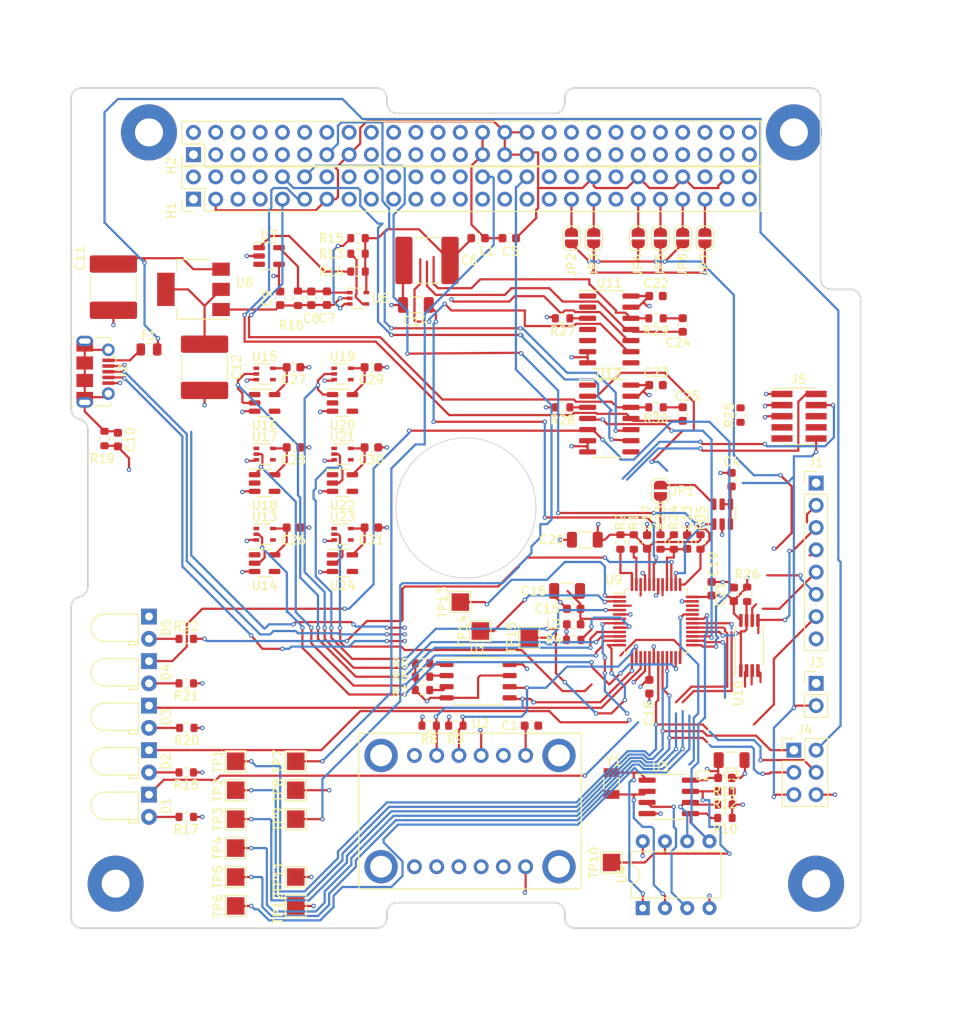
<source format=kicad_pcb>
(kicad_pcb (version 20211014) (generator pcbnew)
  (layers (0 "F.Cu" signal) (1 "In1.Cu" signal "GND.Cu") (2 "In2.Cu" signal "3V3.Cu") (31 "B.Cu" signal) (34 "B.Paste" user) (35 "F.Paste" user) (36 "B.SilkS" user "B.Silkscreen") (37 "F.SilkS" user "F.Silkscreen") (38 "B.Mask" user) (39 "F.Mask" user) (44 "Edge.Cuts" user))
  (net 0 "")
  (net 1 "GND")
  (net 2 "+3V3")
  (net 3 "/3V3_IN")
  (net 4 "/eFuse/3V3_IN_FILT")
  (net 5 "Net-(C7-Pad1)")
  (net 6 "Net-(C14-Pad1)")
  (net 7 "Net-(C15-Pad1)")
  (net 8 "/PAYLOAD_RXD")
  (net 9 "Net-(D1-Pad2)")
  (net 10 "/RADIO_RXD")
  (net 11 "Net-(D2-Pad2)")
  (net 12 "/PAYLOAD_TXD")
  (net 13 "Net-(D3-Pad2)")
  (net 14 "/RADIO_TXD")
  (net 15 "Net-(D4-Pad2)")
  (net 16 "Net-(D5-Pad2)")
  (net 17 "Net-(F1-Pad1)")
  (net 18 "+5V")
  (net 19 "/SDA_NON_CRIT")
  (net 20 "/SCL_NON_CRIT")
  (net 21 "/PLD_ON_A_Int")
  (net 22 "/STATES_A_Int")
  (net 23 "/SHUTDOWN_A")
  (net 24 "/GPIO_A")
  (net 25 "/Microcontroller/USB_D-")
  (net 26 "/Microcontroller/USB_D+")
  (net 27 "/Microcontroller/USB_HOST_EN")
  (net 28 "Net-(C10-Pad1)")
  (net 29 "/MISO")
  (net 30 "/SCK")
  (net 31 "/MOSI")
  (net 32 "/~{RESET}")
  (net 33 "/Microcontroller/RX_LED_SWDIO")
  (net 34 "/Microcontroller/SWCLK")
  (net 39 "/Watchdog Timer/~{RESET}")
  (net 40 "/eFuse/~SHUTDOWN")
  (net 41 "Net-(R14-Pad2)")
  (net 42 "Net-(R15-Pad2)")
  (net 43 "/Microcontroller/TXLED")
  (net 44 "Net-(U3-Pad1)")
  (net 45 "Net-(U3-Pad2)")
  (net 46 "Net-(U3-Pad3)")
  (net 47 "/SDA_CRIT")
  (net 48 "/SCL_CRIT")
  (net 49 "Net-(R12-Pad2)")
  (net 50 "/3V3_USB")
  (net 51 "Net-(C12-Pad1)")
  (net 52 "/Microcontroller/X1")
  (net 53 "/Microcontroller/X2")
  (net 54 "/Microcontroller/AREF")
  (net 55 "/GPIO13")
  (net 56 "/GPIO12")
  (net 57 "/PLD_ON_B_Int")
  (net 58 "/PLD_ON_C_Int")
  (net 59 "/EN_PAYLOAD_SERIAL")
  (net 60 "/STATES_B_Int")
  (net 61 "/STATES_C_Int")
  (net 62 "/EN_RADIO_SERIAL")
  (net 63 "/EN_EXT_I2C")
  (net 64 "/TXD2")
  (net 65 "/RXD2")
  (net 66 "/SHUTDOWN_C")
  (net 67 "/WDTICK")
  (net 68 "Net-(C13-Pad1)")
  (net 69 "/SHUTDOWN_B")
  (net 71 "/STATES_B")
  (net 73 "/PAYLOAD_ON_A")
  (net 75 "/PAYLOAD_ON_C")
  (net 77 "/PAYLOAD_ON_B")
  (net 79 "/STATES_A")
  (net 81 "/STATES_C")
  (net 82 "Net-(C24-Pad1)")
  (net 83 "/PAYLOAD_RXD-")
  (net 84 "Net-(C25-Pad1)")
  (net 85 "/RADIO_RXD-")
  (net 86 "/PAYLOAD_RXD+")
  (net 87 "/PAYLOAD_TXD+")
  (net 88 "/PAYLOAD_TXD-")
  (net 89 "/RADIO_RXD+")
  (net 90 "/RADIO_TXD+")
  (net 91 "/EPS_RESET")
  (net 92 "/V_RTC")
  (net 93 "/EPS_5V_USB")
  (net 94 "/Radio_SDA")
  (net 95 "/Radio_SCLK")
  (net 96 "/Power_SDA")
  (net 97 "/Power_SCLK")
  (net 98 "/PLD_SDA")
  (net 99 "/PLD_SCLK")
  (net 100 "/SDA_EXT")
  (net 101 "/SCL_EXT")
  (net 102 "Net-(R5-Pad1)")
  (net 103 "Net-(R6-Pad1)")
  (net 104 "Net-(R7-Pad1)")
  (net 105 "Net-(R27-Pad1)")
  (net 106 "Net-(R28-Pad1)")
  (net 111 "/RADIO_TXD-")
  (footprint "Jumper:SolderJumper-2_P1.3mm_Open_RoundedPad1.0x1.5mm" (layer "F.Cu") (at 119.38 80.65 90)
    (fp_text reference "JP2")
    (fp_text value "SolderJumper_2_Bridged")
  )
  (footprint "MountingHole:MountingHole_3.2mm_M3_Pad" (layer "F.Cu") (at 147.32 154.31)
    (fp_text reference "H5" hide)
    (fp_text value "Mounting Hole" hide)
  )
  (footprint "Resistor_SMD:R_0603_1608Metric" (layer "F.Cu") (at 94.996 84.46 180)
    (fp_text reference "R14")
    (fp_text value "10 k")
  )
  (footprint "Capacitor_SMD:C_0603_1608Metric" (layer "F.Cu") (at 128.27 131.826 -90)
    (fp_text reference "C18")
    (fp_text value ".1 uF")
  )
  (footprint "Package_TO_SOT_SMD:SOT-23-5" (layer "F.Cu") (at 93.218 117.734)
    (fp_text reference "U24")
    (fp_text value "DNI")
  )
  (footprint "SilverSat_footprints:TheBus2x26" (layer "F.Cu") (at 76.2 73.66 90)
    (fp_text reference "H1")
    (fp_text value "Conn_02x26_Odd_Even" hide)
  )
  (footprint "Package_TO_SOT_SMD:SOT-353_SC-70-5" (layer "F.Cu") (at 84.328 114.432)
    (fp_text reference "U13")
    (fp_text value "74LVC1G07MDCKREPG4")
  )
  (footprint "Resistor_SMD:R_0603_1608Metric" (layer "F.Cu") (at 102.362 132.212 180)
    (fp_text reference "R7")
    (fp_text value "10Kohm")
  )
  (footprint "LED_THT:LED_D3.0mm_Horizontal_O1.27mm_Z2.0mm" (layer "F.Cu") (at 71.12 144.15 -90)
    (fp_text reference "D1")
    (fp_text value "LED")
  )
  (footprint "Resistor_SMD:R_0603_1608Metric" (layer "F.Cu") (at 136.906 145.288 180)
    (fp_text reference "R11")
    (fp_text value "4.7k")
  )
  (footprint "Crystal:Crystal_SMD_3215-2Pin_3.2x1.5mm" (layer "F.Cu") (at 123.952 142.88 90)
    (fp_text reference "Y1")
    (fp_text value "32.768 kHz")
  )
  (footprint "Resistor_SMD:R_0603_1608Metric" (layer "F.Cu") (at 129.54 115.316 90)
    (fp_text reference "R23")
    (fp_text value "330")
  )
  (footprint "TestPoint:TestPoint_Pad_2.0x2.0mm" (layer "F.Cu") (at 81.026 156.85 90)
    (fp_text reference "TP6")
    (fp_text value "GPIO13")
  )
  (footprint "Package_TO_SOT_SMD:SOT-23-5" (layer "F.Cu") (at 84.836 82.682)
    (fp_text reference "U7")
    (fp_text value "TPS2105MDBVREP")
  )
  (footprint "Package_TO_SOT_SMD:SOT-353_SC-70-5" (layer "F.Cu") (at 93.218 105.288)
    (fp_text reference "U21")
    (fp_text value "74LVC1G07MDCKREPG4")
  )
  (footprint "Package_QFP:TQFP-48_7x7mm_P0.5mm" (layer "F.Cu") (at 129.032 124.338)
    (fp_text reference "U9")
    (fp_text value "ATSAMD21G18A-A")
  )
  (footprint "TestPoint:TestPoint_Pad_2.0x2.0mm" (layer "F.Cu") (at 87.884 156.85 90)
    (fp_text reference "TP12")
    (fp_text value "TestPoint")
  )
  (footprint "Resistor_SMD:R_0603_1608Metric" (layer "F.Cu") (at 75.375 141.61 180)
    (fp_text reference "R18")
    (fp_text value "931")
  )
  (footprint "Package_SO:SOIC-8_3.9x4.9mm_P1.27mm" (layer "F.Cu") (at 130.491 144.404)
    (fp_text reference "U3")
    (fp_text value "DS1337S+")
  )
  (footprint "Package_TO_SOT_SMD:SOT-353_SC-70-5" (layer "F.Cu") (at 93.218 96.144)
    (fp_text reference "U19")
    (fp_text value "74LVC1G07MDCKREPG4")
  )
  (footprint "Resistor_SMD:R_0603_1608Metric" (layer "F.Cu") (at 94.996 80.65 180)
    (fp_text reference "R15")
    (fp_text value "10 k")
  )
  (footprint "TestPoint:TestPoint_Pad_2.0x2.0mm" (layer "F.Cu") (at 108.966 125.476 90)
    (fp_text reference "TP14")
    (fp_text value "X2")
  )
  (footprint "MountingHole:MountingHole_3.2mm_M3_Pad" (layer "F.Cu") (at 71.12 68.58)
    (fp_text reference "H3" hide)
    (fp_text value "Mounting Hole" hide)
  )
  (footprint "Capacitor_SMD:C_0603_1608Metric" (layer "F.Cu") (at 137.922 121.29 90)
    (fp_text reference "C21")
    (fp_text value ".1uF")
  )
  (footprint "TestPoint:TestPoint_Pad_2.0x2.0mm" (layer "F.Cu") (at 81.026 153.548)
    (fp_text reference "TP5")
    (fp_text value "RXD2")
  )
  (footprint "Capacitor_SMD:C_0603_1608Metric" (layer "F.Cu") (at 96.52 113.67 180)
    (fp_text reference "C31")
    (fp_text value ".1uF")
  )
  (footprint "Connector_PinHeader_2.54mm:PinHeader_1x08_P2.54mm_Vertical" (layer "F.Cu") (at 147.32 108.59)
    (fp_text reference "J1")
    (fp_text value "Conn_01x08_Male")
  )
  (footprint "Resistor_SMD:R_0603_1608Metric" (layer "F.Cu") (at 119.634 126.492 180)
    (fp_text reference "R4")
    (fp_text value "10k")
  )
  (footprint "TestPoint:TestPoint_Pad_2.0x2.0mm" (layer "F.Cu") (at 114.554 126.238 90)
    (fp_text reference "TP15")
    (fp_text value "AREF")
  )
  (footprint "Inductor_SMD:L_0603_1608Metric" (layer "F.Cu") (at 108.712 80.65 180)
    (fp_text reference "L1")
    (fp_text value "Ferrite Bead")
  )
  (footprint "TestPoint:TestPoint_Pad_2.0x2.0mm" (layer "F.Cu") (at 87.884 143.642 90)
    (fp_text reference "TP8")
    (fp_text value "V_RTC")
  )
  (footprint "Resistor_SMD:R_0603_1608Metric" (layer "F.Cu") (at 102.362 129.164 180)
    (fp_text reference "R5")
    (fp_text value "10Kohm")
  )
  (footprint "Capacitor_SMD:C_0603_1608Metric" (layer "F.Cu") (at 132.08 100.716 -90)
    (fp_text reference "C25")
    (fp_text value ".1uF")
  )
  (footprint "Resistor_SMD:R_0603_1608Metric" (layer "F.Cu") (at 118.364 89.794 180)
    (fp_text reference "R27")
    (fp_text value "10 Kohm")
  )
  (footprint "MountingHole:MountingHole_3.2mm_M3_Pad" (layer "F.Cu") (at 67.31 154.305)
    (fp_text reference "H6" hide)
    (fp_text value "Mounting Hole" hide)
  )
  (footprint "Package_SO:SOP-8_5.28x5.23mm_P1.27mm" (layer "F.Cu") (at 108.712 131.196)
    (fp_text reference "U1")
    (fp_text value "CY15B256J_FRAM")
  )
  (footprint "Resistor_SMD:R_0603_1608Metric" (layer "F.Cu") (at 124.968 115.316 90)
    (fp_text reference "R2")
    (fp_text value "10k")
  )
  (footprint "Package_SO:SOIC-14_3.9x8.7mm_P1.27mm" (layer "F.Cu") (at 123.698 101.224)
    (fp_text reference "U12")
    (fp_text value "SN65HVD70D")
  )
  (footprint "TestPoint:TestPoint_Pad_2.0x2.0mm" (layer "F.Cu") (at 81.026 143.642)
    (fp_text reference "TP2")
    (fp_text value "MISO")
  )
  (footprint "TestPoint:TestPoint_Pad_2.0x2.0mm" (layer "F.Cu") (at 81.026 146.944)
    (fp_text reference "TP3")
    (fp_text value "SCK")
  )
  (footprint "Capacitor_SMD:C_0603_1608Metric" (layer "F.Cu") (at 91.44 87.495 -90)
    (fp_text reference "C7")
    (fp_text value "0.1 uF")
  )
  (footprint "LED_THT:LED_D3.0mm_Horizontal_O1.27mm_Z2.0mm" (layer "F.Cu") (at 71.12 128.91 -90)
    (fp_text reference "D4")
    (fp_text value "LED")
  )
  (footprint "Capacitor_SMD:C_0603_1608Metric" (layer "F.Cu") (at 114.808 136.276 180)
    (fp_text reference "C1")
    (fp_text value "0.1uF")
  )
  (footprint "Capacitor_SMD:C_1206_3216Metric" (layer "F.Cu") (at 101.6 88.27 180)
    (fp_text reference "C14")
    (fp_text value "1 uF")
  )
  (footprint "Capacitor_SMD:C_0603_1608Metric" (layer "F.Cu") (at 89.662 87.508 -90)
    (fp_text reference "C8")
    (fp_text value "0.1 uF")
  )
  (footprint "Package_TO_SOT_SMD:SOT-223-3_TabPin2" (layer "F.Cu") (at 76.2 86.492 180)
    (fp_text reference "U8")
    (fp_text value "NCP1117-3.3_SOT223")
  )
  (footprint "Resistor_SMD:R_0603_1608Metric" (layer "F.Cu") (at 75.375 146.69 180)
    (fp_text reference "R17")
    (fp_text value "931")
  )
  (footprint "Resistor_SMD:R_0603_1608Metric" (layer "F.Cu") (at 66.04 103.51 -90)
    (fp_text reference "R19")
    (fp_text value "1 M")
  )
  (footprint "Resistor_SMD:R_0603_1608Metric" (layer "F.Cu") (at 75.375 126.37)
    (fp_text reference "R22")
    (fp_text value "931")
  )
  (footprint "Resistor_SMD:R_0603_1608Metric" (layer "F.Cu") (at 94.996 82.428 180)
    (fp_text reference "R13")
    (fp_text value "10 k")
  )
  (footprint "Package_TO_SOT_SMD:SOT-23-5" (layer "F.Cu") (at 84.328 108.59)
    (fp_text reference "U18")
    (fp_text value "DNI")
  )
  (footprint "Package_SO:SOIC-14_3.9x8.7mm_P1.27mm" (layer "F.Cu") (at 123.698 91.064)
    (fp_text reference "U11")
    (fp_text value "SN65HVD70D")
  )
  (footprint "Connector_USB:USB_Micro-B_Molex-105017-0001" (layer "F.Cu") (at 65.0169 95.89 -90)
    (fp_text reference "J2")
    (fp_text value "USB_B_Micro")
  )
  (footprint "Capacitor_SMD:C_0603_1608Metric" (layer "F.Cu") (at 67.564 103.632 -90)
    (fp_text reference "C10")
    (fp_text value "4700 pF")
  )
  (footprint "Capacitor_SMD:C_0603_1608Metric" (layer "F.Cu") (at 86.106 87.508 -90)
    (fp_text reference "C9")
    (fp_text value "0.1 uF")
  )
  (footprint "Capacitor_SMD:C_0603_1608Metric" (layer "F.Cu") (at 129.032 97.414)
    (fp_text reference "C23")
    (fp_text value ".1uF")
  )
  (footprint "TestPoint:TestPoint_Pad_2.0x2.0mm" (layer "F.Cu") (at 106.68 122.174 90)
    (fp_text reference "TP13")
    (fp_text value "X1")
  )
  (footprint "LED_THT:LED_D3.0mm_Horizontal_O1.27mm_Z2.0mm" (layer "F.Cu") (at 71.12 139.07 -90)
    (fp_text reference "D2")
    (fp_text value "LED")
  )
  (footprint "Capacitor_SMD:C_0603_1608Metric" (layer "F.Cu") (at 96.52 104.526 180)
    (fp_text reference "C30")
    (fp_text value ".1uF")
  )
  (footprint "Fuse:Fuse_0805_2012Metric" (layer "F.Cu") (at 71.12 93.35)
    (fp_text reference "F1")
    (fp_text value "300 mA")
  )
  (footprint "Capacitor_SMD:C_0603_1608Metric" (layer "F.Cu") (at 129.032 87.254)
    (fp_text reference "C22")
    (fp_text value ".1uF")
  )
  (footprint "TestPoint:TestPoint_Pad_2.0x2.0mm" (layer "F.Cu") (at 81.026 140.34)
    (fp_text reference "TP1")
    (fp_text value "MOSI")
  )
  (footprint "Resistor_SMD:R_0603_1608Metric" (layer "F.Cu") (at 106.172 136.276 180)
    (fp_text reference "R9")
    (fp_text value "4.7KΩ")
  )
  (footprint "Package_TO_SOT_SMD:SOT-353_SC-70-5" (layer "F.Cu") (at 84.328 96.144)
    (fp_text reference "U15")
    (fp_text value "74LVC1G07MDCKREPG4")
  )
  (footprint "Capacitor_SMD:C_0603_1608Metric" (layer "F.Cu") (at 135.382 120.65 90)
    (fp_text reference "C19")
    (fp_text value ".1 uF")
  )
  (footprint "Resistor_SMD:R_0603_1608Metric" (layer "F.Cu") (at 88.138 87.508 -90)
    (fp_text reference "R16")
    (fp_text value "10 k")
  )
  (footprint "Package_SO:TSSOP-8_4.4x3mm_P0.65mm" (layer "F.Cu") (at 139.7 127.132 90)
    (fp_text reference "U10")
    (fp_text value "SN74CB3Q3306A")
  )
  (footprint "Capacitor_SMD:C_1206_3216Metric" (layer "F.Cu") (at 118.872 120.904)
    (fp_text reference "C16")
    (fp_text value "1 uF")
  )
  (footprint "Resistor_SMD:R_0603_1608Metric" (layer "F.Cu") (at 126.492 115.316 90)
    (fp_text reference "R1")
    (fp_text value "10k")
  )
  (footprint "Resistor_SMD:R_0603_1608Metric" (layer "F.Cu") (at 139.446 121.29 -90)
    (fp_text reference "R26")
    (fp_text value "10 Kohm")
  )
  (footprint "Capacitor_SMD:C_0603_1608Metric" (layer "F.Cu") (at 87.63 113.67 180)
    (fp_text reference "C26")
    (fp_text value ".1uF")
  )
  (footprint "Capacitor_SMD:C_0603_1608Metric" (layer "F.Cu") (at 112.268 80.65)
    (fp_text reference "C5")
    (fp_text value "0.1 uF")
  )
  (footprint "Capacitor_SMD:C_0603_1608Metric" (layer "F.Cu") (at 119.634 122.936 180)
    (fp_text reference "C15")
    (fp_text value ".1 uF")
  )
  (footprint "Connector_PinHeader_1.27mm:PinHeader_2x05_P1.27mm_Vertical_SMD" (layer "F.Cu") (at 145.37 100.97)
    (fp_text reference "J5")
    (fp_text value "SWD")
  )
  (footprint "Package_TO_SOT_SMD:SOT-23-5" (layer "F.Cu") (at 93.218 99.446)
    (fp_text reference "U20")
    (fp_text value "DNI")
  )
  (footprint "TestPoint:TestPoint_Pad_2.0x2.0mm" (layer "F.Cu") (at 87.884 140.34 90)
    (fp_text reference "TP7")
    (fp_text value "EPS_RESET")
  )
  (footprint "TestPoint:TestPoint_Pad_2.0x2.0mm" (layer "F.Cu") (at 87.884 146.944 90)
    (fp_text reference "TP9")
    (fp_text value "EPS_5V_USB")
  )
  (footprint "Resistor_SMD:R_0603_1608Metric" (layer "F.Cu") (at 136.906 146.812 180)
    (fp_text reference "R10")
    (fp_text value "4.7k")
  )
  (footprint "Resistor_SMD:R_0603_1608Metric" (layer "F.Cu") (at 102.362 130.688 180)
    (fp_text reference "R6")
    (fp_text value "10Kohm")
  )
  (footprint "Package_TO_SOT_SMD:SOT-353_SC-70-5" (layer "F.Cu") (at 84.328 105.288)
    (fp_text reference "U17")
    (fp_text value "74LVC1G07MDCKREPG4")
  )
  (footprint "Capacitor_SMD:C_1206_3216Metric" (layer "F.Cu") (at 120.904 115.062)
    (fp_text reference "C20")
    (fp_text value "1 uF")
  )
  (footprint "Jumper:SolderJumper-2_P1.3mm_Open_RoundedPad1.0x1.5mm" (layer "F.Cu") (at 129.54 80.65 90)
    (fp_text reference "JP5")
    (fp_text value "SolderJumper_2_Bridged")
  )
  (footprint "Capacitor_SMD:C_2220_5650Metric_Pad1.97x5.40mm_HandSolder" (layer "F.Cu") (at 77.47 95.382 -90)
    (fp_text reference "C12")
    (fp_text value "10uF")
  )
  (footprint "LED_THT:LED_D3.0mm_Horizontal_O1.27mm_Z2.0mm" (layer "F.Cu") (at 71.12 133.99 -90)
    (fp_text reference "D3")
    (fp_text value "LED")
  )
  (footprint "Capacitor_SMD:C_0603_1608Metric" (layer "F.Cu") (at 137.668 108.204 -90)
    (fp_text reference "C4")
    (fp_text value "0.1uF")
  )
  (footprint "Package_TO_SOT_SMD:SOT-23-6" (layer "F.Cu") (at 136.586 112.1465 90)
    (fp_text reference "U5")
    (fp_text value "TPS3813-Q1_Watchdog")
  )
  (footprint "Resistor_SMD:R_0603_1608Metric" (layer "F.Cu") (at 75.375 131.45 180)
    (fp_text reference "R21")
    (fp_text value "931")
  )
  (footprint "Connector_PinHeader_2.54mm:PinHeader_1x02_P2.54mm_Vertical" (layer "F.Cu") (at 147.32 131.45)
    (fp_text reference "J3")
    (fp_text value "Conn_01x02")
  )
  (footprint "Jumper:SolderJumper-2_P1.3mm_Open_RoundedPad1.0x1.5mm" (layer "F.Cu") (at 134.62 80.65 90)
    (fp_text reference "JP7")
    (fp_text value "SolderJumper_2_Bridged")
  )
  (footprint "Capacitor_SMD:C_0603_1608Metric" (layer "F.Cu") (at 132.08 90.556 -90)
    (fp_text reference "C24")
    (fp_text value ".1uF")
  )
  (footprint "Capacitor_SMD:C_0603_1608Metric" (layer "F.Cu") (at 87.63 104.526 180)
    (fp_text reference "C28")
    (fp_text value ".1uF")
  )
  (footprint "Capacitor_SMD:C_2220_5650Metric_Pad1.97x5.40mm_HandSolder" (layer "F.Cu") (at 67.056 86.238 -90)
    (fp_text reference "C11")
    (fp_text value "10uF")
  )
  (footprint "Jumper:SolderJumper-2_P1.3mm_Open_RoundedPad1.0x1.5mm" (layer "F.Cu") (at 121.92 80.65 90)
    (fp_text reference "JP3")
    (fp_text value "SolderJumper_2_Bridged")
  )
  (footprint "Resistor_SMD:R_0603_1608Metric" (layer "F.Cu") (at 103.124 136.276 180)
    (fp_text reference "R8")
    (fp_text value "4.7KΩ")
  )
  (footprint "Package_TO_SOT_SMD:SOT-23-5" (layer "F.Cu") (at 93.218 108.59)
    (fp_text reference "U22")
    (fp_text value "DNI")
  )
  (footprint "Capacitor_SMD:C_0603_1608Metric" (layer "F.Cu") (at 136.906 142.24 180)
    (fp_text reference "C2")
    (fp_text value "0.1uF")
  )
  (footprint "Resistor_SMD:R_0603_1608Metric" (layer "F.Cu") (at 138.684 100.838 -90)
    (fp_text reference "R25")
    (fp_text value "10 k")
  )
  (footprint "TestPoint:TestPoint_Pad_2.0x2.0mm" (layer "F.Cu") (at 123.952 151.892 180)
    (fp_text reference "TP10")
    (fp_text value "TestPoint")
  )
  (footprint "MountingHole:MountingHole_3.2mm_M3_Pad" (layer "F.Cu") (at 144.78 68.58)
    (fp_text reference "H4" hide)
    (fp_text value "Mounting Hole" hide)
  )
  (footprint "Package_TO_SOT_SMD:SOT-23-5" (layer "F.Cu") (at 84.328 117.734)
    (fp_text reference "U14")
    (fp_text value "DNI")
  )
  (footprint "Package_TO_SOT_SMD:SOT-23-5" (layer "F.Cu") (at 84.328 99.446)
    (fp_text reference "U16")
    (fp_text value "DNI")
  )
  (footprint "Jumper:SolderJumper-2_P1.3mm_Open_RoundedPad1.0x1.5mm" (layer "F.Cu") (at 132.08 80.65 90)
    (fp_text reference "JP6")
    (fp_text value "SolderJumper_2_Bridged")
  )
  (footprint "Resistor_SMD:R_0603_1608Metric" (layer "F.Cu") (at 131.064 115.316 -90)
    (fp_text reference "R24")
    (fp_text value "10 k")
  )
  (footprint "Capacitor_SMD:C_0603_1608Metric" (layer "F.Cu") (at 87.63 95.382 180)
    (fp_text reference "C27")
    (fp_text value ".1uF")
  )
  (footprint "Resistor_SMD:R_0603_1608Metric" (layer "F.Cu") (at 129.032 89.794 180)
    (fp_text reference "R29")
    (fp_text value "453")
  )
  (footprint "Resistor_SMD:R_0603_1608Metric" (layer "F.Cu") (at 134.112 115.316 90)
    (fp_text reference "R3")
    (fp_text value "10k")
  )
  (footprint "TestPoint:TestPoint_Pad_2.0x2.0mm" (layer "F.Cu") (at 87.884 153.548 90)
    (fp_text reference "TP11")
    (fp_text value "TestPoint")
  )
  (footprint "Resistor_SMD:R_0603_1608Metric" (layer "F.Cu") (at 75.438 136.53 180)
    (fp_text reference "R20")
    (fp_text value "931")
  )
  (footprint "Package_TO_SOT_SMD:SOT-353_SC-70-5" (layer "F.Cu") (at 93.218 114.432)
    (fp_text reference "U23")
    (fp_text value "74LVC1G07MDCKREPG4")
  )
  (footprint "Resistor_SMD:R_0603_1608Metric" (layer "F.Cu") (at 118.364 99.954 180)
    (fp_text reference "R28")
    (fp_text value "10 Kohm")
  )
  (footprint "Package_DIP:DIP-8_W7.62mm" (layer "F.Cu") (at 127.518 157.094 90)
    (fp_text reference "U4")
    (fp_text value "DNI")
  )
  (footprint "Package_TO_SOT_SMD:SOT-353_SC-70-5" (layer "F.Cu") (at 94.996 87.508)
    (fp_text reference "U6")
    (fp_text value "FPF2000")
  )
  (footprint "SilverSat_footprints:MPU_6050" (layer "F.Cu") (at 77.311 137.133)
    (fp_text reference "U2")
    (fp_text value "AdaFruitMPU6050")
  )
  (footprint "Capacitor_SMD:C_0603_1608Metric" (layer "F.Cu") (at 96.52 95.382 180)
    (fp_text reference "C29")
    (fp_text value ".1uF")
  )
  (footprint "Capacitor_SMD:C_0603_1608Metric" (layer "F.Cu") (at 132.588 115.316 90)
    (fp_text reference "C13")
    (fp_text value ".1 uF")
  )
  (footprint "Connector_PinHeader_2.54mm:PinHeader_2x03_P2.54mm_Vertical" (layer "F.Cu") (at 144.78 139.07)
    (fp_text reference "J4")
    (fp_text value "ICSP")
  )
  (footprint "Resistor_SMD:R_0603_1608Metric" (layer "F.Cu") (at 129.032 99.954 180)
    (fp_text reference "R30")
    (fp_text value "453")
  )
  (footprint "Jumper:SolderJumper-2_P1.3mm_Open_RoundedPad1.0x1.5mm" (layer "F.Cu") (at 129.54 109.474 -90)
    (fp_text reference "JP1")
    (fp_text value "SolderJumper_2_Bridged")
  )
  (footprint "LED_THT:LED_D3.0mm_Horizontal_O1.27mm_Z2.0mm" (layer "F.Cu") (at 71.12 123.83 -90)
    (fp_text reference "D5")
    (fp_text value "LED")
  )
  (footprint "Capacitor_SMD:C_0603_1608Metric" (layer "F.Cu") (at 128.016 115.316 90)
    (fp_text reference "C17")
    (fp_text value ".1 uF")
  )
  (footprint "Inductor_SMD:L_0603_1608Metric" (layer "F.Cu") (at 119.634 124.714)
    (fp_text reference "L2")
    (fp_text value "Ferrite Bead")
  )
  (footprint "Capacitor_SMD:C_2220_5650Metric_Pad1.97x5.40mm_HandSolder" (layer "F.Cu") (at 102.87 83.19 180)
    (fp_text reference "C6")
    (fp_text value "10 uF")
  )
  (footprint "Jumper:SolderJumper-2_P1.3mm_Open_RoundedPad1.0x1.5mm" (layer "F.Cu") (at 127 80.65 90)
    (fp_text reference "JP4")
    (fp_text value "SolderJumper_2_Bridged")
  )
  (footprint "SilverSat_footprints:TheBus2x26" (layer "F.Cu") (at 76.2 68.58 90)
    (fp_text reference "H2")
    (fp_text value "Conn_02x26_Odd_Even" hide)
  )
  (footprint "Capacitor_SMD:C_1206_3216Metric" (layer "F.Cu") (at 137.668 140.208 180)
    (fp_text reference "C3")
    (fp_text value "1 uF")
  )
  (footprint "TestPoint:TestPoint_Pad_2.0x2.0mm" (layer "F.Cu") (at 81.026 150.246)
    (fp_text reference "TP4")
    (fp_text value "TXD2")
  )
  (footprint "Resistor_SMD:R_0603_1608Metric" (layer "F.Cu") (at 136.906 143.764 180)
    (fp_text reference "R12")
    (fp_text value "10 k")
  )
  (gr_line (start 62.23 158.1912) (end 62.23 122.747018) (layer "Edge.Cuts") (width 0.2))
  (gr_arc (start 118.615 65.2272) (mid 118.265344 66.071344) (end 117.4212 66.421) (layer "Edge.Cuts") (width 0.2))
  (gr_arc (start 64.135 120.4087) (mid 63.866733 121.162721) (end 63.1825 121.577859) (layer "Edge.Cuts") (width 0.2))
  (gr_line (start 151.2062 159.385) (end 119.8088 159.385) (layer "Edge.Cuts") (width 0.2))
  (gr_line (start 147.828 85.2932) (end 147.828 64.6938) (layer "Edge.Cuts") (width 0.2))
  (gr_line (start 117.4212 66.421) (end 99.4888 66.421) (layer "Edge.Cuts") (width 0.2))
  (gr_line (start 64.135 102.4763) (end 64.135 120.4087) (layer "Edge.Cuts") (width 0.2))
  (gr_arc (start 118.615 64.6938) (mid 118.964656 63.849656) (end 119.8088 63.5) (layer "Edge.Cuts") (width 0.2))
  (gr_arc (start 63.1825 101.307141) (mid 62.498267 100.892003) (end 62.23 100.137982) (layer "Edge.Cuts") (width 0.2))
  (gr_arc (start 99.4888 66.421) (mid 98.644656 66.071344) (end 98.295 65.2272) (layer "Edge.Cuts") (width 0.2))
  (gr_line (start 62.23 100.137982) (end 62.23 64.6938) (layer "Edge.Cuts") (width 0.2))
  (gr_line (start 152.4 87.6808) (end 152.4 158.1912) (layer "Edge.Cuts") (width 0.2))
  (gr_line (start 63.4238 63.5) (end 97.1012 63.5) (layer "Edge.Cuts") (width 0.2))
  (gr_arc (start 63.1825 101.307141) (mid 63.866733 101.722279) (end 64.135 102.4763) (layer "Edge.Cuts") (width 0.2))
  (gr_arc (start 63.4238 159.385) (mid 62.579656 159.035344) (end 62.23 158.1912) (layer "Edge.Cuts") (width 0.2))
  (gr_line (start 97.1012 159.385) (end 63.4238 159.385) (layer "Edge.Cuts") (width 0.2))
  (gr_arc (start 98.295 157.6578) (mid 98.644656 156.813656) (end 99.4888 156.464) (layer "Edge.Cuts") (width 0.2))
  (gr_arc (start 119.8088 159.385) (mid 118.964656 159.035344) (end 118.615 158.1912) (layer "Edge.Cuts") (width 0.2))
  (gr_arc (start 97.1012 63.5) (mid 97.945344 63.849656) (end 98.295 64.6938) (layer "Edge.Cuts") (width 0.2))
  (gr_line (start 98.295 65.2272) (end 98.295 64.6938) (layer "Edge.Cuts") (width 0.2))
  (gr_circle (center 107.32 111.43) (end 115.321 111.43) (layer "Edge.Cuts") (width 0.1) (fill none))
  (gr_line (start 151.2062 86.487) (end 149.0218 86.487) (layer "Edge.Cuts") (width 0.2))
  (gr_line (start 119.8088 63.5) (end 146.6342 63.5) (layer "Edge.Cuts") (width 0.2))
  (gr_arc (start 152.4 158.1912) (mid 152.050344 159.035344) (end 151.2062 159.385) (layer "Edge.Cuts") (width 0.2))
  (gr_line (start 118.615 64.6938) (end 118.615 65.2272) (layer "Edge.Cuts") (width 0.2))
  (gr_arc (start 62.23 122.747018) (mid 62.498267 121.992997) (end 63.1825 121.577859) (layer "Edge.Cuts") (width 0.2))
  (gr_arc (start 146.6342 63.5) (mid 147.478344 63.849656) (end 147.828 64.6938) (layer "Edge.Cuts") (width 0.2))
  (gr_line (start 99.4888 156.464) (end 117.4212 156.464) (layer "Edge.Cuts") (width 0.2))
  (gr_line (start 98.295 158.1912) (end 98.295 157.6578) (layer "Edge.Cuts") (width 0.2))
  (gr_line (start 118.615 157.6578) (end 118.615 158.1912) (layer "Edge.Cuts") (width 0.2))
  (gr_arc (start 98.295 158.1912) (mid 97.945344 159.035344) (end 97.1012 159.385) (layer "Edge.Cuts") (width 0.2))
  (gr_arc (start 62.23 64.6938) (mid 62.579656 63.849656) (end 63.4238 63.5) (layer "Edge.Cuts") (width 0.2))
  (gr_arc (start 117.4212 156.464) (mid 118.265344 156.813656) (end 118.615 157.6578) (layer "Edge.Cuts") (width 0.2))
  (gr_arc (start 151.2062 86.487) (mid 152.050344 86.836656) (end 152.4 87.6808) (layer "Edge.Cuts") (width 0.2))
  (gr_arc (start 149.0218 86.487) (mid 148.177656 86.137344) (end 147.828 85.2932) (layer "Edge.Cuts") (width 0.2))
  (segment (start 100.125 88.27) (end 100.125 83.2975) (width 0.254) (layer "F.Cu") (net 1))
  (segment (start 139.192 140.257) (end 139.143 140.208) (width 0.254) (layer "F.Cu") (net 1))
  (segment (start 143.42 100.97) (end 141.6 100.97) (width 0.254) (layer "F.Cu") (net 1))
  (segment (start 121.034 104.394) (end 119.38 104.394) (width 0.254) (layer "F.Cu") (net 1))
  (segment (start 117.407 89.662) (end 116.586 89.662) (width 0.254) (layer "F.Cu") (net 1))
  (segment (start 82.408 96.794) (end 82.296 96.906) (width 0.254) (layer "F.Cu") (net 1))
  (segment (start 112.312 130.561) (end 112.307 130.556) (width 0.254) (layer "F.Cu") (net 1))
  (segment (start 92.964 87.508) (end 92.202 88.27) (width 0.254) (layer "F.Cu") (net 1))
  (segment (start 88.188 88.283) (end 88.138 88.333) (width 0.254) (layer "F.Cu") (net 1))
  (segment (start 124.8695 123.588) (end 126.094 123.588) (width 0.254) (layer "F.Cu") (net 1))
  (segment (start 78.74 77.47) (end 78.74 76.2) (width 0.254) (layer "F.Cu") (net 1))
  (segment (start 136.144 74.93) (end 136.144 74.666) (width 0.254) (layer "F.Cu") (net 1))
  (segment (start 121.158 94.234) (end 119.38 94.234) (width 0.254) (layer "F.Cu") (net 1))
  (segment (start 115.340011 77.445989) (end 115.57 77.216) (width 0.254) (layer "F.Cu") (net 1))
  (segment (start 92.964 87.508) (end 94.046 87.508) (width 0.254) (layer "F.Cu") (net 1))
  (segment (start 82.296 106.05) (end 83.266 106.05) (width 0.254) (layer "F.Cu") (net 1))
  (segment (start 118.1035 122.1805) (end 117.397 121.474) (width 0.254) (layer "F.Cu") (net 1))
  (segment (start 92.0805 109.54) (end 90.744 109.54) (width 0.254) (layer "F.Cu") (net 1))
  (segment (start 111.76 71.12) (end 111.76 68.57) (width 0.254) (layer "F.Cu") (net 1))
  (segment (start 83.378 115.082) (end 82.408 115.082) (width 0.254) (layer "F.Cu") (net 1))
  (segment (start 97.295 95.382) (end 98.298 95.382) (width 0.254) (layer "F.Cu") (net 1))
  (segment (start 117.539 89.794) (end 117.407 89.662) (width 0.254) (layer "F.Cu") (net 1))
  (segment (start 137.922 141.986) (end 137.668 142.24) (width 0.254) (layer "F.Cu") (net 1))
  (segment (start 83.1905 109.54) (end 81.854 109.54) (width 0.254) (layer "F.Cu") (net 1))
  (segment (start 98.806 88.27) (end 100.125 88.27) (width 0.254) (layer "F.Cu") (net 1))
  (segment (start 90.744 100.396) (end 90.678 100.462) (width 0.254) (layer "F.Cu") (net 1))
  (segment (start 101.537 130.688) (end 101.537 132.212) (width 0.254) (layer "F.Cu") (net 1))
  (segment (start 68.834 105.747) (end 68.834 107.066) (width 0.254) (layer "F.Cu") (net 1))
  (segment (start 92.480011 76.175989) (end 92.456 76.2) (width 0.254) (layer "F.Cu") (net 1))
  (segment (start 67.056 88.8755) (end 67.056 90.556) (width 0.254) (layer "F.Cu") (net 1))
  (segment (start 102.807 133.482) (end 101.537 132.212) (width 0.254) (layer "F.Cu") (net 1))
  (segment (start 139.192 141.732) (end 139.192 140.257) (width 0.254) (layer "F.Cu") (net 1))
  (segment (start 90.678 118.75) (end 92.0145 118.75) (width 0.254) (layer "F.Cu") (net 1))
  (segment (start 135.138 157.094) (end 135.138 155.712) (width 0.254) (layer "F.Cu") (net 1))
  (segment (start 128.016 146.309) (end 129.545 146.309) (width 0.254) (layer "F.Cu") (net 1))
  (segment (start 129.282 120.1755) (end 129.282 121.162) (width 0.254) (layer "F.Cu") (net 1))
  (segment (start 96.012 67.31) (end 110.5 67.31) (width 0.254) (layer "F.Cu") (net 1))
  (segment (start 135.382 119.875) (end 136.652 119.888) (width 0.254) (layer "F.Cu") (net 1))
  (segment (start 100.125 83.2975) (end 100.2325 83.19) (width 0.254) (layer "F.Cu") (net 1))
  (segment (start 121.223 104.583) (end 121.223 105.034) (width 0.254) (layer "F.Cu") (net 1))
  (segment (start 136.411 107.429) (end 136.398 107.442) (width 0.254) (layer "F.Cu") (net 1))
  (segment (start 115.57 74.93) (end 115.57 70.866) (width 0.254) (layer "F.Cu") (net 1))
  (segment (start 121.223 103.764) (end 121.223 104.583) (width 0.254) (layer "F.Cu") (net 1))
  (segment (start 92.156 96.906) (end 92.268 96.794) (width 0.254) (layer "F.Cu") (net 1))
  (segment (start 128.27 132.601) (end 128.27 133.604) (width 0.254) (layer "F.Cu") (net 1))
  (segment (start 81.854 100.396) (end 81.788 100.462) (width 0.254) (layer "F.Cu") (net 1))
  (segment (start 121.223 94.169) (end 121.158 94.234) (width 0.254) (layer "F.Cu") (net 1))
  (segment (start 67.788 97.19) (end 67.818 97.16) (width 0.254) (layer "F.Cu") (net 1))
  (segment (start 92.456 76.2) (end 91.44 76.2) (width 0.254) (layer "F.Cu") (net 1))
  (segment (start 86.156 88.333) (end 86.106 88.283) (width 0.254) (layer "F.Cu") (net 1))
  (segment (start 91.186 96.906) (end 92.156 96.906) (width 0.254) (layer "F.Cu") (net 1))
  (segment (start 105.112 133.101) (end 103.251 133.101) (width 0.254) (layer "F.Cu") (net 1))
  (segment (start 101.537 129.164) (end 101.537 130.688) (width 0.254) (layer "F.Cu") (net 1))
  (segment (start 108.712 133.096) (end 108.707 133.101) (width 0.254) (layer "F.Cu") (net 1))
  (segment (start 132.08 73.914) (end 131.064 74.93) (width 0.254) (layer "F.Cu") (net 1))
  (segment (start 133.1945 122.088) (end 131.994 122.088) (width 0.254) (layer "F.Cu") (net 1))
  (segment (start 95.25 69.85) (end 95.25 68.072) (width 0.254) (layer "F.Cu") (net 1))
  (segment (start 141.6 99.7) (end 141.478 99.822) (width 0.254) (layer "F.Cu") (net 1))
  (segment (start 90.17 77.47) (end 78.74 77.47) (width 0.254) (layer "F.Cu") (net 1))
  (segment (start 140.97 130.2895) (end 140.97 131.318) (width 0.254) (layer "F.Cu") (net 1))
  (segment (start 66.4794 97.19) (end 67.788 97.19) (width 0.254) (layer "F.Cu") (net 1))
  (segment (start 140.675 129.9945) (end 140.97 130.2895) (width 0.254) (layer "F.Cu") (net 1))
  (segment (start 143.42 99.7) (end 141.6 99.7) (width 0.254) (layer "F.Cu") (net 1))
  (segment (start 92.0145 118.75) (end 92.0805 118.684) (width 0.254) (layer "F.Cu") (net 1))
  (segment (start 83.266 106.05) (end 83.378 105.938) (width 0.254) (layer "F.Cu") (net 1))
  (segment (start 129.282 121.162) (end 129.032 121.412) (width 0.254) (layer "F.Cu") (net 1))
  (segment (start 89.662 88.283) (end 88.188 88.283) (width 0.254) (layer "F.Cu") (net 1))
  (segment (start 66.04 104.335) (end 67.422 104.335) (width 0.254) (layer "F.Cu") (net 1))
  (segment (start 88.138 88.333) (end 86.156 88.333) (width 0.254) (layer "F.Cu") (net 1))
  (segment (start 88.405 95.382) (end 89.408 95.382) (width 0.254) (layer "F.Cu") (net 1))
  (segment (start 120.64 74.93) (end 121.92 73.65) (width 0.254) (layer "F.Cu") (net 1))
  (segment (start 137.282 119.875) (end 137.922 120.515) (width 0.254) (layer "F.Cu") (net 1))
  (segment (start 91.44 88.27) (end 89.675 88.27) (width 0.254) (layer "F.Cu") (net 1))
  (segment (start 108.707 133.101) (end 105.112 133.101) (width 0.254) (layer "F.Cu") (net 1))
  (segment (start 110.5 67.31) (end 111.76 68.57) (width 0.254) (layer "F.Cu") (net 1))
  (segment (start 128.782 127.258) (end 128.778 127.254) (width 0.254) (layer "F.Cu") (net 1))
  (segment (start 89.408 104.526) (end 88.405 104.526) (width 0.254) (layer "F.Cu") (net 1))
  (segment (start 138.684 142.24) (end 139.192 141.732) (width 0.254) (layer "F.Cu") (net 1))
  (segment (start 91.44 76.2) (end 90.17 77.47) (width 0.254) (layer "F.Cu") (net 1))
  (segment (start 81.854 109.54) (end 81.788 109.606) (width 0.254) (layer "F.Cu") (net 1))
  (segment (start 109.061 139.673) (end 109.061 136.879) (width 0.254) (layer "F.Cu") (net 1))
  (segment (start 90.744 109.54) (end 90.678 109.606) (width 0.254) (layer "F.Cu") (net 1))
  (segment (start 92.71 72.898) (end 92.456 72.644) (width 0.254) (layer "F.Cu") (net 1))
  (segment (start 125.72 74.93) (end 127 73.65) (width 0.254) (layer "F.Cu") (net 1))
  (segment (start 118.859 122.936) (end 118.1035 122.1805) (width 0.254) (layer "F.Cu") (net 1))
  (segment (start 83.1905 118.684) (end 81.854 118.684) (width 0.254) (layer "F.Cu") (net 1))
  (segment (start 89.675 88.27) (end 89.662 88.283) (width 0.254) (layer "F.Cu") (net 1))
  (segment (start 81.854 118.684) (end 81.788 118.75) (width 0.254) (layer "F.Cu") (net 1))
  (segment (start 119.429 115.062) (end 118.11 115.062) (width 0.254) (layer "F.Cu") (net 1))
  (segment (start 121.223 104.583) (end 121.034 104.394) (width 0.254) (layer "F.Cu") (net 1))
  (segment (start 122.174 74.93) (end 125.72 74.93) (width 0.254) (layer "F.Cu") (net 1))
  (segment (start 92.156 106.05) (end 92.268 105.938) (width 0.254) (layer "F.Cu") (net 1))
  (segment (start 113.043 80.65) (end 115.340011 78.352989) (width 0.254) (layer "F.Cu") (net 1))
  (segment (start 92.156 115.194) (end 92.268 115.082) (width 0.254) (layer "F.Cu") (net 1))
  (segment (start 92.202 88.27) (end 91.44 88.27) (width 0.254) (layer "F.Cu") (net 1))
  (segment (start 108.712 130.81) (end 108.712 133.096) (width 0.254) (layer "F.Cu") (net 1))
  (segment (start 109.061 136.879) (end 108.966 136.784) (width 0.254) (layer "F.Cu") (net 1))
  (segment (start 83.1905 100.396) (end 81.854 100.396) (width 0.254) (layer "F.Cu") (net 1))
  (segment (start 136.586 113.284) (end 136.586 114.488) (width 0.254) (layer "F.Cu") (net 1))
  (segment (start 132.08 73.65) (end 132.08 73.914) (width 0.254) (layer "F.Cu") (net 1))
  (segment (start 133.36 74.93) (end 136.144 74.93) (width 0.254) (layer "F.Cu") (net 1))
  (segment (start 137.681 142.24) (end 138.684 142.24) (width 0.254) (layer "F.Cu") (net 1))
  (segment (start 95.25 68.072) (end 96.012 67.31) (width 0.254) (layer "F.Cu") (net 1))
  (segment (start 93.98 71.12) (end 95.25 69.85) (width 0.254) (layer "F.Cu") (net 1))
  (segment (start 88.405 113.67) (end 89.408 113.67) (width 0.254) (layer "F.Cu") (net 1))
  (segment (start 128.782 128.5005) (end 128.782 127.258) (width 0.254) (layer "F.Cu") (net 1))
  (segment (start 114.3 71.12) (end 111.76 71.12) (width 0.254) (layer "F.Cu") (net 1))
  (segment (start 117.539 99.954) (end 116.464 99.954) (width 0.254) (layer "F.Cu") (net 1))
  (segment (start 136.144 74.666) (end 137.16 73.65) (width 0.254) (layer "F.Cu") (net 1))
  (segment (start 131.064 74.93) (end 128.28 74.93) (width 0.254) (layer "F.Cu") (net 1))
  (segment (start 83.378 96.794) (end 82.408 96.794) (width 0.254) (layer "F.Cu") (net 1))
  (segment (start 141.6 100.97) (end 141.478 101.092) (width 0.254) (layer "F.Cu") (net 1))
  (segment (start 92.0805 100.396) (end 90.744 100.396) (width 0.254) (layer "F.Cu") (net 1))
  (segment (start 82.408 115.082) (end 82.296 115.194) (width 0.254) (layer "F.Cu") (net 1))
  (segment (start 97.295 104.526) (end 98.298 104.526) (width 0.254) (layer "F.Cu") (net 1))
  (segment (start 132.08 73.65) (end 133.36 74.93) (width 0.254) (layer "F.Cu") (net 1))
  (segment (start 92.71 75.946) (end 92.71 74.93) (width 0.254) (layer "F.Cu") (net 1))
  (segment (start 114.554 70.866) (end 114.3 71.12) (width 0.254) (layer "F.Cu") (net 1))
  (segment (start 92.480011 76.175989) (end 92.71 75.946) (width 0.254) (layer "F.Cu") (net 1))
  (segment (start 147.32 144.15) (end 149.474 144.15) (width 0.254) (layer "F.Cu") (net 1))
  (segment (start 112.307 130.556) (end 108.966 130.556) (width 0.254) (layer "F.Cu") (net 1))
  (segment (start 102.87 133.482) (end 102.807 133.482) (width 0.254) (layer "F.Cu") (net 1))
  (segment (start 121.223 93.604) (end 121.223 94.169) (width 0.254) (layer "F.Cu") (net 1))
  (segment (start 82.296 82.682) (end 83.6985 82.682) (width 0.254) (layer "F.Cu") (net 1))
  (segment (start 115.57 77.216) (end 115.57 74.93) (width 0.254) (layer "F.Cu") (net 1))
  (segment (start 114.141 152.373) (end 114.141 155.231) (width 0.254) (layer "F.Cu") (net 1))
  (segment (start 114.141 155.231) (end 114.046 155.326) (width 0.254) (layer "F.Cu") (net 1))
  (segment (start 91.186 106.05) (end 92.156 106.05) (width 0.254) (layer "F.Cu") (net 1))
  (segment (start 121.92 74.676) (end 122.174 74.93) (width 0.254) (layer "F.Cu") (net 1))
  (segment (start 92.71 74.93) (end 92.71 72.898) (width 0.254) (layer "F.Cu") (net 1))
  (segment (start 135.138 155.712) (end 135.128 155.702) (width 0.254) (layer "F.Cu") (net 1))
  (segment (start 111.76 68.57) (end 114.3 68.57) (width 0.254) (layer "F.Cu") (net 1))
  (segment (start 97.295 113.67) (end 98.298 113.67) (width 0.254) (layer "F.Cu") (net 1))
  (segment (start 85.597 88.792) (end 86.106 88.283) (width 0.254) (layer "F.Cu") (net 1))
  (segment (start 91.186 115.194) (end 92.156 115.194) (width 0.254) (layer "F.Cu") (net 1))
  (segment (start 132.588 114.541) (end 132.588 113.284) (width 0.254) (layer "F.Cu") (net 1))
  (segment (start 103.251 133.101) (end 102.87 133.482) (width 0.254) (layer "F.Cu") (net 1))
  (segment (start 137.668 107.429) (end 136.411 107.429) (width 0.254) (layer "F.Cu") (net 1))
  (segment (start 136.652 119.888) (end 137.282 119.875) (width 0.254) (layer "F.Cu") (net 1))
  (segment (start 93.98 71.12) (end 92.480011 72.619989) (width 0.254) (layer "F.Cu") (net 1))
  (segment (start 115.57 74.93) (end 120.64 74.93) (width 0.254) (layer "F.Cu") (net 1))
  (segment (start 67.422 104.335) (end 68.834 105.747) (width 0.254) (layer "F.Cu") (net 1))
  (segment (start 128.28 74.93) (end 127 73.65) (width 0.254) (layer "F.Cu") (net 1))
  (segment (start 119.429 115.062) (end 118.872 115.062) (width 0.254) (layer "F.Cu") (net 1))
  (segment (start 79.35 88.792) (end 85.597 88.792) (width 0.254) (layer "F.Cu") (net 1))
  (segment (start 108.966 130.556) (end 108.712 130.81) (width 0.254) (layer "F.Cu") (net 1))
  (segment (start 121.223 94.169) (end 121.223 94.874) (width 0.254) (layer "F.Cu") (net 1))
  (segment (start 115.57 70.866) (end 114.554 70.866) (width 0.254) (layer "F.Cu") (net 1))
  (segment (start 115.340011 78.352989) (end 115.340011 77.445989) (width 0.254) (layer "F.Cu") (net 1))
  (segment (start 121.92 73.65) (end 121.92 74.676) (width 0.254) (layer "F.Cu") (net 1))
  (segment (start 77.47 99.7) (end 77.47 98.0195) (width 0.254) (layer "F.Cu") (net 1))
  (segment (start 117.397 121.474) (end 117.397 120.904) (width 0.254) (layer "F.Cu") (net 1))
  (segment (start 128.016 114.541) (end 128.016 113.284) (width 0.254) (layer "F.Cu") (net 1))
  (via (at 98.298 113.67) (size 0.508) (drill 0.254) (layers "F.Cu" "B.Cu") (net 1))
  (via (at 67.818 97.16) (size 0.508) (drill 0.254) (layers "F.Cu" "B.Cu") (net 1))
  (via (at 91.186 96.906) (size 0.508) (drill 0.254) (layers "F.Cu" "B.Cu") (net 1))
  (via (at 132.588 113.284) (size 0.508) (drill 0.254) (layers "F.Cu" "B.Cu") (net 1))
  (via (at 82.296 115.194) (size 0.508) (drill 0.254) (layers "F.Cu" "B.Cu") (net 1))
  (via (at 136.586 114.488) (size 0.508) (drill 0.254) (layers "F.Cu" "B.Cu") (net 1))
  (via (at 108.966 136.784) (size 0.508) (drill 0.254) (layers "F.Cu" "B.Cu") (net 1))
  (via (at 98.298 104.526) (size 0.508) (drill 0.254) (layers "F.Cu" "B.Cu") (net 1))
  (via (at 89.408 95.382) (size 0.508) (drill 0.254) (layers "F.Cu" "B.Cu") (net 1))
  (via (at 118.1035 122.1805) (size 0.508) (drill 0.254) (layers "F.Cu" "B.Cu") (net 1))
  (via (at 67.056 90.556) (size 0.508) (drill 0.254) (layers "F.Cu" "B.Cu") (net 1))
  (via (at 116.586 89.662) (size 0.508) (drill 0.254) (layers "F.Cu" "B.Cu") (net 1))
  (via (at 136.398 107.442) (size 0.508) (drill 0.254) (layers "F.Cu" "B.Cu") (net 1))
  (via (at 91.186 115.194) (size 0.508) (drill 0.254) (layers "F.Cu" "B.Cu") (net 1))
  (via (at 128.27 133.604) (size 0.508) (drill 0.254) (layers "F.Cu" "B.Cu") (net 1))
  (via (at 90.678 109.606) (size 0.508) (drill 0.254) (layers "F.Cu" "B.Cu") (net 1))
  (via (at 141.478 99.822) (size 0.508) (drill 0.254) (layers "F.Cu" "B.Cu") (net 1))
  (via (at 81.788 109.606) (size 0.508) (drill 0.254) (layers "F.Cu" "B.Cu") (net 1))
  (via (at 139.192 141.732) (size 0.508) (drill 0.254) (layers "F.Cu" "B.Cu") (net 1))
  (via (at 82.296 106.05) (size 0.508) (drill 0.254) (layers "F.Cu" "B.Cu") (net 1))
  (via (at 129.032 121.412) (size 0.508) (drill 0.254) (layers "F.Cu" "B.Cu") (net 1))
  (via (at 114.046 155.326) (size 0.508) (drill 0.254) (layers "F.Cu" "B.Cu") (net 1))
  (via (at 135.128 155.702) (size 0.508) (drill 0.254) (layers "F.Cu" "B.Cu") (net 1))
  (via (at 91.186 106.05) (size 0.508) (drill 0.254) (layers "F.Cu" "B.Cu") (net 1))
  (via (at 90.678 118.75) (size 0.508) (drill 0.254) (layers "F.Cu" "B.Cu") (net 1))
  (via (at 82.296 96.906) (size 0.508) (drill 0.254) (layers "F.Cu" "B.Cu") (net 1))
  (via (at 118.11 115.062) (size 0.508) (drill 0.254) (layers "F.Cu" "B.Cu") (net 1))
  (via (at 128.016 113.284) (size 0.508) (drill 0.254) (layers "F.Cu" "B.Cu") (net 1))
  (via (at 136.652 119.888) (size 0.508) (drill 0.254) (layers "F.Cu" "B.Cu") (net 1))
  (via (at 129.545 146.309) (size 0.508) (drill 0.254) (layers "F.Cu" "B.Cu") (net 1))
  (via (at 89.408 113.67) (size 0.508) (drill 0.254) (layers "F.Cu" "B.Cu") (net 1))
  (via (at 119.38 104.394) (size 0.508) (drill 0.254) (layers "F.Cu" "B.Cu") (net 1))
  (via (at 82.296 82.682) (size 0.508) (drill 0.254) (layers "F.Cu" "B.Cu") (net 1))
  (via (at 102.87 133.482) (size 0.508) (drill 0.254) (layers "F.Cu" "B.Cu") (net 1))
  (via (at 98.298 95.382) (size 0.508) (drill 0.254) (layers "F.Cu" "B.Cu") (net 1))
  (via (at 81.788 100.462) (size 0.508) (drill 0.254) (layers "F.Cu" "B.Cu") (net 1))
  (via (at 90.678 100.462) (size 0.508) (drill 0.254) (layers "F.Cu" "B.Cu") (net 1))
  (via (at 81.788 118.75) (size 0.508) (drill 0.254) (layers "F.Cu" "B.Cu") (net 1))
  (via (at 92.964 87.508) (size 0.508) (drill 0.254) (layers "F.Cu" "B.Cu") (net 1))
  (via (at 77.47 99.7) (size 0.508) (drill 0.254) (layers "F.Cu" "B.Cu") (net 1))
  (via (at 131.994 122.088) (size 0.508) (drill 0.254) (layers "F.Cu" "B.Cu") (net 1))
  (via (at 89.408 104.526) (size 0.508) (drill 0.254) (layers "F.Cu" "B.Cu") (net 1))
  (via (at 119.38 94.234) (size 0.508) (drill 0.254) (layers "F.Cu" "B.Cu") (net 1))
  (via (at 141.478 101.092) (size 0.508) (drill 0.254) (layers "F.Cu" "B.Cu") (net 1))
  (via (at 128.778 127.254) (size 0.508) (drill 0.254) (layers "F.Cu" "B.Cu") (net 1))
  (via (at 149.474 144.15) (size 0.508) (drill 0.254) (layers "F.Cu" "B.Cu") (net 1))
  (via (at 116.464 99.954) (size 0.508) (drill 0.254) (layers "F.Cu" "B.Cu") (net 1))
  (via (at 68.834 107.066) (size 0.508) (drill 0.254) (layers "F.Cu" "B.Cu") (net 1))
  (via (at 126.094 123.588) (size 0.508) (drill 0.254) (layers "F.Cu" "B.Cu") (net 1))
  (via (at 98.806 88.27) (size 0.508) (drill 0.254) (layers "F.Cu" "B.Cu") (net 1))
  (segment (start 95.745 106.2505) (end 95.745 104.526) (width 0.254) (layer "F.Cu") (net 2))
  (segment (start 127.5675 87.9435) (end 128.016 88.392) (width 0.254) (layer "F.Cu") (net 2))
  (segment (start 131.064 114.491) (end 130.239 115.316) (width 0.254) (layer "F.Cu") (net 2))
  (segment (start 128.016 116.091) (end 128.016 116.015) (width 0.254) (layer "F.Cu") (net 2))
  (segment (start 86.743 113.782) (end 86.855 113.67) (width 0.254) (layer "F.Cu") (net 2))
  (segment (start 86.855 115.3945) (end 85.4655 116.784) (width 0.254) (layer "F.Cu") (net 2))
  (segment (start 95.745 115.3945) (end 95.745 113.67) (width 0.254) (layer "F.Cu") (net 2))
  (segment (start 127.518 151.12) (end 127.508 151.13) (width 0.254) (layer "F.Cu") (net 2))
  (segment (start 77.216 146.69) (end 76.2 146.69) (width 0.254) (layer "F.Cu") (net 2))
  (segment (start 86.855 97.1065) (end 86.855 95.382) (width 0.254) (layer "F.Cu") (net 2))
  (segment (start 85.852 84.968) (end 85.9735 85.0895) (width 0.254) (layer "F.Cu") (net 2))
  (segment (start 105.347 136.276) (end 105.347 135.323) (width 0.254) (layer "F.Cu") (net 2))
  (segment (start 105.347 135.323) (end 105.41 135.26) (width 0.254) (layer "F.Cu") (net 2))
  (segment (start 135.382 121.425) (end 136.385 121.425) (width 0.254) (layer "F.Cu") (net 2))
  (segment (start 87.884 156.85) (end 89.916 156.85) (width 0.254) (layer "F.Cu") (net 2))
  (segment (start 114.141 136.384) (end 114.033 136.276) (width 0.254) (layer "F.Cu") (net 2))
  (segment (start 127.518 149.474) (end 127.518 151.12) (width 0.254) (layer "F.Cu") (net 2))
  (segment (start 130.239 115.316) (end 133.858 115.316) (width 0.254) (layer "F.Cu") (net 2))
  (segment (start 77.216 141.61) (end 76.2 141.61) (width 0.254) (layer "F.Cu") (net 2))
  (segment (start 126.173 97.414) (end 128.257 97.414) (width 0.254) (layer "F.Cu") (net 2))
  (segment (start 128.282 128.5005) (end 128.282 131.039) (width 0.254) (layer "F.Cu") (net 2))
  (segment (start 128.282 116.357) (end 128.016 116.091) (width 0.254) (layer "F.Cu") (net 2))
  (segment (start 126.987 98.684) (end 126.173 98.684) (width 0.254) (layer "F.Cu") (net 2))
  (segment (start 85.4655 98.496) (end 86.855 97.1065) (width 0.254) (layer "F.Cu") (net 2))
  (segment (start 128.016 98.552) (end 128.27 98.552) (width 0.254) (layer "F.Cu") (net 2))
  (segment (start 137.731 145.288) (end 138.938 145.288) (width 0.254) (layer "F.Cu") (net 2))
  (segment (start 134.112 115.062) (end 134.112 114.491) (width 0.254) (layer "F.Cu") (net 2))
  (segment (start 126.173 87.254) (end 128.257 87.254) (width 0.254) (layer "F.Cu") (net 2))
  (segment (start 128.016 88.392) (end 128.27 88.392) (width 0.254) (layer "F.Cu") (net 2))
  (segment (start 94.168 104.638) (end 95.633 104.638) (width 0.254) (layer "F.Cu") (net 2))
  (segment (start 112.312 129.291) (end 113.797 129.291) (width 0.254) (layer "F.Cu") (net 2))
  (segment (start 95.745 97.1065) (end 95.745 95.382) (width 0.254) (layer "F.Cu") (net 2))
  (segment (start 102.299 136.276) (end 102.299 135.323) (width 0.254) (layer "F.Cu") (net 2))
  (segment (start 127.5675 98.1035) (end 126.987 98.684) (width 0.254) (layer "F.Cu") (net 2))
  (segment (start 94.3555 98.496) (end 95.745 97.1065) (width 0.254) (layer "F.Cu") (net 2))
  (segment (start 135.219 121.588) (end 135.382 121.425) (width 0.254) (layer "F.Cu") (net 2))
  (segment (start 137.731 143.764) (end 137.731 145.288) (width 0.254) (layer "F.Cu") (net 2))
  (segment (start 137.922 121.989) (end 139.446 120.465) (width 0.254) (layer "F.Cu") (net 2))
  (segment (start 136.131 141.465) (end 135.115 141.465) (width 0.254) (layer "F.Cu") (net 2))
  (segment (start 133.858 115.316) (end 134.112 115.062) (width 0.254) (layer "F.Cu") (net 2))
  (segment (start 94.3555 107.64) (end 95.745 106.2505) (width 0.254) (layer "F.Cu") (net 2))
  (segment (start 77.216 136.53) (end 76.263 136.53) (width 0.254) (layer "F.Cu") (net 2))
  (segment (start 128.791 115.316) (end 128.016 116.091) (width 0.254) (layer "F.Cu") (net 2))
  (segment (start 136.131 140.27) (end 136.193 140.208) (width 0.254) (layer "F.Cu") (net 2))
  (segment (start 135.115 141.465) (end 134.874 141.224) (width 0.254) (layer "F.Cu") (net 2))
  (segment (start 126.987 88.524) (end 127.5675 87.9435) (width 0.254) (layer "F.Cu") (net 2))
  (segment (start 118.809 126.492) (end 118.809 125.539) (width 0.254) (layer "F.Cu") (net 2))
  (segment (start 122.379 115.062) (end 123.19 115.062) (width 0.254) (layer "F.Cu") (net 2))
  (segment (start 143.42 98.43) (end 141.61 98.43) (width 0.254) (layer "F.Cu") (net 2))
  (segment (start 85.4655 107.64) (end 86.855 106.2505) (width 0.254) (layer "F.Cu") (net 2))
  (segment (start 122.379 115.062) (end 122.379 113.333) (width 0.254) (layer "F.Cu") (net 2))
  (segment (start 128.282 130.663) (end 128.27 130.675) (width 0.254) (layer "F.Cu") (net 2))
  (segment (start 136.586 111.009) (end 137.536 111.009) (width 0.254) (layer "F.Cu") (net 2))
  (segment (start 137.922 122.065) (end 137.922 121.989) (width 0.254) (layer "F.Cu") (net 2))
  (segment (start 128.27 128.5125) (end 128.282 128.5005) (width 0.254) (layer "F.Cu") (net 2))
  (segment (start 86.743 104.638) (end 86.855 104.526) (width 0.254) (layer "F.Cu") (net 2))
  (segment (start 85.278 104.638) (end 86.743 104.638) (width 0.254) (layer "F.Cu") (net 2))
  (segment (start 85.344 84.968) (end 85.852 84.968) (width 0.254) (layer "F.Cu") (net 2))
  (segment (start 128.27 131.051) (end 128.029 131.051) (width 0.254) (layer "F.Cu") (net 2))
  (segment (start 85.278 113.782) (end 86.743 113.782) (width 0.254) (layer "F.Cu") (net 2))
  (segment (start 137.536 111.009) (end 137.536 109.111) (width 0.254) (layer "F.Cu") (net 2))
  (segment (start 135.115 142.24) (end 136.131 142.24) (width 0.254) (layer "F.Cu") (net 2))
  (segment (start 77.216 131.45) (end 76.2 131.45) (width 0.254) (layer "F.Cu") (net 2))
  (segment (start 136.131 142.24) (end 136.131 141.465) (width 0.254) (layer "F.Cu") (net 2))
  (segment (start 118.809 125.539) (end 118.809 124.7515) (width 0.254) (layer "F.Cu") (net 2))
  (segment (start 85.9735 86.6005) (end 86.106 86.733) (width 0.254) (layer "F.Cu") (net 2))
  (segment (start 86.855 106.2505) (end 86.855 104.526) (width 0.254) (layer "F.Cu") (net 2))
  (segment (start 128.282 131.039) (end 128.27 131.051) (width 0.254) (layer "F.Cu") (net 2))
  (segment (start 126.173 88.524) (end 126.987 88.524) (width 0.254) (layer "F.Cu") (net 2))
  (segment (start 94.168 113.782) (end 95.633 113.782) (width 0.254) (layer "F.Cu") (net 2))
  (segment (start 128.282 120.1755) (end 128.282 116.357) (width 0.254) (layer "F.Cu") (net 2))
  (segment (start 137.731 145.288) (end 137.731 146.812) (width 0.254) (layer "F.Cu") (net 2))
  (segment (start 137.536 111.009) (end 137.536 113.284) (width 0.254) (layer "F.Cu") (net 2))
  (segment (start 114.141 139.673) (end 114.141 136.384) (width 0.254) (layer "F.Cu") (net 2))
  (segment (start 134.856 142.499) (end 135.115 142.24) (width 0.254) (layer "F.Cu") (net 2))
  (segment (start 124.968 114.491) (end 126.492 114.491) (width 0.254) (layer "F.Cu") (net 2))
  (segment (start 95.633 104.638) (end 95.745 104.526) (width 0.254) (layer "F.Cu") (net 2))
  (segment (start 127.5675 98.1035) (end 128.016 98.552) (width 0.254) (layer "F.Cu") (net 2))
  (segment (start 86.743 95.494) (end 86.855 95.382) (width 0.254) (layer "F.Cu") (net 2))
  (segment (start 128.257 97.414) (end 127.5675 98.1035) (width 0.254) (layer "F.Cu") (net 2))
  (segment (start 137.922 123.4665) (end 138.725 124.2695) (width 0.254) (layer "F.Cu") (net 2))
  (segment (start 102.299 135.323) (end 102.362 135.26) (width 0.254) (layer "F.Cu") (net 2))
  (segment (start 118.809 124.7515) (end 118.8465 124.714) (width 0.254) (layer "F.Cu") (net 2))
  (segment (start 137.282 121.425) (end 137.922 122.065) (width 0.254) (layer "F.Cu") (net 2))
  (segment (start 132.966 142.499) (end 134.856 142.499) (width 0.254) (layer "F.Cu") (net 2))
  (segment (start 95.633 95.494) (end 95.745 95.382) (width 0.254) (layer "F.Cu") (net 2))
  (segment (start 133.1945 121.588) (end 135.219 121.588) (width 0.254) (layer "F.Cu") (net 2))
  (segment (start 124.968 114.491) (end 123.761 114.491) (width 0.254) (layer "F.Cu") (net 2))
  (segment (start 85.9735 83.632) (end 85.9735 85.0895) (width 0.254) (layer "F.Cu") (net 2))
  (segment (start 136.385 121.425) (end 136.398 121.412) (width 0.254) (layer "F.Cu") (net 2))
  (segment (start 130.239 115.316) (end 128.791 115.316) (width 0.254) (layer "F.Cu") (net 2))
  (segment (start 95.633 113.782) (end 95.745 113.67) (width 0.254) (layer "F.Cu") (net 2))
  (segment (start 122.379 113.333) (end 122.428 113.284) (width 0.254) (layer "F.Cu") (net 2))
  (segment (start 137.922 122.065) (end 137.922 123.068) (width 0.254) (layer "F.Cu") (net 2))
  (segment (start 127.5675 87.9435) (end 128.257 87.254) (width 0.254) (layer "F.Cu") (net 2))
  (segment (start 128.016 116.015) (end 126.492 114.491) (width 0.254) (layer "F.Cu") (net 2))
  (segment (start 136.131 141.465) (end 136.131 140.27) (width 0.254) (layer "F.Cu") (net 2))
  (segment (start 94.168 95.494) (end 95.633 95.494) (width 0.254) (layer "F.Cu") (net 2))
  (segment (start 128.029 131.051) (end 127.254 131.826) (width 0.254) (layer "F.Cu") (net 2))
  (segment (start 85.278 95.494) (end 86.743 95.494) (width 0.254) (layer "F.Cu") (net 2))
  (segment (start 85.9735 85.0895) (end 85.9735 86.6005) (width 0.254) (layer "F.Cu") (net 2))
  (segment (start 123.19 115.062) (end 123.761 114.491) (width 0.254) (layer "F.Cu") (net 2))
  (segment (start 139.446 120.465) (end 139.446 119.38) (width 0.254) (layer "F.Cu") (net 2))
  (segment (start 137.922 123.068) (end 137.922 123.4665) (width 0.254) (layer "F.Cu") (net 2))
  (segment (start 86.855 113.67) (end 86.855 115.3945) (width 0.254) (layer "F.Cu") (net 2))
  (segment (start 113.797 129.291) (end 114.3 129.794) (width 0.254) (layer "F.Cu") (net 2))
  (segment (start 94.3555 116.784) (end 95.745 115.3945) (width 0.254) (layer "F.Cu") (net 2))
  (segment (start 137.536 109.111) (end 137.668 108.979) (width 0.254) (layer "F.Cu") (net 2))
  (via (at 139.446 119.38) (size 0.508) (drill 0.254) (layers "F.Cu" "B.Cu") (net 2))
  (via (at 128.27 98.552) (size 0.508) (drill 0.254) (layers "F.Cu" "B.Cu") (net 2))
  (via (at 105.41 135.26) (size 0.508) (drill 0.254) (layers "F.Cu" "B.Cu") (net 2))
  (via (at 85.344 84.968) (size 0.508) (drill 0.254) (layers "F.Cu" "B.Cu") (net 2))
  (via (at 102.362 135.26) (size 0.508) (drill 0.254) (layers "F.Cu" "B.Cu") (net 2))
  (via (at 128.27 88.392) (size 0.508) (drill 0.254) (layers "F.Cu" "B.Cu") (net 2))
  (via (at 134.874 141.224) (size 0.508) (drill 0.254) (layers "F.Cu" "B.Cu") (net 2))
  (via (at 77.216 146.69) (size 0.508) (drill 0.254) (layers "F.Cu" "B.Cu") (net 2))
  (via (at 89.916 156.85) (size 0.508) (drill 0.254) (layers "F.Cu" "B.Cu") (net 2))
  (via (at 141.61 98.43) (size 0.508) (drill 0.254) (layers "F.Cu" "B.Cu") (net 2))
  (via (at 77.216 136.53) (size 0.508) (drill 0.254) (layers "F.Cu" "B.Cu") (net 2))
  (via (at 138.938 145.288) (size 0.508) (drill 0.254) (layers "F.Cu" "B.Cu") (net 2))
  (via (at 136.398 121.412) (size 0.508) (drill 0.254) (layers "F.Cu" "B.Cu") (net 2))
  (via (at 127.254 131.826) (size 0.508) (drill 0.254) (layers "F.Cu" "B.Cu") (net 2))
  (via (at 127.508 151.13) (size 0.508) (drill 0.254) (layers "F.Cu" "B.Cu") (net 2))
  (via (at 77.216 131.45) (size 0.508) (drill 0.254) (layers "F.Cu" "B.Cu") (net 2))
  (via (at 114.3 129.794) (size 0.508) (drill 0.254) (layers "F.Cu" "B.Cu") (net 2))
  (via (at 77.216 141.61) (size 0.508) (drill 0.254) (layers "F.Cu" "B.Cu") (net 2))
  (via (at 122.428 113.284) (size 0.508) (drill 0.254) (layers "F.Cu" "B.Cu") (net 2))
  (via (at 118.809 125.539) (size 0.508) (drill 0.254) (layers "F.Cu" "B.Cu") (net 2))
  (segment (start 109.22 71.12) (end 109.22 68.57) (width 0.254) (layer "F.Cu") (net 3))
  (segment (start 109.4995 80.65) (end 107.95 79.1005) (width 0.254) (layer "F.Cu") (net 3))
  (segment (start 107.95 72.39) (end 109.22 71.12) (width 0.254) (layer "F.Cu") (net 3))
  (segment (start 111.493 80.65) (end 109.4995 80.65) (width 0.254) (layer "F.Cu") (net 3))
  (segment (start 107.95 79.1005) (end 107.95 72.39) (width 0.254) (layer "F.Cu") (net 3))
  (segment (start 95.821 82.428) (end 95.821 84.46) (width 0.254) (layer "F.Cu") (net 4))
  (segment (start 95.821 80.65) (end 97.282 80.65) (width 0.254) (layer "F.Cu") (net 4))
  (segment (start 107.9245 80.773) (end 105.5075 83.19) (width 0.254) (layer "F.Cu") (net 4))
  (segment (start 98.298 79.634) (end 101.9515 79.634) (width 0.254) (layer "F.Cu") (net 4))
  (segment (start 95.946 84.585) (end 95.946 86.858) (width 0.254) (layer "F.Cu") (net 4))
  (segment (start 97.282 80.65) (end 98.298 79.634) (width 0.254) (layer "F.Cu") (net 4))
  (segment (start 101.9515 79.634) (end 105.5075 83.19) (width 0.254) (layer "F.Cu") (net 4))
  (segment (start 107.9245 80.65) (end 107.9245 80.773) (width 0.254) (layer "F.Cu") (net 4))
  (segment (start 95.821 80.65) (end 95.821 82.428) (width 0.254) (layer "F.Cu") (net 4))
  (segment (start 95.821 84.46) (end 95.946 84.585) (width 0.254) (layer "F.Cu") (net 4))
  (segment (start 91.578 86.858) (end 91.44 86.72) (width 0.254) (layer "F.Cu") (net 5))
  (segment (start 88.138 86.683) (end 88.138 83.8965) (width 0.254) (layer "F.Cu") (net 5))
  (segment (start 89.675 86.72) (end 89.662 86.733) (width 0.254) (layer "F.Cu") (net 5))
  (segment (start 88.188 86.733) (end 88.138 86.683) (width 0.254) (layer "F.Cu") (net 5))
  (segment (start 87.884 153.548) (end 89.662 153.548) (width 0.254) (layer "F.Cu") (net 5))
  (segment (start 94.046 86.858) (end 91.578 86.858) (width 0.254) (layer "F.Cu") (net 5))
  (segment (start 88.138 83.8965) (end 85.9735 81.732) (width 0.254) (layer "F.Cu") (net 5))
  (segment (start 91.44 86.72) (end 89.675 86.72) (width 0.254) (layer "F.Cu") (net 5))
  (segment (start 89.662 86.733) (end 88.188 86.733) (width 0.254) (layer "F.Cu") (net 5))
  (via (at 89.662 153.548) (size 0.508) (drill 0.254) (layers "F.Cu" "B.Cu") (net 5))
  (segment (start 103.886 90.17) (end 103.886 89.081) (width 0.254) (layer "F.Cu") (net 6))
  (segment (start 128.016 112.522) (end 128.778 113.284) (width 0.254) (layer "F.Cu") (net 6))
  (segment (start 128.782 120.1755) (end 128.782 117.86) (width 0.254) (layer "F.Cu") (net 6))
  (segment (start 116.332 101.6) (end 103.632 101.6) (width 0.254) (layer "F.Cu") (net 6))
  (segment (start 129.032 117.602) (end 128.778 117.856) (width 0.254) (layer "F.Cu") (net 6))
  (segment (start 103.886 89.081) (end 103.075 88.27) (width 0.254) (layer "F.Cu") (net 6))
  (segment (start 127.508 112.522) (end 116.332 112.522) (width 0.254) (layer "F.Cu") (net 6))
  (segment (start 127.508 112.522) (end 128.016 112.522) (width 0.254) (layer "F.Cu") (net 6))
  (segment (start 128.782 117.86) (end 128.778 117.856) (width 0.254) (layer "F.Cu") (net 6))
  (segment (start 129.032 117.094) (end 129.032 117.602) (width 0.254) (layer "F.Cu") (net 6))
  (via (at 129.032 117.094) (size 0.508) (drill 0.254) (layers "F.Cu" "B.Cu") (net 6))
  (via (at 128.778 113.284) (size 0.508) (drill 0.254) (layers "F.Cu" "B.Cu") (net 6))
  (via (at 116.332 112.522) (size 0.508) (drill 0.254) (layers "F.Cu" "B.Cu") (net 6))
  (via (at 103.632 101.6) (size 0.508) (drill 0.254) (layers "F.Cu" "B.Cu") (net 6))
  (via (at 116.332 101.6) (size 0.508) (drill 0.254) (layers "F.Cu" "B.Cu") (net 6))
  (via (at 103.886 90.17) (size 0.508) (drill 0.254) (layers "F.Cu" "B.Cu") (net 6))
  (segment (start 103.632 90.424) (end 103.886 90.17) (width 0.254) (layer "B.Cu") (net 6))
  (segment (start 103.632 101.6) (end 103.632 90.424) (width 0.254) (layer "B.Cu") (net 6))
  (segment (start 128.778 116.84) (end 129.032 117.094) (width 0.254) (layer "B.Cu") (net 6))
  (segment (start 128.778 113.284) (end 128.778 116.84) (width 0.254) (layer "B.Cu") (net 6))
  (segment (start 116.332 112.522) (end 116.332 101.6) (width 0.254) (layer "B.Cu") (net 6))
  (segment (start 120.396 123.952) (end 120.396 122.949) (width 0.254) (layer "F.Cu") (net 7))
  (segment (start 120.514 124.07) (end 120.396 123.952) (width 0.254) (layer "F.Cu") (net 7))
  (segment (start 120.383 122.366) (end 118.921 120.904) (width 0.254) (layer "F.Cu") (net 7))
  (segment (start 120.383 122.936) (end 120.383 122.366) (width 0.254) (layer "F.Cu") (net 7))
  (segment (start 124.8695 124.088) (end 120.514 124.088) (width 0.254) (layer "F.Cu") (net 7))
  (segment (start 120.514 124.088) (end 120.514 124.07) (width 0.254) (layer "F.Cu") (net 7))
  (segment (start 120.396 122.949) (end 120.409 122.936) (width 0.254) (layer "F.Cu") (net 7))
  (segment (start 120.514 124.088) (end 120.396 124.206) (width 0.254) (layer "F.Cu") (net 7))
  (segment (start 120.904 141.986) (end 79.248 141.986) (width 0.254) (layer "F.Cu") (net 8))
  (segment (start 78.189989 142.451989) (end 72.818011 142.451989) (width 0.254) (layer "F.Cu") (net 8))
  (segment (start 78.74 142.494) (end 78.232 142.494) (width 0.254) (layer "F.Cu") (net 8))
  (segment (start 127.782 130.028) (end 126.492 131.318) (width 0.254) (layer "F.Cu") (net 8))
  (segment (start 79.248 141.986) (end 78.74 142.494) (width 0.254) (layer "F.Cu") (net 8))
  (segment (start 72.818011 142.451989) (end 71.12 144.15) (width 0.254) (layer "F.Cu") (net 8))
  (segment (start 127.782 128.5005) (end 127.782 130.028) (width 0.254) (layer "F.Cu") (net 8))
  (segment (start 78.232 142.494) (end 78.189989 142.451989) (width 0.254) (layer "F.Cu") (net 8))
  (via (at 126.492 131.318) (size 0.508) (drill 0.254) (layers "F.Cu" "B.Cu") (net 8))
  (via (at 120.904 141.986) (size 0.508) (drill 0.254) (layers "F.Cu" "B.Cu") (net 8))
  (segment (start 120.904 141.986) (end 127 135.89) (width 0.254) (layer "B.Cu") (net 8))
  (segment (start 74.296 146.69) (end 74.55 146.944) (width 0.254) (layer "F.Cu") (net 9))
  (segment (start 71.12 146.69) (end 74.296 146.69) (width 0.254) (layer "F.Cu") (net 9))
  (segment (start 134.62 126.746) (end 136.652 126.746) (width 0.254) (layer "F.Cu") (net 10))
  (segment (start 133.35 102.616) (end 133.35 99.314) (width 0.254) (layer "F.Cu") (net 10))
  (segment (start 95.25 134.62) (end 116.84 134.62) (width 0.254) (layer "F.Cu") (net 10))
  (segment (start 125.73 135.89) (end 125.984 135.636) (width 0.254) (layer "F.Cu") (net 10))
  (segment (start 128.524 106.172) (end 132.08 102.616) (width 0.254) (layer "F.Cu") (net 10))
  (segment (start 130.048 96.012) (end 124.968 96.012) (width 0.254) (layer "F.Cu") (net 10))
  (segment (start 116.84 134.62) (end 117.348 135.128) (width 0.254) (layer "F.Cu") (net 10))
  (segment (start 124.968 96.012) (end 122.296 98.684) (width 0.254) (layer "F.Cu") (net 10))
  (segment (start 117.348 135.128) (end 118.11 135.89) (width 0.254) (layer "F.Cu") (net 10))
  (segment (start 94.996 134.874) (end 95.25 134.62) (width 0.254) (layer "F.Cu") (net 10))
  (segment (start 133.35 99.314) (end 130.048 96.012) (width 0.254) (layer "F.Cu") (net 10))
  (segment (start 122.296 98.684) (end 121.223 98.684) (width 0.254) (layer "F.Cu") (net 10))
  (segment (start 132.08 102.616) (end 133.35 102.616) (width 0.254) (layer "F.Cu") (net 10))
  (segment (start 133.1945 126.588) (end 134.462 126.588) (width 0.254) (layer "F.Cu") (net 10))
  (segment (start 71.12 139.07) (end 90.8 139.07) (width 0.254) (layer "F.Cu") (net 10))
  (segment (start 118.11 135.89) (end 125.73 135.89) (width 0.254) (layer "F.Cu") (net 10))
  (segment (start 134.462 126.588) (end 134.62 126.746) (width 0.254) (layer "F.Cu") (net 10))
  (segment (start 90.8 139.07) (end 94.996 134.874) (width 0.254) (layer "F.Cu") (net 10))
  (via (at 125.984 135.636) (size 0.508) (drill 0.254) (layers "F.Cu" "B.Cu") (net 10))
  (via (at 128.524 106.172) (size 0.508) (drill 0.254) (layers "F.Cu" "B.Cu") (net 10))
  (via (at 136.652 126.746) (size 0.508) (drill 0.254) (layers "F.Cu" "B.Cu") (net 10))
  (segment (start 130.302 107.188) (end 129.286 106.172) (width 0.254) (layer "B.Cu") (net 10))
  (segment (start 136.906 127) (end 136.652 126.746) (width 0.254) (layer "B.Cu") (net 10))
  (segment (start 129.286 106.172) (end 128.524 106.172) (width 0.254) (layer "B.Cu") (net 10))
  (segment (start 136.906 133.096) (end 136.906 127) (width 0.254) (layer "B.Cu") (net 10))
  (segment (start 71.12 141.61) (end 74.55 141.61) (width 0.254) (layer "F.Cu") (net 11))
  (segment (start 122.80852 134.23948) (end 127.282 129.766) (width 0.254) (layer "F.Cu") (net 12))
  (segment (start 71.12 133.99) (end 71.36948 134.23948) (width 0.254) (layer "F.Cu") (net 12))
  (segment (start 71.36948 134.23948) (end 122.80852 134.23948) (width 0.254) (layer "F.Cu") (net 12))
  (segment (start 127.282 129.766) (end 127.282 128.5005) (width 0.254) (layer "F.Cu") (net 12))
  (segment (start 71.12 136.53) (end 74.613 136.53) (width 0.254) (layer "F.Cu") (net 13))
  (segment (start 134.366 127.254) (end 135.89 127.254) (width 0.254) (layer "F.Cu") (net 14))
  (segment (start 73.782 128.91) (end 71.12 128.91) (width 0.254) (layer "F.Cu") (net 14))
  (segment (start 75.438 124.714) (end 75.438 127.254) (width 0.254) (layer "F.Cu") (net 14))
  (segment (start 77.216 122.936) (end 75.438 124.714) (width 0.254) (layer "F.Cu") (net 14))
  (segment (start 121.223 102.494) (end 121.798 102.494) (width 0.254) (layer "F.Cu") (net 14))
  (segment (start 120.91514 102.616) (end 100.838 102.616) (width 0.254) (layer "F.Cu") (net 14))
  (segment (start 133.1945 127.088) (end 134.2 127.088) (width 0.254) (layer "F.Cu") (net 14))
  (segment (start 93.472 122.936) (end 77.216 122.936) (width 0.254) (layer "F.Cu") (net 14))
  (segment (start 121.03714 102.494) (end 120.91514 102.616) (width 0.254) (layer "F.Cu") (net 14))
  (segment (start 121.798 102.494) (end 122.936 103.632) (width 0.254) (layer "F.Cu") (net 14))
  (segment (start 134.2 127.088) (end 134.366 127.254) (width 0.254) (layer "F.Cu") (net 14))
  (segment (start 121.223 102.494) (end 121.03714 102.494) (width 0.254) (layer "F.Cu") (net 14))
  (segment (start 75.438 127.254) (end 73.782 128.91) (width 0.254) (layer "F.Cu") (net 14))
  (via (at 135.89 127.254) (size 0.508) (drill 0.254) (layers "F.Cu" "B.Cu") (net 14))
  (via (at 122.936 103.632) (size 0.508) (drill 0.254) (layers "F.Cu" "B.Cu") (net 14))
  (via (at 93.472 122.936) (size 0.508) (drill 0.254) (layers "F.Cu" "B.Cu") (net 14))
  (via (at 100.838 102.616) (size 0.508) (drill 0.254) (layers "F.Cu" "B.Cu") (net 14))
  (segment (start 135.89 122.682) (end 135.89 125.984) (width 0.254) (layer "B.Cu") (net 14))
  (segment (start 135.89 126.492) (end 135.89 127.254) (width 0.254) (layer "B.Cu") (net 14))
  (segment (start 93.98 122.936) (end 93.472 122.936) (width 0.254) (layer "B.Cu") (net 14))
  (segment (start 135.128 101.6) (end 137.414 103.886) (width 0.254) (layer "B.Cu") (net 14))
  (segment (start 124.968 105.664) (end 124.968 105.918) (width 0.254) (layer "B.Cu") (net 14))
  (segment (start 122.936 103.632) (end 124.968 105.664) (width 0.254) (layer "B.Cu") (net 14))
  (segment (start 136.144 126.238) (end 135.89 126.492) (width 0.254) (layer "B.Cu") (net 14))
  (segment (start 124.968 105.918) (end 126.492 105.918) (width 0.254) (layer "B.Cu") (net 14))
  (segment (start 96.774 106.934) (end 96.774 120.142) (width 0.254) (layer "B.Cu") (net 14))
  (segment (start 126.492 105.918) (end 130.81 101.6) (width 0.254) (layer "B.Cu") (net 14))
  (segment (start 100.838 102.87) (end 98.298 105.41) (width 0.254) (layer "B.Cu") (net 14))
  (segment (start 98.298 105.41) (end 96.774 106.934) (width 0.254) (layer "B.Cu") (net 14))
  (segment (start 137.414 121.158) (end 135.89 122.682) (width 0.254) (layer "B.Cu") (net 14))
  (segment (start 137.414 103.886) (end 137.414 121.158) (width 0.254) (layer "B.Cu") (net 14))
  (segment (start 130.81 101.6) (end 135.128 101.6) (width 0.254) (layer "B.Cu") (net 14))
  (segment (start 96.774 120.142) (end 93.98 122.936) (width 0.254) (layer "B.Cu") (net 14))
  (segment (start 135.89 125.984) (end 136.144 126.238) (width 0.254) (layer "B.Cu") (net 14))
  (segment (start 100.838 102.616) (end 100.838 102.87) (width 0.254) (layer "B.Cu") (net 14))
  (segment (start 71.12 131.45) (end 74.55 131.45) (width 0.254) (layer "F.Cu") (net 15))
  (segment (start 71.12 126.37) (end 74.55 126.37) (width 0.254) (layer "F.Cu") (net 16))
  (segment (start 68.9425 94.59) (end 66.4794 94.59) (width 0.254) (layer "F.Cu") (net 17))
  (segment (start 70.1825 93.35) (end 68.9425 94.59) (width 0.254) (layer "F.Cu") (net 17))
  (segment (start 67.7205 82.936) (end 67.056 83.6005) (width 0.254) (layer "F.Cu") (net 18))
  (segment (start 76.186 84.192) (end 74.93 82.936) (width 0.254) (layer "F.Cu") (net 18))
  (segment (start 79.35 84.192) (end 76.186 84.192) (width 0.254) (layer "F.Cu") (net 18))
  (segment (start 72.136 92.08) (end 72.136 93.2715) (width 0.254) (layer "F.Cu") (net 18))
  (segment (start 74.93 82.936) (end 70.612 82.936) (width 0.254) (layer "F.Cu") (net 18))
  (segment (start 70.612 82.936) (end 67.7205 82.936) (width 0.254) (layer "F.Cu") (net 18))
  (segment (start 72.136 93.2715) (end 72.0575 93.35) (width 0.254) (layer "F.Cu") (net 18))
  (segment (start 70.612 83.444) (end 70.612 82.936) (width 0.254) (layer "F.Cu") (net 18))
  (via (at 70.612 83.444) (size 0.508) (drill 0.254) (layers "F.Cu" "B.Cu") (net 18))
  (via (at 72.136 92.08) (size 0.508) (drill 0.254) (layers "F.Cu" "B.Cu") (net 18))
  (segment (start 150.114 117.602) (end 150.114 136.276) (width 0.254) (layer "B.Cu") (net 18))
  (segment (start 66.04 78.872) (end 66.04 66.294) (width 0.254) (layer "B.Cu") (net 18))
  (segment (start 70.612 83.444) (end 66.04 78.872) (width 0.254) (layer "B.Cu") (net 18))
  (segment (start 70.612 83.444) (end 70.612 90.556) (width 0.254) (layer "B.Cu") (net 18))
  (segment (start 140.97 67.056) (end 140.97 80.01) (width 0.254) (layer "B.Cu") (net 18))
  (segment (start 95.504 67.056) (end 140.97 67.056) (width 0.254) (layer "B.Cu") (net 18))
  (segment (start 149.86 117.348) (end 150.114 117.602) (width 0.254) (layer "B.Cu") (net 18))
  (segment (start 150.114 136.276) (end 147.32 139.07) (width 0.254) (layer "B.Cu") (net 18))
  (segment (start 93.218 64.77) (end 95.504 67.056) (width 0.254) (layer "B.Cu") (net 18))
  (segment (start 70.612 90.556) (end 72.136 92.08) (width 0.254) (layer "B.Cu") (net 18))
  (segment (start 66.04 66.294) (end 67.564 64.77) (width 0.254) (layer "B.Cu") (net 18))
  (segment (start 149.86 88.9) (end 149.86 117.348) (width 0.254) (layer "B.Cu") (net 18))
  (segment (start 140.97 80.01) (end 149.86 88.9) (width 0.254) (layer "B.Cu") (net 18))
  (segment (start 67.564 64.77) (end 93.218 64.77) (width 0.254) (layer "B.Cu") (net 18))
  (segment (start 126.282 130.004) (end 122.682 133.604) (width 0.254) (layer "F.Cu") (net 19))
  (segment (start 139.192 130.1775) (end 139.375 129.9945) (width 0.254) (layer "F.Cu") (net 19))
  (segment (start 147.32 111.13) (end 146.279989 112.170011) (width 0.254) (layer "F.Cu") (net 19))
  (segment (start 114.686 133.228) (end 113.792 133.228) (width 0.254) (layer "F.Cu") (net 19))
  (segment (start 103.949 136.276) (end 103.949 135.323) (width 0.254) (layer "F.Cu") (net 19))
  (segment (start 112.439 133.228) (end 112.312 133.101) (width 0.254) (layer "F.Cu") (net 19))
  (segment (start 113.792 133.228) (end 112.439 133.228) (width 0.254) (layer "F.Cu") (net 19))
  (segment (start 115.062 133.604) (end 114.686 133.228) (width 0.254) (layer "F.Cu") (net 19))
  (segment (start 103.949 135.323) (end 103.886 135.26) (width 0.254) (layer "F.Cu") (net 19))
  (segment (start 103.981 136.308) (end 103.949 136.276) (width 0.254) (layer "F.Cu") (net 19))
  (segment (start 122.682 133.604) (end 115.062 133.604) (width 0.254) (layer "F.Cu") (net 19))
  (segment (start 126.282 128.5005) (end 126.282 130.004) (width 0.254) (layer "F.Cu") (net 19))
  (segment (start 103.981 139.673) (end 103.981 136.308) (width 0.254) (layer "F.Cu") (net 19))
  (segment (start 139.192 131.826) (end 139.192 130.1775) (width 0.254) (layer "F.Cu") (net 19))
  (segment (start 146.279989 112.170011) (end 146.279989 113.054011) (width 0.254) (layer "F.Cu") (net 19))
  (via (at 103.886 135.26) (size 0.508) (drill 0.254) (layers "F.Cu" "B.Cu") (net 19))
  (via (at 126.282 130.004) (size 0.508) (drill 0.254) (layers "F.Cu" "B.Cu") (net 19))
  (via (at 115.062 133.604) (size 0.508) (drill 0.254) (layers "F.Cu" "B.Cu") (net 19))
  (via (at 113.792 133.228) (size 0.508) (drill 0.254) (layers "F.Cu" "B.Cu") (net 19))
  (segment (start 113.792 134.244) (end 113.792 133.228) (width 0.254) (layer "B.Cu") (net 19))
  (segment (start 104.902 134.244) (end 113.792 134.244) (width 0.254) (layer "B.Cu") (net 19))
  (segment (start 103.886 135.26) (end 104.902 134.244) (width 0.254) (layer "B.Cu") (net 19))
  (segment (start 140.7385 124.206) (end 140.675 124.2695) (width 0.254) (layer "F.Cu") (net 20))
  (segment (start 114.3 131.958) (end 112.439 131.958) (width 0.254) (layer "F.Cu") (net 20))
  (segment (start 143.764 124.206) (end 140.7385 124.206) (width 0.254) (layer "F.Cu") (net 20))
  (segment (start 106.997 136.276) (end 106.997 135.323) (width 0.254) (layer "F.Cu") (net 20))
  (segment (start 147.32 113.67) (end 144.658 116.332) (width 0.254) (layer "F.Cu") (net 20))
  (segment (start 140.716 124.80815) (end 140.716 125.73) (width 0.254) (layer "F.Cu") (net 20))
  (segment (start 106.521 139.673) (end 106.521 136.752) (width 0.254) (layer "F.Cu") (net 20))
  (segment (start 140.675 124.76715) (end 140.716 124.80815) (width 0.254) (layer "F.Cu") (net 20))
  (segment (start 144.658 116.332) (end 144.272 116.332) (width 0.254) (layer "F.Cu") (net 20))
  (segment (start 140.675 124.2695) (end 140.675 124.76715) (width 0.254) (layer "F.Cu") (net 20))
  (segment (start 112.439 131.958) (end 112.312 131.831) (width 0.254) (layer "F.Cu") (net 20))
  (segment (start 126.782 127.29) (end 126.746 127.254) (width 0.254) (layer "F.Cu") (net 20))
  (segment (start 106.521 136.752) (end 106.997 136.276) (width 0.254) (layer "F.Cu") (net 20))
  (segment (start 106.997 135.323) (end 106.934 135.26) (width 0.254) (layer "F.Cu") (net 20))
  (segment (start 126.782 128.5005) (end 126.782 127.29) (width 0.254) (layer "F.Cu") (net 20))
  (via (at 126.746 127.254) (size 0.508) (drill 0.254) (layers "F.Cu" "B.Cu") (net 20))
  (via (at 144.272 116.332) (size 0.508) (drill 0.254) (layers "F.Cu" "B.Cu") (net 20))
  (via (at 114.3 131.958) (size 0.508) (drill 0.254) (layers "F.Cu" "B.Cu") (net 20))
  (via (at 143.764 124.206) (size 0.508) (drill 0.254) (layers "F.Cu" "B.Cu") (net 20))
  (via (at 106.934 135.26) (size 0.508) (drill 0.254) (layers "F.Cu" "B.Cu") (net 20))
  (segment (start 106.934 135.26) (end 113.66 135.26) (width 0.254) (layer "B.Cu") (net 20))
  (segment (start 116.454 131.958) (end 114.3 131.958) (width 0.254) (layer "B.Cu") (net 20))
  (segment (start 144.272 123.698) (end 143.764 124.206) (width 0.254) (layer "B.Cu") (net 20))
  (segment (start 113.66 135.26) (end 114.3 134.62) (width 0.254) (layer "B.Cu") (net 20))
  (segment (start 144.272 116.332) (end 144.272 123.698) (width 0.254) (layer "B.Cu") (net 20))
  (segment (start 126.238 127.762) (end 126.238 128.016) (width 0.254) (layer "B.Cu") (net 20))
  (segment (start 118.872 129.54) (end 116.454 131.958) (width 0.254) (layer "B.Cu") (net 20))
  (segment (start 126.238 128.016) (end 124.714 129.54) (width 0.254) (layer "B.Cu") (net 20))
  (segment (start 126.746 127.254) (end 126.238 127.762) (width 0.254) (layer "B.Cu") (net 20))
  (segment (start 114.3 134.62) (end 114.3 131.958) (width 0.254) (layer "B.Cu") (net 20))
  (segment (start 124.714 129.54) (end 118.872 129.54) (width 0.254) (layer "B.Cu") (net 20))
  (segment (start 90.424 125.1) (end 90.424 126.37) (width 0.254) (layer "F.Cu") (net 21))
  (segment (start 121.53948 126.36452) (end 122.316 125.588) (width 0.254) (layer "F.Cu") (net 21))
  (segment (start 90.424 126.37) (end 94.488 130.434) (width 0.254) (layer "F.Cu") (net 21))
  (segment (start 81.28 97.414) (end 81.28 97.818663) (width 0.254) (layer "F.Cu") (net 21))
  (segment (start 81.92 99.446) (end 83.1905 99.446) (width 0.254) (layer "F.Cu") (net 21))
  (segment (start 81.28 96.906) (end 81.28 97.414) (width 0.254) (layer "F.Cu") (net 21))
  (segment (start 146.689477 116.840523) (end 147.32 116.21) (width 0.254) (layer "F.Cu") (net 21))
  (segment (start 81.788 99.314) (end 81.92 99.446) (width 0.254) (layer "F.Cu") (net 21))
  (segment (start 81.28 97.818663) (end 81.788 98.326663) (width 0.254) (layer "F.Cu") (net 21))
  (segment (start 82.042 96.144) (end 81.28 96.906) (width 0.254) (layer "F.Cu") (net 21))
  (segment (start 94.488 130.434) (end 94.742 130.688) (width 0.254) (layer "F.Cu") (net 21))
  (segment (start 122.316 125.588) (end 124.8695 125.588) (width 0.254) (layer "F.Cu") (net 21))
  (segment (start 81.788 98.326663) (end 81.788 99.314) (width 0.254) (layer "F.Cu") (net 21))
  (segment (start 83.378 96.144) (end 82.042 96.144) (width 0.254) (layer "F.Cu") (net 21))
  (segment (start 121.53948 127.38052) (end 121.53948 126.36452) (width 0.254) (layer "F.Cu") (net 21))
  (segment (start 94.742 130.688) (end 100.33 130.688) (width 0.254) (layer "F.Cu") (net 21))
  (segment (start 146.558523 116.840523) (end 146.689477 116.840523) (width 0.254) (layer "F.Cu") (net 21))
  (via (at 100.33 130.688) (size 0.508) (drill 0.254) (layers "F.Cu" "B.Cu") (net 21))
  (via (at 90.424 125.1) (size 0.508) (drill 0.254) (layers "F.Cu" "B.Cu") (net 21))
  (via (at 81.28 97.414) (size 0.508) (drill 0.254) (layers "F.Cu" "B.Cu") (net 21))
  (via (at 121.53948 127.38052) (size 0.508) (drill 0.254) (layers "F.Cu" "B.Cu") (net 21))
  (segment (start 103.256 127.762) (end 103.378 127.762) (width 0.254) (layer "B.Cu") (net 21))
  (segment (start 88.392 119.38) (end 90.424 121.412) (width 0.254) (layer "B.Cu") (net 21))
  (segment (start 103.75948 127.38052) (end 121.53948 127.38052) (width 0.254) (layer "B.Cu") (net 21))
  (segment (start 100.33 130.688) (end 101.092 129.926) (width 0.254) (layer "B.Cu") (net 21))
  (segment (start 88.392 110.236) (end 88.392 119.38) (width 0.254) (layer "B.Cu") (net 21))
  (segment (start 88.138 104.272) (end 88.138 109.982) (width 0.254) (layer "B.Cu") (net 21))
  (segment (start 103.378 127.762) (end 103.632 127.508) (width 0.254) (layer "B.Cu") (net 21))
  (segment (start 90.424 121.412) (end 90.424 125.1) (width 0.254) (layer "B.Cu") (net 21))
  (segment (start 101.092 129.926) (end 103.256 127.762) (width 0.254) (layer "B.Cu") (net 21))
  (segment (start 81.28 97.414) (end 88.138 104.272) (width 0.254) (layer "B.Cu") (net 21))
  (segment (start 103.632 127.508) (end 103.75948 127.38052) (width 0.254) (layer "B.Cu") (net 21))
  (segment (start 88.138 109.982) (end 88.392 110.236) (width 0.254) (layer "B.Cu") (net 21))
  (segment (start 123.952 127.508) (end 123.952 130.302) (width 0.254) (layer "F.Cu") (net 22))
  (segment (start 124.8695 127.088) (end 123.532 127.088) (width 0.254) (layer "F.Cu") (net 22))
  (segment (start 91.948 125.1) (end 91.948 126.268136) (width 0.254) (layer "F.Cu") (net 22))
  (segment (start 92.0805 108.59) (end 92.832 108.59) (width 0.254) (layer "F.Cu") (net 22))
  (segment (start 118.618 131.318) (end 117.602 130.302) (width 0.254) (layer "F.Cu") (net 22))
  (segment (start 92.268 105.288) (end 92.72 105.288) (width 0.254) (layer "F.Cu") (net 22))
  (segment (start 94.335864 128.656) (end 100.33 128.656) (width 0.254) (layer "F.Cu") (net 22))
  (segment (start 93.218 107.12796) (end 92.93302 106.84298) (width 0.254) (layer "F.Cu") (net 22))
  (segment (start 92.832 108.59) (end 93.218 108.204) (width 0.254) (layer "F.Cu") (net 22))
  (segment (start 92.72 105.288) (end 92.93302 105.50102) (width 0.254) (layer "F.Cu") (net 22))
  (segment (start 117.602 125.222) (end 116.586 125.222) (width 0.254) (layer "F.Cu") (net 22))
  (segment (start 117.602 130.302) (end 117.602 125.222) (width 0.254) (layer "F.Cu") (net 22))
  (segment (start 125.476 133.35) (end 123.952 134.874) (width 0.254) (layer "F.Cu") (net 22))
  (segment (start 143.134 122.936) (end 141.224 122.936) (width 0.254) (layer "F.Cu") (net 22))
  (segment (start 123.952 134.874) (end 122.174 134.874) (width 0.254) (layer "F.Cu") (net 22))
  (segment (start 122.174 134.874) (end 122.428 134.874) (width 0.254) (layer "F.Cu") (net 22))
  (segment (start 92.93302 105.50102) (end 92.93302 106.84298) (width 0.254) (layer "F.Cu") (net 22))
  (segment (start 123.532 127.088) (end 123.952 127.508) (width 0.254) (layer "F.Cu") (net 22))
  (segment (start 91.948 126.268136) (end 94.335864 128.656) (width 0.254) (layer "F.Cu") (net 22))
  (segment (start 93.218 108.204) (end 93.218 107.12796) (width 0.254) (layer "F.Cu") (net 22))
  (segment (start 147.32 118.75) (end 143.134 122.936) (width 0.254) (layer "F.Cu") (net 22))
  (via (at 116.586 125.222) (size 0.508) (drill 0.254) (layers "F.Cu" "B.Cu") (net 22))
  (via (at 91.948 125.1) (size 0.508) (drill 0.254) (layers "F.Cu" "B.Cu") (net 22))
  (via (at 125.476 133.35) (size 0.508) (drill 0.254) (layers "F.Cu" "B.Cu") (net 22))
  (via (at 118.618 131.318) (size 0.508) (drill 0.254) (layers "F.Cu" "B.Cu") (net 22))
  (via (at 100.33 128.656) (size 0.508) (drill 0.254) (layers "F.Cu" "B.Cu") (net 22))
  (via (at 92.93302 106.84298) (size 0.508) (drill 0.254) (layers "F.Cu" "B.Cu") (net 22))
  (via (at 123.952 130.302) (size 0.508) (drill 0.254) (layers "F.Cu" "B.Cu") (net 22))
  (via (at 122.174 134.874) (size 0.508) (drill 0.254) (layers "F.Cu" "B.Cu") (net 22))
  (segment (start 89.916 110.368) (end 90.17 110.622) (width 0.254) (layer "B.Cu") (net 22))
  (segment (start 90.17 119.258) (end 91.948 121.036) (width 0.254) (layer "B.Cu") (net 22))
  (segment (start 122.174 134.874) (end 118.618 131.318) (width 0.254) (layer "B.Cu") (net 22))
  (segment (start 100.452 128.656) (end 100.584 128.524) (width 0.254) (layer "B.Cu") (net 22))
  (segment (start 125.476 131.826) (end 125.476 133.35) (width 0.254) (layer "B.Cu") (net 22))
  (segment (start 90.17 110.622) (end 90.17 119.258) (width 0.254) (layer "B.Cu") (net 22))
  (segment (start 123.952 130.302) (end 125.476 131.826) (width 0.254) (layer "B.Cu") (net 22))
  (segment (start 100.33 128.656) (end 100.452 128.656) (width 0.254) (layer "B.Cu") (net 22))
  (segment (start 90.17 108.204) (end 90.17 109.22) (width 0.254) (layer "B.Cu") (net 22))
  (segment (start 103.886 125.222) (end 116.586 125.222) (width 0.254) (layer "B.Cu") (net 22))
  (segment (start 89.916 109.474) (end 89.916 110.368) (width 0.254) (layer "B.Cu") (net 22))
  (segment (start 91.948 121.036) (end 91.948 125.1) (width 0.254) (layer "B.Cu") (net 22))
  (segment (start 100.584 128.524) (end 103.886 125.222) (width 0.254) (layer "B.Cu") (net 22))
  (segment (start 90.17 109.22) (end 89.916 109.474) (width 0.254) (layer "B.Cu") (net 22))
  (segment (start 92.93302 106.84298) (end 91.53102 106.84298) (width 0.254) (layer "B.Cu") (net 22))
  (segment (start 91.53102 106.84298) (end 90.17 108.204) (width 0.254) (layer "B.Cu") (net 22))
  (segment (start 126.746 117.094) (end 126.782 117.13) (width 0.254) (layer "F.Cu") (net 23))
  (segment (start 126.492 116.141) (end 126.492 117.094) (width 0.254) (layer "F.Cu") (net 23))
  (segment (start 126.492 116.141) (end 126.782 116.431) (width 0.254) (layer "F.Cu") (net 23))
  (segment (start 126.492 117.094) (end 126.746 117.094) (width 0.254) (layer "F.Cu") (net 23))
  (segment (start 126.782 117.13) (end 126.782 120.1755) (width 0.254) (layer "F.Cu") (net 23))
  (segment (start 145.542 119.126) (end 141.732 119.126) (width 0.254) (layer "F.Cu") (net 23))
  (via (at 145.542 119.126) (size 0.508) (drill 0.254) (layers "F.Cu" "B.Cu") (net 23))
  (segment (start 147.32 121.29) (end 145.542 119.512) (width 0.254) (layer "B.Cu") (net 23))
  (segment (start 145.542 119.512) (end 145.542 119.126) (width 0.254) (layer "B.Cu") (net 23))
  (segment (start 142.494 128.656) (end 142.494 133.858) (width 0.254) (layer "F.Cu") (net 24))
  (segment (start 142.494 133.858) (end 140.208 136.144) (width 0.254) (layer "F.Cu") (net 24))
  (segment (start 147.32 123.83) (end 142.494 128.656) (width 0.254) (layer "F.Cu") (net 24))
  (segment (start 124.8695 122.588) (end 126.144 122.588) (width 0.254) (layer "F.Cu") (net 24))
  (segment (start 87.63 124.714) (end 87.884 124.46) (width 0.254) (layer "F.Cu") (net 25))
  (segment (start 98.298 125.1) (end 100.33 125.1) (width 0.254) (layer "F.Cu") (net 25))
  (segment (start 94.234 124.46) (end 94.488 124.714) (width 0.254) (layer "F.Cu") (net 25))
  (segment (start 90.424 124.46) (end 94.234 124.46) (width 0.254) (layer "F.Cu") (net 25))
  (segment (start 87.884 124.46) (end 90.424 124.46) (width 0.254) (layer "F.Cu") (net 25))
  (segment (start 68.214 95.24) (end 68.326 95.128) (width 0.254) (layer "F.Cu") (net 25))
  (segment (start 66.4794 95.24) (end 68.214 95.24) (width 0.254) (layer "F.Cu") (net 25))
  (via (at 94.488 124.714) (size 0.508) (drill 0.254) (layers "F.Cu" "B.Cu") (net 25))
  (via (at 87.63 124.714) (size 0.508) (drill 0.254) (layers "F.Cu" "B.Cu") (net 25))
  (via (at 100.33 125.1) (size 0.508) (drill 0.254) (layers "F.Cu" "B.Cu") (net 25))
  (via (at 98.298 125.1) (size 0.508) (drill 0.254) (layers "F.Cu" "B.Cu") (net 25))
  (via (at 68.326 95.128) (size 0.508) (drill 0.254) (layers "F.Cu" "B.Cu") (net 25))
  (segment (start 84.074 124.968) (end 84.328 125.222) (width 0.254) (layer "B.Cu") (net 25))
  (segment (start 75.946 102.748) (end 75.946 111.892) (width 0.254) (layer "B.Cu") (net 25))
  (segment (start 75.946 116.84) (end 84.074 124.968) (width 0.254) (layer "B.Cu") (net 25))
  (segment (start 98.166 124.968) (end 98.298 125.1) (width 0.254) (layer "B.Cu") (net 25))
  (segment (start 94.488 124.714) (end 94.742 124.968) (width 0.254) (layer "B.Cu") (net 25))
  (segment (start 84.328 125.222) (end 84.836 124.714) (width 0.254) (layer "B.Cu") (net 25))
  (segment (start 94.742 124.968) (end 98.166 124.968) (width 0.254) (layer "B.Cu") (net 25))
  (segment (start 84.836 124.714) (end 87.63 124.714) (width 0.254) (layer "B.Cu") (net 25))
  (segment (start 75.946 111.892) (end 75.946 116.84) (width 0.254) (layer "B.Cu") (net 25))
  (segment (start 98.298 125.862) (end 100.33 125.862) (width 0.254) (layer "F.Cu") (net 26))
  (segment (start 66.4794 95.89) (end 68.326 95.89) (width 0.254) (layer "F.Cu") (net 26))
  (via (at 100.33 125.862) (size 0.508) (drill 0.254) (layers "F.Cu" "B.Cu") (net 26))
  (via (at 68.326 95.89) (size 0.508) (drill 0.254) (layers "F.Cu" "B.Cu") (net 26))
  (via (at 98.298 125.862) (size 0.508) (drill 0.254) (layers "F.Cu" "B.Cu") (net 26))
  (segment (start 92.71 125.73) (end 88.138 125.73) (width 0.254) (layer "B.Cu") (net 26))
  (segment (start 75.438 103.002) (end 75.438 117.48) (width 0.254) (layer "B.Cu") (net 26))
  (segment (start 75.438 117.48) (end 83.82 125.862) (width 0.254) (layer "B.Cu") (net 26))
  (segment (start 92.842 125.862) (end 92.71 125.73) (width 0.254) (layer "B.Cu") (net 26))
  (segment (start 100.33 125.862) (end 100.462 125.862) (width 0.254) (layer "B.Cu") (net 26))
  (segment (start 84.958 125.862) (end 85.344 125.476) (width 0.254) (layer "B.Cu") (net 26))
  (segment (start 68.326 95.89) (end 75.438 103.002) (width 0.254) (layer "B.Cu") (net 26))
  (segment (start 87.884 125.476) (end 85.344 125.476) (width 0.254) (layer "B.Cu") (net 26))
  (segment (start 98.298 125.862) (end 92.842 125.862) (width 0.254) (layer "B.Cu") (net 26))
  (segment (start 88.138 125.73) (end 87.884 125.476) (width 0.254) (layer "B.Cu") (net 26))
  (segment (start 83.82 125.862) (end 84.958 125.862) (width 0.254) (layer "B.Cu") (net 26))
  (segment (start 98.298 126.624) (end 100.33 126.624) (width 0.254) (layer "F.Cu") (net 27))
  (segment (start 68.214 96.54) (end 68.326 96.652) (width 0.254) (layer "F.Cu") (net 27))
  (segment (start 86.36 127.508) (end 84.074 127.508) (width 0.254) (layer "F.Cu") (net 27))
  (segment (start 129.782 120.1755) (end 129.782 121.4) (width 0.254) (layer "F.Cu") (net 27))
  (segment (start 66.4794 96.54) (end 68.214 96.54) (width 0.254) (layer "F.Cu") (net 27))
  (segment (start 84.074 127.508) (end 82.804 125.984) (width 0.254) (layer "F.Cu") (net 27))
  (via (at 68.326 96.652) (size 0.508) (drill 0.254) (layers "F.Cu" "B.Cu") (net 27))
  (via (at 82.804 125.984) (size 0.508) (drill 0.254) (layers "F.Cu" "B.Cu") (net 27))
  (via (at 100.33 126.624) (size 0.508) (drill 0.254) (layers "F.Cu" "B.Cu") (net 27))
  (via (at 98.298 126.624) (size 0.508) (drill 0.254) (layers "F.Cu" "B.Cu") (net 27))
  (via (at 86.36 127.508) (size 0.508) (drill 0.254) (layers "F.Cu" "B.Cu") (net 27))
  (segment (start 74.93 118.11) (end 74.93 103.256) (width 0.254) (layer "B.Cu") (net 27))
  (segment (start 98.298 126.624) (end 94.62 126.624) (width 0.254) (layer "B.Cu") (net 27))
  (segment (start 87.376 127.254) (end 87.122 127.508) (width 0.254) (layer "B.Cu") (net 27))
  (segment (start 93.99 127.254) (end 93.98 127.254) (width 0.254) (layer "B.Cu") (net 27))
  (segment (start 87.122 127.508) (end 86.36 127.508) (width 0.254) (layer "B.Cu") (net 27))
  (segment (start 82.804 125.984) (end 74.93 118.11) (width 0.254) (layer "B.Cu") (net 27))
  (segment (start 93.98 127.254) (end 87.376 127.254) (width 0.254) (layer "B.Cu") (net 27))
  (segment (start 74.93 103.256) (end 68.326 96.652) (width 0.254) (layer "B.Cu") (net 27))
  (segment (start 94.62 126.624) (end 93.99 127.254) (width 0.254) (layer "B.Cu") (net 27))
  (segment (start 63.7794 98.79) (end 66.0794 98.79) (width 0.254) (layer "F.Cu") (net 28))
  (segment (start 64.1794 93.39) (end 63.7794 92.99) (width 0.254) (layer "F.Cu") (net 28))
  (segment (start 63.7794 94.89) (end 63.7794 96.89) (width 0.254) (layer "F.Cu") (net 28))
  (segment (start 67.392 102.685) (end 67.564 102.857) (width 0.254) (layer "F.Cu") (net 28))
  (segment (start 66.152 102.797) (end 66.04 102.685) (width 0.254) (layer "F.Cu") (net 28))
  (segment (start 63.7794 100.4244) (end 63.7794 99.39) (width 0.254) (layer "F.Cu") (net 28))
  (segment (start 63.7794 96.89) (end 63.7794 98.79) (width 0.254) (layer "F.Cu") (net 28))
  (segment (start 66.04 102.685) (end 63.7794 100.4244) (width 0.254) (layer "F.Cu") (net 28))
  (segment (start 66.04 102.685) (end 67.392 102.685) (width 0.254) (layer "F.Cu") (net 28))
  (segment (start 63.7794 92.99) (end 63.7794 94.89) (width 0.254) (layer "F.Cu") (net 28))
  (segment (start 66.4794 93.39) (end 64.1794 93.39) (width 0.254) (layer "F.Cu") (net 28))
  (segment (start 66.0794 98.79) (end 66.4794 98.39) (width 0.254) (layer "F.Cu") (net 28))
  (segment (start 63.7794 99.39) (end 63.7794 98.79) (width 0.254) (layer "F.Cu") (net 28))
  (segment (start 63.7794 92.39) (end 63.7794 92.99) (width 0.254) (layer "F.Cu") (net 28))
  (segment (start 140.462 137.414) (end 142.118 139.07) (width 0.254) (layer "F.Cu") (net 29))
  (segment (start 134.366 136.906) (end 134.874 137.414) (width 0.254) (layer "F.Cu") (net 29))
  (segment (start 129.794 136.906) (end 134.366 136.906) (width 0.254) (layer "F.Cu") (net 29))
  (segment (start 134.874 137.414) (end 140.462 137.414) (width 0.254) (layer "F.Cu") (net 29))
  (segment (start 130.302 130.048) (end 130.302 128.5205) (width 0.254) (layer "F.Cu") (net 29))
  (segment (start 130.302 128.5205) (end 130.282 128.5005) (width 0.254) (layer "F.Cu") (net 29))
  (segment (start 142.118 139.07) (end 144.78 139.07) (width 0.254) (layer "F.Cu") (net 29))
  (segment (start 81.026 143.642) (end 82.804 143.642) (width 0.254) (layer "F.Cu") (net 29))
  (via (at 130.302 130.048) (size 0.508) (drill 0.254) (layers "F.Cu" "B.Cu") (net 29))
  (via (at 82.804 143.642) (size 0.508) (drill 0.254) (layers "F.Cu" "B.Cu") (net 29))
  (via (at 129.794 136.906) (size 0.508) (drill 0.254) (layers "F.Cu" "B.Cu") (net 29))
  (segment (start 85.476 143.642) (end 85.598 143.764) (width 0.254) (layer "B.Cu") (net 29))
  (segment (start 93.218 151.638) (end 93.218 150.876) (width 0.254) (layer "B.Cu") (net 29))
  (segment (start 130.302 131.826) (end 130.302 130.048) (width 0.254) (layer "B.Cu") (net 29))
  (segment (start 129.794 136.906) (end 129.794 132.334) (width 0.254) (layer "B.Cu") (net 29))
  (segment (start 98.552 145.542) (end 119.978408 145.542) (width 0.254) (layer "B.Cu") (net 29))
  (segment (start 93.218 150.876) (end 98.552 145.542) (width 0.254) (layer "B.Cu") (net 29))
  (segment (start 128.651481 140.080519) (end 129.794 138.938) (width 0.254) (layer "B.Cu") (net 29))
  (segment (start 82.804 143.642) (end 85.476 143.642) (width 0.254) (layer "B.Cu") (net 29))
  (segment (start 127.604384 139.57252) (end 128.112383 140.080519) (width 0.254) (layer "B.Cu") (net 29))
  (segment (start 128.112383 140.080519) (end 128.651481 140.080519) (width 0.254) (layer "B.Cu") (net 29))
  (segment (start 125.947888 139.57252) (end 127.604384 139.57252) (width 0.254) (layer "B.Cu") (net 29))
  (segment (start 85.598 155.702) (end 89.154 155.702) (width 0.254) (layer "B.Cu") (net 29))
  (segment (start 85.598 143.764) (end 85.598 155.702) (width 0.254) (layer "B.Cu") (net 29))
  (segment (start 89.154 155.702) (end 93.218 151.638) (width 0.254) (layer "B.Cu") (net 29))
  (segment (start 129.794 132.334) (end 130.302 131.826) (width 0.254) (layer "B.Cu") (net 29))
  (segment (start 129.794 138.938) (end 129.794 136.906) (width 0.254) (layer "B.Cu") (net 29))
  (segment (start 119.978408 145.542) (end 125.947888 139.57252) (width 0.254) (layer "B.Cu") (net 29))
  (segment (start 130.556 132.842) (end 129.782 132.068) (width 0.254) (layer "F.Cu") (net 30))
  (segment (start 141.956637 141.761363) (end 142.108 141.61) (width 0.254) (layer "F.Cu") (net 30))
  (segment (start 141.229872 141.761363) (end 141.956637 141.761363) (width 0.254) (layer "F.Cu") (net 30))
  (segment (start 142.108 141.61) (end 144.78 141.61) (width 0.254) (layer "F.Cu") (net 30))
  (segment (start 129.782 132.068) (end 129.782 128.5005) (width 0.254) (layer "F.Cu") (net 30))
  (segment (start 130.556 137.668) (end 134.366 137.668) (width 0.254) (layer "F.Cu") (net 30))
  (segment (start 81.026 146.944) (end 82.804 146.944) (width 0.254) (layer "F.Cu") (net 30))
  (segment (start 134.366 137.668) (end 134.874 138.176) (width 0.254) (layer "F.Cu") (net 30))
  (via (at 141.229872 141.761363) (size 0.508) (drill 0.254) (layers "F.Cu" "B.Cu") (net 30))
  (via (at 130.556 132.842) (size 0.508) (drill 0.254) (layers "F.Cu" "B.Cu") (net 30))
  (via (at 130.556 137.668) (size 0.508) (drill 0.254) (layers "F.Cu" "B.Cu") (net 30))
  (via (at 82.804 146.944) (size 0.508) (drill 0.254) (layers "F.Cu" "B.Cu") (net 30))
  (segment (start 141.229872 141.761363) (end 141.224 141.732) (width 0.254) (layer "B.Cu") (net 30))
  (segment (start 82.804 146.944) (end 84.968 146.944) (width 0.254) (layer "B.Cu") (net 30))
  (segment (start 93.726 151.13) (end 98.806 146.05) (width 0.254) (layer "B.Cu") (net 30))
  (segment (start 130.556 137.668) (end 130.556 132.842) (width 0.254) (layer "B.Cu") (net 30))
  (segment (start 89.408 156.21) (end 93.726 151.892) (width 0.254) (layer "B.Cu") (net 30))
  (segment (start 85.09 156.21) (end 89.408 156.21) (width 0.254) (layer "B.Cu") (net 30))
  (segment (start 139.954 138.684) (end 140.208 138.938) (width 0.254) (layer "B.Cu") (net 30))
  (segment (start 98.806 146.05) (end 120.008544 146.05) (width 0.254) (layer "B.Cu") (net 30))
  (segment (start 127.955728 140.462) (end 129.032 140.462) (width 0.254) (layer "B.Cu") (net 30))
  (segment (start 84.968 146.944) (end 85.09 147.066) (width 0.254) (layer "B.Cu") (net 30))
  (segment (start 130.556 138.938) (end 130.556 137.668) (width 0.254) (layer "B.Cu") (net 30))
  (segment (start 135.382 138.684) (end 139.954 138.684) (width 0.254) (layer "B.Cu") (net 30))
  (segment (start 126.105504 139.95304) (end 127.446768 139.95304) (width 0.254) (layer "B.Cu") (net 30))
  (segment (start 127.446768 139.95304) (end 127.955728 140.462) (width 0.254) (layer "B.Cu") (net 30))
  (segment (start 93.726 151.892) (end 93.726 151.13) (width 0.254) (layer "B.Cu") (net 30))
  (segment (start 135.128 138.43) (end 135.382 138.684) (width 0.254) (layer "B.Cu") (net 30))
  (segment (start 120.008544 146.05) (end 126.105504 139.95304) (width 0.254) (layer "B.Cu") (net 30))
  (segment (start 140.716 141.732) (end 141.229872 141.761363) (width 0.254) (layer "B.Cu") (net 30))
  (segment (start 140.208 138.938) (end 140.208 141.224) (width 0.254) (layer "B.Cu") (net 30))
  (segment (start 85.09 147.066) (end 85.09 156.21) (width 0.254) (layer "B.Cu") (net 30))
  (segment (start 129.032 140.462) (end 130.556 138.938) (width 0.254) (layer "B.Cu") (net 30))
  (segment (start 140.208 141.224) (end 140.716 141.732) (width 0.254) (layer "B.Cu") (net 30))
  (segment (start 140.97 140.208) (end 145.918 140.208) (width 0.254) (layer "F.Cu") (net 31))
  (segment (start 134.366 136.144) (end 134.874 136.652) (width 0.254) (layer "F.Cu") (net 31))
  (segment (start 145.918 140.208) (end 147.32 141.61) (width 0.254) (layer "F.Cu") (net 31))
  (segment (start 129.032 136.144) (end 134.366 136.144) (width 0.254) (layer "F.Cu") (net 31))
  (segment (start 129.032 133.604) (end 129.032 136.144) (width 0.254) (layer "F.Cu") (net 31))
  (segment (start 129.286 133.35) (end 129.286 129.794) (width 0.254) (layer "F.Cu") (net 31))
  (segment (start 81.026 140.34) (end 82.804 140.34) (width 0.254) (layer "F.Cu") (net 31))
  (segment (start 129.282 128.5005) (end 129.282 129.79) (width 0.254) (layer "F.Cu") (net 31))
  (segment (start 129.032 133.604) (end 129.286 133.35) (width 0.254) (layer "F.Cu") (net 31))
  (segment (start 129.286 129.794) (end 129.282 129.79) (width 0.254) (layer "F.Cu") (net 31))
  (via (at 82.804 140.34) (size 0.508) (drill 0.254) (layers "F.Cu" "B.Cu") (net 31))
  (via (at 140.97 140.208) (size 0.508) (drill 0.254) (layers "F.Cu" "B.Cu") (net 31))
  (via (at 129.032 136.144) (size 0.508) (drill 0.254) (layers "F.Cu" "B.Cu") (net 31))
  (segment (start 86.106 155.194) (end 88.9 155.194) (width 0.254) (layer "B.Cu") (net 31))
  (segment (start 92.71 150.876) (end 92.71 150.622) (width 0.254) (layer "B.Cu") (net 31))
  (segment (start 82.804 140.34) (end 83.364266 140.900266) (width 0.254) (layer "B.Cu") (net 31))
  (segment (start 136.144 137.922) (end 140.208 137.922) (width 0.254) (layer "B.Cu") (net 31))
  (segment (start 127.254 139.192) (end 127.762 139.192) (width 0.254) (layer "B.Cu") (net 31))
  (segment (start 127.762 139.192) (end 128.016 139.446) (width 0.254) (layer "B.Cu") (net 31))
  (segment (start 125.790272 139.192) (end 127.254 139.192) (width 0.254) (layer "B.Cu") (net 31))
  (segment (start 119.888 145.034) (end 119.948272 145.034) (width 0.254) (layer "B.Cu") (net 31))
  (segment (start 92.71 150.622) (end 98.298 145.034) (width 0.254) (layer "B.Cu") (net 31))
  (segment (start 119.948272 145.034) (end 125.760136 139.222136) (width 0.254) (layer "B.Cu") (net 31))
  (segment (start 128.016 139.446) (end 128.27 139.7) (width 0.254) (layer "B.Cu") (net 31))
  (segment (start 86.036266 140.900266) (end 86.106 140.97) (width 0.254) (layer "B.Cu") (net 31))
  (segment (start 140.97 138.684) (end 140.97 140.208) (width 0.254) (layer "B.Cu") (net 31))
  (segment (start 86.106 140.97) (end 86.106 155.194) (width 0.254) (layer "B.Cu") (net 31))
  (segment (start 90.424 153.67) (end 92.71 151.384) (width 0.254) (layer "B.Cu") (net 31))
  (segment (start 125.760136 139.222136) (end 125.790272 139.192) (width 0.254) (layer "B.Cu") (net 31))
  (segment (start 129.032 138.938) (end 129.032 136.144) (width 0.254) (layer "B.Cu") (net 31))
  (segment (start 135.128 136.906) (end 136.144 137.922) (width 0.254) (layer "B.Cu") (net 31))
  (segment (start 92.71 151.384) (end 92.71 150.876) (width 0.254) (layer "B.Cu") (net 31))
  (segment (start 100.584 145.034) (end 119.888 145.034) (width 0.254) (layer "B.Cu") (net 31))
  (segment (start 98.298 145.034) (end 100.584 145.034) (width 0.254) (layer "B.Cu") (net 31))
  (segment (start 128.27 139.7) (end 129.032 138.938) (width 0.254) (layer "B.Cu") (net 31))
  (segment (start 88.9 155.194) (end 90.424 153.67) (width 0.254) (layer "B.Cu") (net 31))
  (segment (start 83.364266 140.900266) (end 86.036266 140.900266) (width 0.254) (layer "B.Cu") (net 31))
  (segment (start 129.032 138.938) (end 128.905 139.065) (width 0.254) (layer "B.Cu") (net 31))
  (segment (start 140.208 137.922) (end 140.97 138.684) (width 0.254) (layer "B.Cu") (net 31))
  (segment (start 145.034 133.99) (end 147.32 133.99) (width 0.254) (layer "F.Cu") (net 32))
  (segment (start 144.78 134.244) (end 145.034 133.99) (width 0.254) (layer "F.Cu") (net 32))
  (segment (start 147.32 105.034) (end 147.32 103.51) (width 0.254) (layer "F.Cu") (net 32))
  (segment (start 129.54 110.124) (end 129.54 114.491) (width 0.254) (layer "F.Cu") (net 32))
  (segment (start 142.494 144.404) (end 142.748 144.15) (width 0.254) (layer "F.Cu") (net 32))
  (segment (start 142.748 144.15) (end 144.78 144.15) (width 0.254) (layer "F.Cu") (net 32))
  (via (at 142.494 144.404) (size 0.508) (drill 0.254) (layers "F.Cu" "B.Cu") (net 32))
  (via (at 144.78 134.244) (size 0.508) (drill 0.254) (layers "F.Cu" "B.Cu") (net 32))
  (via (at 147.32 105.034) (size 0.508) (drill 0.254) (layers "F.Cu" "B.Cu") (net 32))
  (segment (start 144.78 107.828) (end 144.018 108.59) (width 0.254) (layer "B.Cu") (net 32))
  (segment (start 142.494 144.404) (end 142.494 136.53) (width 0.254) (layer "B.Cu") (net 32))
  (segment (start 144.78 107.828) (end 144.78 105.542) (width 0.254) (layer "B.Cu") (net 32))
  (segment (start 144.018 108.59) (end 138.938 108.59) (width 0.254) (layer "B.Cu") (net 32))
  (segment (start 144.78 105.542) (end 146.812 105.542) (width 0.254) (layer "B.Cu") (net 32))
  (segment (start 146.812 105.542) (end 147.32 105.034) (width 0.254) (layer "B.Cu") (net 32))
  (segment (start 142.494 136.53) (end 144.78 134.244) (width 0.254) (layer "B.Cu") (net 32))
  (segment (start 144.78 134.244) (end 144.78 107.828) (width 0.254) (layer "B.Cu") (net 32))
  (segment (start 134.112 104.648) (end 134.366 104.902) (width 0.254) (layer "F.Cu") (net 33))
  (segment (start 127.282 120.1755) (end 127.282 121.384) (width 0.254) (layer "F.Cu") (net 33))
  (segment (start 145.288 104.902) (end 145.288 99.314) (width 0.254) (layer "F.Cu") (net 33))
  (segment (start 146.172 98.43) (end 147.32 98.43) (width 0.254) (layer "F.Cu") (net 33))
  (segment (start 145.288 99.314) (end 146.172 98.43) (width 0.254) (layer "F.Cu") (net 33))
  (segment (start 134.366 104.902) (end 145.288 104.902) (width 0.254) (layer "F.Cu") (net 33))
  (segment (start 127.282 121.384) (end 127.254 121.412) (width 0.254) (layer "F.Cu") (net 33))
  (via (at 134.112 104.648) (size 0.508) (drill 0.254) (layers "F.Cu" "B.Cu") (net 33))
  (segment (start 134.112 104.648) (end 130.428519 104.648) (width 0.254) (layer "B.Cu") (net 33))
  (segment (start 129.032 104.902) (end 125.73 108.204) (width 0.254) (layer "B.Cu") (net 33))
  (segment (start 129.286 104.648) (end 129.032 104.902) (width 0.254) (layer "B.Cu") (net 33))
  (segment (start 130.428519 104.648) (end 129.286 104.648) (width 0.254) (layer "B.Cu") (net 33))
  (segment (start 127.782 119.146) (end 127.508 118.872) (width 0.254) (layer "F.Cu") (net 34))
  (segment (start 127.782 120.1755) (end 127.782 119.146) (width 0.254) (layer "F.Cu") (net 34))
  (segment (start 134.112 103.886) (end 134.366 104.14) (width 0.254) (layer "F.Cu") (net 34))
  (segment (start 147.32 99.7) (end 149.23 99.7) (width 0.254) (layer "F.Cu") (net 34))
  (segment (start 134.366 104.14) (end 141.478 104.14) (width 0.254) (layer "F.Cu") (net 34))
  (via (at 149.23 99.7) (size 0.508) (drill 0.254) (layers "F.Cu" "B.Cu") (net 34))
  (via (at 134.112 103.886) (size 0.508) (drill 0.254) (layers "F.Cu" "B.Cu") (net 34))
  (via (at 127.508 118.872) (size 0.508) (drill 0.254) (layers "F.Cu" "B.Cu") (net 34))
  (via (at 141.478 104.14) (size 0.508) (drill 0.254) (layers "F.Cu" "B.Cu") (net 34))
  (segment (start 141.732 104.394) (end 147.828 104.394) (width 0.254) (layer "B.Cu") (net 34))
  (segment (start 149.352 103.378) (end 149.352 100.584) (width 0.254) (layer "B.Cu") (net 34))
  (segment (start 148.336 104.394) (end 148.844 103.886) (width 0.254) (layer "B.Cu") (net 34))
  (segment (start 129.435468 103.886) (end 134.112 103.886) (width 0.254) (layer "B.Cu") (net 34))
  (segment (start 149.352 99.822) (end 149.352 100.584) (width 0.254) (layer "B.Cu") (net 34))
  (segment (start 125.222 108.099468) (end 126.312734 107.008734) (width 0.254) (layer "B.Cu") (net 34))
  (segment (start 141.478 104.14) (end 141.732 104.394) (width 0.254) (layer "B.Cu") (net 34))
  (segment (start 126.312734 107.008734) (end 129.435468 103.886) (width 0.254) (layer "B.Cu") (net 34))
  (segment (start 148.844 103.886) (end 149.352 103.378) (width 0.254) (layer "B.Cu") (net 34))
  (segment (start 149.23 99.7) (end 149.352 99.822) (width 0.254) (layer "B.Cu") (net 34))
  (segment (start 147.828 104.394) (end 148.336 104.394) (width 0.254) (layer "B.Cu") (net 34))
  (segment (start 134.721 110.094) (end 135.636 111.009) (width 0.254) (layer "F.Cu") (net 39))
  (segment (start 133.462 108.824) (end 135.128 110.49) (width 0.254) (layer "F.Cu") (net 39))
  (segment (start 129.54 108.824) (end 133.462 108.824) (width 0.254) (layer "F.Cu") (net 39))
  (segment (start 94.742 87.376) (end 94.742 87.122) (width 0.254) (layer "F.Cu") (net 40))
  (segment (start 95.524 88.158) (end 94.742 87.376) (width 0.254) (layer "F.Cu") (net 40))
  (segment (start 94.742 87.122) (end 94.82452 87.03948) (width 0.254) (layer "F.Cu") (net 40))
  (segment (start 94.82452 87.03948) (end 94.82452 83.08152) (width 0.254) (layer "F.Cu") (net 40))
  (segment (start 95.946 88.158) (end 95.524 88.158) (width 0.254) (layer "F.Cu") (net 40))
  (segment (start 94.82452 83.08152) (end 94.171 82.428) (width 0.254) (layer "F.Cu") (net 40))
  (segment (start 87.122 80.396) (end 85.0345 80.396) (width 0.254) (layer "F.Cu") (net 41))
  (segment (start 85.0345 80.396) (end 83.6985 81.732) (width 0.254) (layer "F.Cu") (net 41))
  (segment (start 91.186 84.46) (end 87.122 80.396) (width 0.254) (layer "F.Cu") (net 41))
  (segment (start 94.171 84.46) (end 91.186 84.46) (width 0.254) (layer "F.Cu") (net 41))
  (segment (start 92.71 81.534) (end 93.287 81.534) (width 0.254) (layer "F.Cu") (net 42))
  (segment (start 93.287 81.534) (end 94.171 80.65) (width 0.254) (layer "F.Cu") (net 42))
  (segment (start 94.046 88.158) (end 93.452 88.158) (width 0.254) (layer "F.Cu") (net 42))
  (segment (start 93.452 88.158) (end 92.964 88.646) (width 0.254) (layer "F.Cu") (net 42))
  (via (at 92.71 81.534) (size 0.508) (drill 0.254) (layers "F.Cu" "B.Cu") (net 42))
  (via (at 92.964 88.646) (size 0.508) (drill 0.254) (layers "F.Cu" "B.Cu") (net 42))
  (segment (start 92.202 87.884) (end 92.202 86.106) (width 0.254) (layer "B.Cu") (net 42))
  (segment (start 92.202 86.106) (end 92.202 82.042) (width 0.254) (layer "B.Cu") (net 42))
  (segment (start 92.202 82.042) (end 92.71 81.534) (width 0.254) (layer "B.Cu") (net 42))
  (segment (start 92.964 88.646) (end 92.202 87.884) (width 0.254) (layer "B.Cu") (net 42))
  (segment (start 130.782 120.1755) (end 130.782 117.63) (width 0.254) (layer "F.Cu") (net 43))
  (segment (start 130.782 117.63) (end 130.81 117.602) (width 0.254) (layer "F.Cu") (net 43))
  (segment (start 114.3 117.094) (end 110.998 120.396) (width 0.254) (layer "F.Cu") (net 43))
  (segment (start 110.998 120.396) (end 100.33 120.396) (width 0.254) (layer "F.Cu") (net 43))
  (segment (start 96.012 124.338) (end 93.726 126.624) (width 0.254) (layer "F.Cu") (net 43))
  (segment (start 99.944 124.338) (end 100.076 124.206) (width 0.254) (layer "F.Cu") (net 43))
  (segment (start 96.012 124.338) (end 99.944 124.338) (width 0.254) (layer "F.Cu") (net 43))
  (segment (start 100.33 120.396) (end 100.076 120.65) (width 0.254) (layer "F.Cu") (net 43))
  (segment (start 123.19 117.094) (end 114.3 117.094) (width 0.254) (layer "F.Cu") (net 43))
  (segment (start 77.47 126.37) (end 76.2 126.37) (width 0.254) (layer "F.Cu") (net 43))
  (segment (start 100.076 120.65) (end 100.076 124.206) (width 0.254) (layer "F.Cu") (net 43))
  (via (at 93.726 126.624) (size 0.508) (drill 0.254) (layers "F.Cu" "B.Cu") (net 43))
  (via (at 77.47 126.37) (size 0.508) (drill 0.254) (layers "F.Cu" "B.Cu") (net 43))
  (via (at 123.19 117.094) (size 0.508) (drill 0.254) (layers "F.Cu" "B.Cu") (net 43))
  (via (at 130.81 117.602) (size 0.508) (drill 0.254) (layers "F.Cu" "B.Cu") (net 43))
  (segment (start 93.726 126.624) (end 77.724 126.624) (width 0.254) (layer "B.Cu") (net 43))
  (segment (start 77.724 126.624) (end 77.47 126.37) (width 0.254) (layer "B.Cu") (net 43))
  (segment (start 123.698 117.602) (end 123.19 117.094) (width 0.254) (layer "B.Cu") (net 43))
  (segment (start 130.81 117.602) (end 123.698 117.602) (width 0.254) (layer "B.Cu") (net 43))
  (segment (start 127.147 141.63) (end 128.016 142.499) (width 0.254) (layer "F.Cu") (net 44))
  (segment (start 126.492 141.782) (end 126.644 141.63) (width 0.254) (layer "F.Cu") (net 44))
  (segment (start 126.644 141.63) (end 127.147 141.63) (width 0.254) (layer "F.Cu") (net 44))
  (segment (start 127.518 157.094) (end 127.52432 155.44197) (width 0.254) (layer "F.Cu") (net 44))
  (segment (start 126.492 142.494) (end 126.492 141.782) (width 0.254) (layer "F.Cu") (net 44))
  (segment (start 123.952 141.63) (end 126.644 141.63) (width 0.254) (layer "F.Cu") (net 44))
  (via (at 127.52432 155.44197) (size 0.508) (drill 0.254) (layers "F.Cu" "B.Cu") (net 44))
  (via (at 126.492 142.494) (size 0.508) (drill 0.254) (layers "F.Cu" "B.Cu") (net 44))
  (segment (start 127.52432 155.44197) (end 125.984 153.90165) (width 0.254) (layer "B.Cu") (net 44))
  (segment (start 126.238 142.494) (end 126.492 142.494) (width 0.254) (layer "B.Cu") (net 44))
  (segment (start 125.984 153.90165) (end 125.984 142.748) (width 0.254) (layer "B.Cu") (net 44))
  (segment (start 125.984 142.748) (end 126.238 142.494) (width 0.254) (layer "B.Cu") (net 44))
  (segment (start 126.492 144.272) (end 126.634 144.13) (width 0.254) (layer "F.Cu") (net 45))
  (segment (start 130.058 157.094) (end 130.058 155.712) (width 0.254) (layer "F.Cu") (net 45))
  (segment (start 130.058 155.712) (end 129.794 155.448) (width 0.254) (layer "F.Cu") (net 45))
  (segment (start 126.492 144.78) (end 126.492 144.272) (width 0.254) (layer "F.Cu") (net 45))
  (segment (start 127.655 144.13) (end 128.016 143.769) (width 0.254) (layer "F.Cu") (net 45))
  (segment (start 123.952 144.13) (end 126.634 144.13) (width 0.254) (layer "F.Cu") (net 45))
  (segment (start 126.634 144.13) (end 127.655 144.13) (width 0.254) (layer "F.Cu") (net 45))
  (via (at 126.492 144.78) (size 0.508) (drill 0.254) (layers "F.Cu" "B.Cu") (net 45))
  (via (at 129.794 155.448) (size 0.508) (drill 0.254) (layers "F.Cu" "B.Cu") (net 45))
  (segment (start 126.492 146.812) (end 127.508 147.828) (width 0.254) (layer "B.Cu") (net 45))
  (segment (start 126.492 144.78) (end 126.492 146.812) (width 0.254) (layer "B.Cu") (net 45))
  (segment (start 128.778 154.432) (end 129.794 155.448) (width 0.254) (layer "B.Cu") (net 45))
  (segment (start 127.508 147.828) (end 128.524 147.828) (width 0.254) (layer "B.Cu") (net 45))
  (segment (start 126.527989 144.815989) (end 126.492 144.78) (width 0.254) (layer "B.Cu") (net 45))
  (segment (start 128.778 148.082) (end 128.778 154.432) (width 0.254) (layer "B.Cu") (net 45))
  (segment (start 128.524 147.828) (end 128.778 148.082) (width 0.254) (layer "B.Cu") (net 45))
  (segment (start 128.519 145.542) (end 131.064 145.542) (width 0.254) (layer "F.Cu") (net 46))
  (segment (start 128.016 145.039) (end 128.519 145.542) (width 0.254) (layer "F.Cu") (net 46))
  (via (at 131.064 145.542) (size 0.508) (drill 0.254) (layers "F.Cu" "B.Cu") (net 46))
  (segment (start 131.064 147.828) (end 131.064 145.542) (width 0.254) (layer "B.Cu") (net 46))
  (segment (start 131.318 148.082) (end 131.064 147.828) (width 0.254) (layer "B.Cu") (net 46))
  (segment (start 130.81 155.306) (end 130.81 150.622) (width 0.254) (layer "B.Cu") (net 46))
  (segment (start 130.81 150.622) (end 131.318 150.114) (width 0.254) (layer "B.Cu") (net 46))
  (segment (start 131.318 150.114) (end 131.318 148.082) (width 0.254) (layer "B.Cu") (net 46))
  (segment (start 132.598 157.094) (end 130.81 155.306) (width 0.254) (layer "B.Cu") (net 46))
  (segment (start 134.484 124.088) (end 134.874 123.698) (width 0.254) (layer "F.Cu") (net 47))
  (segment (start 132.966 146.309) (end 134.816 146.309) (width 0.254) (layer "F.Cu") (net 47))
  (segment (start 134.816 146.309) (end 135.319 146.812) (width 0.254) (layer "F.Cu") (net 47))
  (segment (start 132.966 147.302) (end 132.966 146.309) (width 0.254) (layer "F.Cu") (net 47))
  (segment (start 133.1945 124.088) (end 134.484 124.088) (width 0.254) (layer "F.Cu") (net 47))
  (segment (start 135.319 146.812) (end 136.081 146.812) (width 0.254) (layer "F.Cu") (net 47))
  (segment (start 135.138 149.474) (end 132.966 147.302) (width 0.254) (layer "F.Cu") (net 47))
  (via (at 134.874 123.698) (size 0.508) (drill 0.254) (layers "F.Cu" "B.Cu") (net 47))
  (segment (start 134.62 125.984) (end 134.874 125.73) (width 0.254) (layer "B.Cu") (net 47))
  (segment (start 134.874 125.73) (end 134.874 123.698) (width 0.254) (layer "B.Cu") (net 47))
  (segment (start 134.589864 135.382) (end 134.62 135.382) (width 0.254) (layer "B.Cu") (net 47))
  (segment (start 135.138 149.474) (end 133.096 147.432) (width 0.254) (layer "B.Cu") (net 47))
  (segment (start 133.096 141.224) (end 133.858 140.462) (width 0.254) (layer "B.Cu") (net 47))
  (segment (start 133.096 147.432) (end 133.096 141.224) (width 0.254) (layer "B.Cu") (net 47))
  (segment (start 133.858 140.462) (end 133.858 136.113864) (width 0.254) (layer "B.Cu") (net 47))
  (segment (start 134.62 135.382) (end 134.62 125.984) (width 0.254) (layer "B.Cu") (net 47))
  (segment (start 133.858 136.113864) (end 134.589864 135.382) (width 0.254) (layer "B.Cu") (net 47))
  (segment (start 132.19 123.588) (end 131.826 123.952) (width 0.254) (layer "F.Cu") (net 48))
  (segment (start 132.966 145.039) (end 133.215 145.288) (width 0.254) (layer "F.Cu") (net 48))
  (segment (start 132.329 145.039) (end 131.826 145.542) (width 0.254) (layer "F.Cu") (net 48))
  (segment (start 132.966 145.039) (end 132.329 145.039) (width 0.254) (layer "F.Cu") (net 48))
  (segment (start 133.215 145.288) (end 136.081 145.288) (width 0.254) (layer "F.Cu") (net 48))
  (segment (start 131.826 123.952) (end 131.953 123.825) (width 0.254) (layer "F.Cu") (net 48))
  (segment (start 133.1945 123.588) (end 132.19 123.588) (width 0.254) (layer "F.Cu") (net 48))
  (via (at 131.826 123.952) (size 0.508) (drill 0.254) (layers "F.Cu" "B.Cu") (net 48))
  (via (at 131.826 145.542) (size 0.508) (drill 0.254) (layers "F.Cu" "B.Cu") (net 48))
  (segment (start 131.826 127.254) (end 133.858 129.286) (width 0.254) (layer "B.Cu") (net 48))
  (segment (start 133.35 137.668) (end 133.35 140.208) (width 0.254) (layer "B.Cu") (net 48))
  (segment (start 133.858 134.366) (end 133.858 134.874) (width 0.254) (layer "B.Cu") (net 48))
  (segment (start 133.35 140.208) (end 132.842 140.716) (width 0.254) (layer "B.Cu") (net 48))
  (segment (start 132.598 146.314) (end 132.598 149.474) (width 0.254) (layer "B.Cu") (net 48))
  (segment (start 133.858 134.874) (end 133.35 135.382) (width 0.254) (layer "B.Cu") (net 48))
  (segment (start 133.858 129.286) (end 133.858 132.842) (width 0.254) (layer "B.Cu") (net 48))
  (segment (start 131.826 145.542) (end 132.598 146.314) (width 0.254) (layer "B.Cu") (net 48))
  (segment (start 133.35 135.382) (end 133.35 137.668) (width 0.254) (layer "B.Cu") (net 48))
  (segment (start 131.826 123.952) (end 131.826 127.254) (width 0.254) (layer "B.Cu") (net 48))
  (segment (start 133.858 132.842) (end 133.858 134.366) (width 0.254) (layer "B.Cu") (net 48))
  (segment (start 134.371 143.769) (end 135.06 143.769) (width 0.254) (layer "F.Cu") (net 49))
  (segment (start 131.572 150.876) (end 137.414 150.876) (width 0.254) (layer "F.Cu") (net 49))
  (segment (start 134.366 143.774) (end 134.371 143.769) (width 0.254) (layer "F.Cu") (net 49))
  (segment (start 135.06 143.769) (end 135.065 143.764) (width 0.254) (layer "F.Cu") (net 49))
  (segment (start 131.572 150.876) (end 130.048 150.876) (width 0.254) (layer "F.Cu") (net 49))
  (segment (start 127.762 151.892) (end 123.952 151.892) (width 0.254) (layer "F.Cu") (net 49))
  (segment (start 132.966 143.769) (end 134.371 143.769) (width 0.254) (layer "F.Cu") (net 49))
  (segment (start 130.058 150.866) (end 130.048 150.876) (width 0.254) (layer "F.Cu") (net 49))
  (segment (start 130.058 149.474) (end 130.058 150.866) (width 0.254) (layer "F.Cu") (net 49))
  (segment (start 134.366 144.78) (end 134.366 143.774) (width 0.254) (layer "F.Cu") (net 49))
  (segment (start 128.778 150.876) (end 127.762 151.892) (width 0.254) (layer "F.Cu") (net 49))
  (segment (start 130.048 150.876) (end 128.778 150.876) (width 0.254) (layer "F.Cu") (net 49))
  (segment (start 135.065 143.764) (end 136.081 143.764) (width 0.254) (layer "F.Cu") (net 49))
  (via (at 134.366 144.78) (size 0.508) (drill 0.254) (layers "F.Cu" "B.Cu") (net 49))
  (via (at 137.414 150.876) (size 0.508) (drill 0.254) (layers "F.Cu" "B.Cu") (net 49))
  (segment (start 135.128 144.78) (end 134.366 144.78) (width 0.254) (layer "B.Cu") (net 49))
  (segment (start 136.398 149.86) (end 136.398 147.828) (width 0.254) (layer "B.Cu") (net 49))
  (segment (start 136.398 147.828) (end 135.128 147.828) (width 0.254) (layer "B.Cu") (net 49))
  (segment (start 135.128 144.78) (end 135.128 147.828) (width 0.254) (layer "B.Cu") (net 49))
  (segment (start 137.414 150.876) (end 136.398 149.86) (width 0.254) (layer "B.Cu") (net 49))
  (segment (start 75.59 86.492) (end 77.47 88.372) (width 0.254) (layer "F.Cu") (net 51))
  (segment (start 73.05 86.492) (end 75.59 86.492) (width 0.254) (layer "F.Cu") (net 51))
  (segment (start 77.47 88.372) (end 77.47 92.7445) (width 0.254) (layer "F.Cu") (net 51))
  (segment (start 79.35 86.492) (end 77.47 88.372) (width 0.254) (layer "F.Cu") (net 51))
  (segment (start 109.474 122.174) (end 109.728 122.428) (width 0.254) (layer "F.Cu") (net 52))
  (segment (start 106.68 122.174) (end 109.474 122.174) (width 0.254) (layer "F.Cu") (net 52))
  (segment (start 123.366 121.588) (end 123.19 121.412) (width 0.254) (layer "F.Cu") (net 52))
  (segment (start 124.8695 121.588) (end 123.366 121.588) (width 0.254) (layer "F.Cu") (net 52))
  (via (at 109.728 122.428) (size 0.508) (drill 0.254) (layers "F.Cu" "B.Cu") (net 52))
  (via (at 123.19 121.412) (size 0.508) (drill 0.254) (layers "F.Cu" "B.Cu") (net 52))
  (segment (start 123.19 118.11) (end 123.19 121.412) (width 0.254) (layer "B.Cu") (net 52))
  (segment (start 112.776 119.634) (end 116.586 119.634) (width 0.254) (layer "B.Cu") (net 52))
  (segment (start 109.728 122.428) (end 112.522 119.634) (width 0.254) (layer "B.Cu") (net 52))
  (segment (start 122.682 117.602) (end 123.19 118.11) (width 0.254) (layer "B.Cu") (net 52))
  (segment (start 118.618 117.602) (end 122.682 117.602) (width 0.254) (layer "B.Cu") (net 52))
  (segment (start 112.522 119.634) (end 112.776 119.634) (width 0.254) (layer "B.Cu") (net 52))
  (segment (start 116.586 119.634) (end 118.618 117.602) (width 0.254) (layer "B.Cu") (net 52))
  (segment (start 124.8695 122.088) (end 123.276 122.088) (width 0.254) (layer "F.Cu") (net 53))
  (segment (start 108.966 125.476) (end 110.49 125.476) (width 0.254) (layer "F.Cu") (net 53))
  (segment (start 110.49 125.476) (end 114.046 121.92) (width 0.254) (layer "F.Cu") (net 53))
  (segment (start 123.276 122.088) (end 123.19 122.174) (width 0.254) (layer "F.Cu") (net 53))
  (via (at 123.19 122.174) (size 0.508) (drill 0.254) (layers "F.Cu" "B.Cu") (net 53))
  (via (at 114.046 121.92) (size 0.508) (drill 0.254) (layers "F.Cu" "B.Cu") (net 53))
  (segment (start 122.428 121.412) (end 123.19 122.174) (width 0.254) (layer "B.Cu") (net 53))
  (segment (start 117.856 121.412) (end 122.428 121.412) (width 0.254) (layer "B.Cu") (net 53))
  (segment (start 114.554 121.412) (end 117.856 121.412) (width 0.254) (layer "B.Cu") (net 53))
  (segment (start 114.046 121.92) (end 114.554 121.412) (width 0.254) (layer "B.Cu") (net 53))
  (segment (start 114.554 126.238) (end 116.84 126.238) (width 0.254) (layer "F.Cu") (net 54))
  (segment (start 124.8695 123.088) (end 123.292 123.088) (width 0.254) (layer "F.Cu") (net 54))
  (segment (start 116.84 126.238) (end 116.586 126.238) (width 0.254) (layer "F.Cu") (net 54))
  (via (at 123.292 123.088) (size 0.508) (drill 0.254) (layers "F.Cu" "B.Cu") (net 54))
  (via (at 116.84 126.238) (size 0.508) (drill 0.254) (layers "F.Cu" "B.Cu") (net 54))
  (segment (start 117.958 123.088) (end 123.292 123.088) (width 0.254) (layer "B.Cu") (net 54))
  (segment (start 117.856 125.222) (end 117.856 123.19) (width 0.254) (layer "B.Cu") (net 54))
  (segment (start 117.856 123.19) (end 117.958 123.088) (width 0.254) (layer "B.Cu") (net 54))
  (segment (start 116.84 126.238) (end 117.856 125.222) (width 0.254) (layer "B.Cu") (net 54))
  (segment (start 81.026 156.85) (end 82.804 156.85) (width 0.254) (layer "F.Cu") (net 55))
  (segment (start 123.19 128.524) (end 123.19 130.302) (width 0.254) (layer "F.Cu") (net 55))
  (segment (start 124.8695 124.588) (end 123.062 124.588) (width 0.254) (layer "F.Cu") (net 55))
  (segment (start 123.062 124.588) (end 122.936 124.714) (width 0.254) (layer "F.Cu") (net 55))
  (via (at 125.73 134.874) (size 0.508) (drill 0.254) (layers "F.Cu" "B.Cu") (net 55))
  (via (at 123.19 128.524) (size 0.508) (drill 0.254) (layers "F.Cu" "B.Cu") (net 55))
  (via (at 123.19 130.302) (size 0.508) (drill 0.254) (layers "F.Cu" "B.Cu") (net 55))
  (via (at 122.936 124.714) (size 0.508) (drill 0.254) (layers "F.Cu" "B.Cu") (net 55))
  (via (at 82.804 156.85) (size 0.508) (drill 0.254) (layers "F.Cu" "B.Cu") (net 55))
  (segment (start 92.202 156.972) (end 90.678 158.496) (width 0.254) (layer "B.Cu") (net 55))
  (segment (start 100.076 153.416) (end 98.806 154.686) (width 0.254) (layer "B.Cu") (net 55))
  (segment (start 132.842 138.938) (end 132.842 137.16) (width 0.254) (layer "B.Cu") (net 55))
  (segment (start 97.916597 149.225403) (end 97.916597 149.606) (width 0.254) (layer "B.Cu") (net 55))
  (segment (start 99.568 147.574) (end 97.916597 149.225403) (width 0.254) (layer "B.Cu") (net 55))
  (segment (start 132.842 137.16) (end 132.842 135.128) (width 0.254) (layer "B.Cu") (net 55))
  (segment (start 123.19 132.334) (end 123.19 130.302) (width 0.254) (layer "B.Cu") (net 55))
  (segment (start 126.578352 141.0946) (end 127.087309 141.603557) (width 0.254) (layer "B.Cu") (net 55))
  (segment (start 97.916597 149.606) (end 100.076 151.765403) (width 0.254) (layer "B.Cu") (net 55))
  (segment (start 90.678 158.496) (end 84.836 158.496) (width 0.254) (layer "B.Cu") (net 55))
  (segment (start 83.566 157.226) (end 83.18 157.226) (width 0.254) (layer "B.Cu") (net 55))
  (segment (start 120.098952 147.574) (end 99.568 147.574) (width 0.254) (layer "B.Cu") (net 55))
  (segment (start 92.202 155.702) (end 92.202 156.972) (width 0.254) (layer "B.Cu") (net 55))
  (segment (start 122.936 124.714) (end 122.936 128.016) (width 0.254) (layer "B.Cu") (net 55))
  (segment (start 84.836 158.496) (end 83.566 157.226) (width 0.254) (layer "B.Cu") (net 55))
  (segment (start 82.804 156.85) (end 82.926 156.972) (width 0.254) (layer "B.Cu") (net 55))
  (segment (start 98.806 154.686) (end 93.218 154.686) (width 0.254) (layer "B.Cu") (net 55))
  (segment (start 124.714 133.858) (end 123.19 132.334) (width 0.254) (layer "B.Cu") (net 55))
  (segment (start 83.18 157.226) (end 82.804 156.85) (width 0.254) (layer "B.Cu") (net 55))
  (segment (start 125.73 134.874) (end 124.714 133.858) (width 0.254) (layer "B.Cu") (net 55))
  (segment (start 93.218 154.686) (end 92.202 155.702) (width 0.254) (layer "B.Cu") (net 55))
  (segment (start 126.578352 141.0946) (end 120.098952 147.574) (width 0.254) (layer "B.Cu") (net 55))
  (segment (start 130.176443 141.603557) (end 132.842 138.938) (width 0.254) (layer "B.Cu") (net 55))
  (segment (start 123.19 128.27) (end 123.19 128.524) (width 0.254) (layer "B.Cu") (net 55))
  (segment (start 100.076 151.765403) (end 100.076 153.416) (width 0.254) (layer "B.Cu") (net 55))
  (segment (start 122.936 128.016) (end 123.19 128.27) (width 0.254) (layer "B.Cu") (net 55))
  (segment (start 127.087309 141.603557) (end 130.176443 141.603557) (width 0.254) (layer "B.Cu") (net 55))
  (segment (start 121.666 124.968) (end 121.666 125.285) (width 0.254) (layer "F.Cu") (net 56))
  (segment (start 125.864 125.088) (end 125.984 124.968) (width 0.254) (layer "F.Cu") (net 56))
  (segment (start 121.666 125.285) (end 120.459 126.492) (width 0.254) (layer "F.Cu") (net 56))
  (segment (start 120.3705 126.7085) (end 120.333 126.746) (width 0.254) (layer "F.Cu") (net 56))
  (segment (start 124.8695 125.088) (end 125.864 125.088) (width 0.254) (layer "F.Cu") (net 56))
  (via (at 125.984 124.968) (size 0.508) (drill 0.254) (layers "F.Cu" "B.Cu") (net 56))
  (via (at 121.666 124.968) (size 0.508) (drill 0.254) (layers "F.Cu" "B.Cu") (net 56))
  (segment (start 121.92 123.952) (end 121.666 124.206) (width 0.254) (layer "B.Cu") (net 56))
  (segment (start 124.968 123.952) (end 121.92 123.952) (width 0.254) (layer "B.Cu") (net 56))
  (segment (start 125.984 124.968) (end 124.968 123.952) (width 0.254) (layer "B.Cu") (net 56))
  (segment (start 121.666 124.206) (end 121.666 124.968) (width 0.254) (layer "B.Cu") (net 56))
  (segment (start 93.98 129.164) (end 94.488 129.672) (width 0.254) (layer "F.Cu") (net 57))
  (segment (start 122.174 126.746) (end 122.832 126.088) (width 0.254) (layer "F.Cu") (net 57))
  (segment (start 90.998 98.496) (end 92.0805 98.496) (width 0.254) (layer "F.Cu") (net 57))
  (segment (start 122.832 126.088) (end 124.8695 126.088) (width 0.254) (layer "F.Cu") (net 57))
  (segment (start 90.424 96.906) (end 90.424 97.414) (width 0.254) (layer "F.Cu") (net 57))
  (segment (start 91.186 126.37) (end 93.98 129.164) (width 0.254) (layer "F.Cu") (net 57))
  (segment (start 92.268 96.144) (end 91.186 96.144) (width 0.254) (layer "F.Cu") (net 57))
  (segment (start 91.186 125.1) (end 91.186 126.37) (width 0.254) (layer "F.Cu") (net 57))
  (segment (start 90.424 97.414) (end 90.424 97.922) (width 0.254) (layer "F.Cu") (net 57))
  (segment (start 94.488 129.672) (end 100.33 129.672) (width 0.254) (layer "F.Cu") (net 57))
  (segment (start 90.424 97.922) (end 90.998 98.496) (width 0.254) (layer "F.Cu") (net 57))
  (segment (start 91.186 96.144) (end 90.424 96.906) (width 0.254) (layer "F.Cu") (net 57))
  (via (at 100.33 129.672) (size 0.508) (drill 0.254) (layers "F.Cu" "B.Cu") (net 57))
  (via (at 122.174 126.746) (size 0.508) (drill 0.254) (layers "F.Cu" "B.Cu") (net 57))
  (via (at 91.186 125.1) (size 0.508) (drill 0.254) (layers "F.Cu" "B.Cu") (net 57))
  (via (at 90.424 97.414) (size 0.508) (drill 0.254) (layers "F.Cu" "B.Cu") (net 57))
  (segment (start 121.412 126.746) (end 122.174 126.746) (width 0.254) (layer "B.Cu") (net 57))
  (segment (start 103.378 126.746) (end 116.332 126.746) (width 0.254) (layer "B.Cu") (net 57))
  (segment (start 116.586 127) (end 117.094 127) (width 0.254) (layer "B.Cu") (net 57))
  (segment (start 90.424 97.414) (end 88.9 98.938) (width 0.254) (layer "B.Cu") (net 57))
  (segment (start 100.452 129.672) (end 103.378 126.746) (width 0.254) (layer "B.Cu") (net 57))
  (segment (start 89.154 119.004) (end 91.186 121.036) (width 0.254) (layer "B.Cu") (net 57))
  (segment (start 91.186 124.084) (end 91.186 125.1) (width 0.254) (layer "B.Cu") (net 57))
  (segment (start 88.9 106.558) (end 88.9 118.75) (width 0.254) (layer "B.Cu") (net 57))
  (segment (start 100.33 129.672) (end 100.452 129.672) (width 0.254) (layer "B.Cu") (net 57))
  (segment (start 91.186 121.036) (end 91.186 124.084) (width 0.254) (layer "B.Cu") (net 57))
  (segment (start 88.9 118.75) (end 89.154 119.004) (width 0.254) (layer "B.Cu") (net 57))
  (segment (start 117.094 127) (end 117.348 126.746) (width 0.254) (layer "B.Cu") (net 57))
  (segment (start 88.9 98.938) (end 88.9 106.558) (width 0.254) (layer "B.Cu") (net 57))
  (segment (start 117.348 126.746) (end 121.412 126.746) (width 0.254) (layer "B.Cu") (net 57))
  (segment (start 116.332 126.746) (end 116.586 127) (width 0.254) (layer "B.Cu") (net 57))
  (segment (start 122.936 127.145864) (end 122.936 126.746) (width 0.254) (layer "F.Cu") (net 58))
  (segment (start 84.074 106.558) (end 83.893011 106.738989) (width 0.254) (layer "F.Cu") (net 58))
  (segment (start 94.234 131.45) (end 94.488 131.704) (width 0.254) (layer "F.Cu") (net 58))
  (segment (start 94.488 131.704) (end 100.33 131.704) (width 0.254) (layer "F.Cu") (net 58))
  (segment (start 89.662 126.878) (end 94.234 131.45) (width 0.254) (layer "F.Cu") (net 58))
  (segment (start 83.952 105.288) (end 84.074 105.41) (width 0.254) (layer "F.Cu") (net 58))
  (segment (start 122.936 126.746) (end 123.094 126.588) (width 0.254) (layer "F.Cu") (net 58))
  (segment (start 83.893011 106.738989) (end 83.893011 106.937489) (width 0.254) (layer "F.Cu") (net 58))
  (segment (start 123.094 126.588) (end 124.8695 126.588) (width 0.254) (layer "F.Cu") (net 58))
  (segment (start 89.662 125.1) (end 89.662 126.878) (width 0.254) (layer "F.Cu") (net 58))
  (segment (start 122.174 127.907864) (end 122.936 127.145864) (width 0.254) (layer "F.Cu") (net 58))
  (segment (start 122.174 128.27) (end 122.174 127.907864) (width 0.254) (layer "F.Cu") (net 58))
  (segment (start 83.893011 106.937489) (end 83.1905 107.64) (width 0.254) (layer "F.Cu") (net 58))
  (segment (start 84.074 105.41) (end 84.074 106.558) (width 0.254) (layer "F.Cu") (net 58))
  (segment (start 83.378 105.288) (end 83.952 105.288) (width 0.254) (layer "F.Cu") (net 58))
  (via (at 83.893011 106.738989) (size 0.508) (drill 0.254) (layers "F.Cu" "B.Cu") (net 58))
  (via (at 100.33 131.704) (size 0.508) (drill 0.254) (layers "F.Cu" "B.Cu") (net 58))
  (via (at 89.662 125.1) (size 0.508) (drill 0.254) (layers "F.Cu" "B.Cu") (net 58))
  (via (at 122.174 128.27) (size 0.508) (drill 0.254) (layers "F.Cu" "B.Cu") (net 58))
  (segment (start 87.884 110.729978) (end 87.884 123.322) (width 0.254) (layer "B.Cu") (net 58))
  (segment (start 83.893011 106.738989) (end 87.884 110.729978) (width 0.254) (layer "B.Cu") (net 58))
  (segment (start 87.884 123.322) (end 89.662 125.1) (width 0.254) (layer "B.Cu") (net 58))
  (segment (start 101.346 130.688) (end 103.764 128.27) (width 0.254) (layer "B.Cu") (net 58))
  (segment (start 103.764 128.27) (end 122.174 128.27) (width 0.254) (layer "B.Cu") (net 58))
  (segment (start 100.33 131.704) (end 101.346 130.688) (width 0.254) (layer "B.Cu") (net 58))
  (segment (start 121.666 129.54) (end 123.698 131.572) (width 0.254) (layer "F.Cu") (net 60))
  (segment (start 84.328 116.27196) (end 84.04302 115.98698) (width 0.254) (layer "F.Cu") (net 60))
  (segment (start 131.282 128.5005) (end 131.282 129.758) (width 0.254) (layer "F.Cu") (net 60))
  (segment (start 93.98 132.72) (end 100.33 132.72) (width 0.254) (layer "F.Cu") (net 60))
  (segment (start 93.726 132.466) (end 93.98 132.72) (width 0.254) (layer "F.Cu") (net 60))
  (segment (start 84.04302 114.841998) (end 84.04302 115.98698) (width 0.254) (layer "F.Cu") (net 60))
  (segment (start 83.688 117.734) (end 84.328 117.094) (width 0.254) (layer "F.Cu") (net 60))
  (segment (start 83.1905 117.734) (end 83.688 117.734) (width 0.254) (layer "F.Cu") (net 60))
  (segment (start 88.646 125.1) (end 88.646 127.386) (width 0.254) (layer "F.Cu") (net 60))
  (segment (start 88.646 127.386) (end 93.726 132.466) (width 0.254) (layer "F.Cu") (net 60))
  (segment (start 123.698 131.572) (end 124.968 130.302) (width 0.254) (layer "F.Cu") (net 60))
  (segment (start 83.633022 114.432) (end 84.04302 114.841998) (width 0.254) (layer "F.Cu") (net 60))
  (segment (start 84.328 117.094) (end 84.328 116.27196) (width 0.254) (layer "F.Cu") (net 60))
  (segment (start 83.378 114.432) (end 83.633022 114.432) (width 0.254) (layer "F.Cu") (net 60))
  (segment (start 131.282 129.758) (end 131.318 129.794) (width 0.254) (layer "F.Cu") (net 60))
  (segment (start 121.666 129.032) (end 121.666 129.54) (width 0.254) (layer "F.Cu") (net 60))
  (via (at 121.666 129.032) (size 0.508) (drill 0.254) (layers "F.Cu" "B.Cu") (net 60))
  (via (at 124.968 130.302) (size 0.508) (drill 0.254) (layers "F.Cu" "B.Cu") (net 60))
  (via (at 131.318 129.794) (size 0.508) (drill 0.254) (layers "F.Cu" "B.Cu") (net 60))
  (via (at 84.04302 115.98698) (size 0.508) (drill 0.254) (layers "F.Cu" "B.Cu") (net 60))
  (via (at 88.646 125.1) (size 0.508) (drill 0.254) (layers "F.Cu" "B.Cu") (net 60))
  (via (at 100.33 132.72) (size 0.508) (drill 0.254) (layers "F.Cu" "B.Cu") (net 60))
  (segment (start 84.04302 115.98698) (end 86.868 118.81196) (width 0.254) (layer "B.Cu") (net 60))
  (segment (start 104.018 129.032) (end 121.666 129.032) (width 0.254) (layer "B.Cu") (net 60))
  (segment (start 125.984 129.286) (end 130.81 129.286) (width 0.254) (layer "B.Cu") (net 60))
  (segment (start 100.33 132.72) (end 102.10848 130.94152) (width 0.254) (layer "B.Cu") (net 60))
  (segment (start 102.10848 130.94152) (end 104.018 129.032) (width 0.254) (layer "B.Cu") (net 60))
  (segment (start 130.81 129.286) (end 131.318 129.794) (width 0.254) (layer "B.Cu") (net 60))
  (segment (start 124.968 130.302) (end 125.984 129.286) (width 0.254) (layer "B.Cu") (net 60))
  (segment (start 87 123.322) (end 88.646 124.968) (width 0.254) (layer "B.Cu") (net 60))
  (segment (start 86.868 118.81196) (end 86.868 123.322) (width 0.254) (layer "B.Cu") (net 60))
  (segment (start 86.868 123.322) (end 87 123.322) (width 0.254) (layer "B.Cu") (net 60))
  (segment (start 99.944 127.254) (end 100.33 127.64) (width 0.254) (layer "F.Cu") (net 61))
  (segment (start 131.826 128.4565) (end 131.826 127.254) (width 0.254) (layer "F.Cu") (net 61))
  (segment (start 92.964 125.16196) (end 92.964 126.746) (width 0.254) (layer "F.Cu") (net 61))
  (segment (start 92.456 117.734) (end 92.0805 117.734) (width 0.254) (layer "F.Cu") (net 61))
  (segment (start 131.782 128.5005) (end 131.826 128.4565) (width 0.254) (layer "F.Cu") (net 61))
  (segment (start 100.33 127.64) (end 113.67 127.64) (width 0.254) (layer "F.Cu") (net 61))
  (segment (start 116.586 130.556) (end 118.364 132.334) (width 0.254) (layer "F.Cu") (net 61))
  (segment (start 92.93302 125.13098) (end 92.964 125.16196) (width 0.254) (layer "F.Cu") (net 61))
  (segment (start 92.93302 116.04702) (end 93.218 116.332) (width 0.254) (layer "F.Cu") (net 61))
  (segment (start 113.67 127.64) (end 116.586 130.556) (width 0.254) (layer "F.Cu") (net 61))
  (segment (start 131.826 127.254) (end 131.064 126.492) (width 0.254) (layer "F.Cu") (net 61))
  (segment (start 92.72 114.432) (end 92.93302 114.64502) (width 0.254) (layer "F.Cu") (net 61))
  (segment (start 92.93302 114.64502) (end 92.93302 115.73298) (width 0.254) (layer "F.Cu") (net 61))
  (segment (start 126.746 126.492) (end 124.968 128.27) (width 0.254) (layer "F.Cu") (net 61))
  (segment (start 120.904 132.334) (end 121.666 131.572) (width 0.254) (layer "F.Cu") (net 61))
  (segment (start 93.472 127.254) (end 99.944 127.254) (width 0.254) (layer "F.Cu") (net 61))
  (segment (start 93.218 116.332) (end 93.218 116.972) (width 0.254) (layer "F.Cu") (net 61))
  (segment (start 92.268 114.432) (end 92.72 114.432) (width 0.254) (layer "F.Cu") (net 61))
  (segment (start 92.93302 115.73298) (end 92.93302 116.04702) (width 0.254) (layer "F.Cu") (net 61))
  (segment (start 118.364 132.334) (end 120.904 132.334) (width 0.254) (layer "F.Cu") (net 61))
  (segment (start 128.27 126.492) (end 126.746 126.492) (width 0.254) (layer "F.Cu") (net 61))
  (segment (start 131.064 126.492) (end 128.27 126.492) (width 0.254) (layer "F.Cu") (net 61))
  (segment (start 92.964 126.746) (end 93.472 127.254) (width 0.254) (layer "F.Cu") (net 61))
  (segment (start 93.218 116.972) (end 92.456 117.734) (width 0.254) (layer "F.Cu") (net 61))
  (via (at 92.93302 115.73298) (size 0.508) (drill 0.254) (layers "F.Cu" "B.Cu") (net 61))
  (via (at 92.93302 125.13098) (size 0.508) (drill 0.254) (layers "F.Cu" "B.Cu") (net 61))
  (segment (start 92.93302 115.73298) (end 92.93302 125.13098) (width 0.254) (layer "B.Cu") (net 61))
  (segment (start 121.223 101.224) (end 121.40886 101.224) (width 0.254) (layer "F.Cu") (net 62))
  (segment (start 130.06552 101.87152) (end 123.46152 101.87152) (width 0.254) (layer "F.Cu") (net 62))
  (segment (start 133.1945 126.088) (end 135.232 126.088) (width 0.254) (layer "F.Cu") (net 62))
  (segment (start 135.232 126.088) (end 135.382 126.238) (width 0.254) (layer "F.Cu") (net 62))
  (segment (start 121.53086 101.346) (end 122.936 101.346) (width 0.254) (layer "F.Cu") (net 62))
  (segment (start 121.40886 101.224) (end 121.53086 101.346) (width 0.254) (layer "F.Cu") (net 62))
  (segment (start 130.81 102.616) (end 130.06552 101.87152) (width 0.254) (layer "F.Cu") (net 62))
  (segment (start 123.46152 101.87152) (end 122.936 101.346) (width 0.254) (layer "F.Cu") (net 62))
  (via (at 130.81 102.616) (size 0.508) (drill 0.254) (layers "F.Cu" "B.Cu") (net 62))
  (via (at 122.936 101.346) (size 0.508) (drill 0.254) (layers "F.Cu" "B.Cu") (net 62))
  (via (at 135.382 126.238) (size 0.508) (drill 0.254) (layers "F.Cu" "B.Cu") (net 62))
  (segment (start 135.382 126.238) (end 135.382 103.632) (width 0.254) (layer "B.Cu") (net 62))
  (segment (start 134.366 102.616) (end 130.81 102.616) (width 0.254) (layer "B.Cu") (net 62))
  (segment (start 135.382 103.632) (end 134.366 102.616) (width 0.254) (layer "B.Cu") (net 62))
  (segment (start 139.375 124.2695) (end 139.375 122.186) (width 0.254) (layer "F.Cu") (net 63))
  (segment (start 139.151 125.517) (end 138.725 125.517) (width 0.254) (layer "F.Cu") (net 63))
  (segment (start 138.176 125.73) (end 138.684 125.73) (width 0.254) (layer "F.Cu") (net 63))
  (segment (start 138.725 125.771) (end 138.725 125.517) (width 0.254) (layer "F.Cu") (net 63))
  (segment (start 136.256 125.588) (end 136.652 125.984) (width 0.254) (layer "F.Cu") (net 63))
  (segment (start 138.684 125.73) (end 138.725 125.771) (width 0.254) (layer "F.Cu") (net 63))
  (segment (start 138.725 129.9945) (end 138.725 125.771) (width 0.254) (layer "F.Cu") (net 63))
  (segment (start 133.1945 125.588) (end 136.256 125.588) (width 0.254) (layer "F.Cu") (net 63))
  (segment (start 139.375 122.186) (end 139.446 122.115) (width 0.254) (layer "F.Cu") (net 63))
  (segment (start 139.375 125.293) (end 139.151 125.517) (width 0.254) (layer "F.Cu") (net 63))
  (segment (start 139.375 124.2695) (end 139.375 125.293) (width 0.254) (layer "F.Cu") (net 63))
  (via (at 138.176 125.73) (size 0.508) (drill 0.254) (layers "F.Cu" "B.Cu") (net 63))
  (via (at 136.652 125.984) (size 0.508) (drill 0.254) (layers "F.Cu" "B.Cu") (net 63))
  (segment (start 136.652 125.984) (end 137.922 125.984) (width 0.254) (layer "B.Cu") (net 63))
  (segment (start 137.922 125.984) (end 138.176 125.73) (width 0.254) (layer "B.Cu") (net 63))
  (segment (start 137.16 131.826) (end 137.16 125.73) (width 0.254) (layer "F.Cu") (net 64))
  (segment (start 133.096 131.826) (end 137.16 131.826) (width 0.254) (layer "F.Cu") (net 64))
  (segment (start 137.16 125.73) (end 136.906 125.476) (width 0.254) (layer "F.Cu") (net 64))
  (segment (start 136.772 125.088) (end 133.1945 125.088) (width 0.254) (layer "F.Cu") (net 64))
  (segment (start 136.906 125.476) (end 136.906 125.222) (width 0.254) (layer "F.Cu") (net 64))
  (segment (start 131.318 133.604) (end 133.096 131.826) (width 0.254) (layer "F.Cu") (net 64))
  (segment (start 81.026 150.246) (end 82.804 150.246) (width 0.254) (layer "F.Cu") (net 64))
  (via (at 131.318 138.938) (size 0.508) (drill 0.254) (layers "F.Cu" "B.Cu") (net 64))
  (via (at 82.804 150.246) (size 0.508) (drill 0.254) (layers "F.Cu" "B.Cu") (net 64))
  (segment (start 89.916 157.48) (end 90.17 157.48) (width 0.254) (layer "B.Cu") (net 64))
  (segment (start 90.17 157.48) (end 90.932 156.718) (width 0.254) (layer "B.Cu") (net 64))
  (segment (start 84.46 150.246) (end 84.582 150.368) (width 0.254) (layer "B.Cu") (net 64))
  (segment (start 91.186 155.194) (end 94.234 152.146) (width 0.254) (layer "B.Cu") (net 64))
  (segment (start 99.06 146.558) (end 100.584 146.558) (width 0.254) (layer "B.Cu") (net 64))
  (segment (start 84.582 150.622) (end 84.582 156.718) (width 0.254) (layer "B.Cu") (net 64))
  (segment (start 100.584 146.558) (end 119.888 146.558) (width 0.254) (layer "B.Cu") (net 64))
  (segment (start 82.804 150.246) (end 84.46 150.246) (width 0.254) (layer "B.Cu") (net 64))
  (segment (start 120.03868 146.558) (end 120.389064 146.207616) (width 0.254) (layer "B.Cu") (net 64))
  (segment (start 84.582 150.368) (end 84.582 150.622) (width 0.254) (layer "B.Cu") (net 64))
  (segment (start 126.26312 140.33356) (end 127.254 140.33356) (width 0.254) (layer "B.Cu") (net 64))
  (segment (start 127.762959 140.842519) (end 129.413481 140.842519) (width 0.254) (layer "B.Cu") (net 64))
  (segment (start 85.344 157.48) (end 89.916 157.48) (width 0.254) (layer "B.Cu") (net 64))
  (segment (start 127.254 140.33356) (end 127.762959 140.842519) (width 0.254) (layer "B.Cu") (net 64))
  (segment (start 119.888 146.558) (end 120.03868 146.558) (width 0.254) (layer "B.Cu") (net 64))
  (segment (start 91.186 156.464) (end 91.186 155.194) (width 0.254) (layer "B.Cu") (net 64))
  (segment (start 94.234 152.146) (end 94.234 151.384) (width 0.254) (layer "B.Cu") (net 64))
  (segment (start 120.389064 146.207616) (end 126.26312 140.33356) (width 0.254) (layer "B.Cu") (net 64))
  (segment (start 94.234 151.384) (end 99.06 146.558) (width 0.254) (layer "B.Cu") (net 64))
  (segment (start 84.582 156.718) (end 85.344 157.48) (width 0.254) (layer "B.Cu") (net 64))
  (segment (start 131.318 138.938) (end 131.318 134.874) (width 0.254) (layer "B.Cu") (net 64))
  (segment (start 129.413481 140.842519) (end 131.318 138.938) (width 0.254) (layer "B.Cu") (net 64))
  (segment (start 90.932 156.718) (end 91.186 156.464) (width 0.254) (layer "B.Cu") (net 64))
  (segment (start 136.809617 124.587481) (end 137.541481 124.587481) (width 0.254) (layer "F.Cu") (net 65))
  (segment (start 137.541481 124.587481) (end 137.668 124.714) (width 0.254) (layer "F.Cu") (net 65))
  (segment (start 132.08 133.604) (end 133.35 132.334) (width 0.254) (layer "F.Cu") (net 65))
  (segment (start 137.668 132.334) (end 137.668 125.603481) (width 0.254) (layer "F.Cu") (net 65))
  (segment (start 133.35 132.334) (end 137.668 132.334) (width 0.254) (layer "F.Cu") (net 65))
  (segment (start 136.809617 124.587481) (end 133.195019 124.587481) (width 0.254) (layer "F.Cu") (net 65))
  (segment (start 81.026 153.548) (end 82.804 153.548) (width 0.254) (layer "F.Cu") (net 65))
  (segment (start 133.195019 124.587481) (end 133.1945 124.588) (width 0.254) (layer "F.Cu") (net 65))
  (via (at 82.804 153.548) (size 0.508) (drill 0.254) (layers "F.Cu" "B.Cu") (net 65))
  (via (at 137.668 124.714) (size 0.508) (drill 0.254) (layers "F.Cu" "B.Cu") (net 65))
  (via (at 132.08 138.938) (size 0.508) (drill 0.254) (layers "F.Cu" "B.Cu") (net 65))
  (segment (start 129.794962 141.223038) (end 132.08 138.938) (width 0.254) (layer "B.Cu") (net 65))
  (segment (start 85.09 157.988) (end 90.17 157.988) (width 0.254) (layer "B.Cu") (net 65))
  (segment (start 119.888 147.066) (end 120.068816 147.066) (width 0.254) (layer "B.Cu") (net 65))
  (segment (start 137.668 124.714) (end 137.668 125.222) (width 0.254) (layer "B.Cu") (net 65))
  (segment (start 90.17 157.988) (end 90.424 157.988) (width 0.254) (layer "B.Cu") (net 65))
  (segment (start 83.952 153.548) (end 84.074 153.67) (width 0.254) (layer "B.Cu") (net 65))
  (segment (start 82.804 153.548) (end 83.952 153.548) (width 0.254) (layer "B.Cu") (net 65))
  (segment (start 99.314 147.066) (end 100.33 147.066) (width 0.254) (layer "B.Cu") (net 65))
  (segment (start 132.08 138.938) (end 132.08 134.62) (width 0.254) (layer "B.Cu") (net 65))
  (segment (start 91.694 155.448) (end 94.742 152.4) (width 0.254) (layer "B.Cu") (net 65))
  (segment (start 120.994408 146.140408) (end 126.420736 140.71408) (width 0.254) (layer "B.Cu") (net 65))
  (segment (start 90.424 157.988) (end 91.694 156.718) (width 0.254) (layer "B.Cu") (net 65))
  (segment (start 100.33 147.066) (end 100.584 147.066) (width 0.254) (layer "B.Cu") (net 65))
  (segment (start 100.584 147.066) (end 119.888 147.066) (width 0.254) (layer "B.Cu") (net 65))
  (segment (start 127.605342 141.223038) (end 129.794962 141.223038) (width 0.254) (layer "B.Cu") (net 65))
  (segment (start 94.742 151.638) (end 99.314 147.066) (width 0.254) (layer "B.Cu") (net 65))
  (segment (start 84.074 156.972) (end 85.09 157.988) (width 0.254) (layer "B.Cu") (net 65))
  (segment (start 84.074 156.748136) (end 84.074 156.972) (width 0.254) (layer "B.Cu") (net 65))
  (segment (start 84.074 153.67) (end 84.074 156.748136) (width 0.254) (layer "B.Cu") (net 65))
  (segment (start 126.420736 140.71408) (end 127.096384 140.71408) (width 0.254) (layer "B.Cu") (net 65))
  (segment (start 94.742 152.4) (end 94.742 151.638) (width 0.254) (layer "B.Cu") (net 65))
  (segment (start 127.096384 140.71408) (end 127.605342 141.223038) (width 0.254) (layer "B.Cu") (net 65))
  (segment (start 91.694 156.718) (end 91.694 155.448) (width 0.254) (layer "B.Cu") (net 65))
  (segment (start 120.068816 147.066) (end 120.994408 146.140408) (width 0.254) (layer "B.Cu") (net 65))
  (segment (start 127.254 112.014) (end 128.778 112.014) (width 0.254) (layer "F.Cu") (net 66))
  (segment (start 100.639096 93.828769) (end 100.584 93.726) (width 0.254) (layer "F.Cu") (net 66))
  (segment (start 134.15748 113.83748) (end 134.66548 113.83748) (width 0.254) (layer "F.Cu") (net 66))
  (segment (start 134.112 118.364) (end 134.112 116.141) (width 0.254) (layer "F.Cu") (net 66))
  (segment (start 113.626091 93.787663) (end 113.564428 93.726) (width 0.254) (layer "F.Cu") (net 66))
  (segment (start 132.3005 120.1755) (end 134.112 118.364) (width 0.254) (layer "F.Cu") (net 66))
  (segment (start 135.128 115.125) (end 134.112 116.141) (width 0.254) (layer "F.Cu") (net 66))
  (segment (start 131.782 120.1755) (end 132.3005 120.1755) (width 0.254) (layer "F.Cu") (net 66))
  (segment (start 135.128 114.3) (end 135.128 115.125) (width 0.254) (layer "F.Cu") (net 66))
  (segment (start 113.564428 93.726) (end 100.639096 93.828769) (width 0.254) (layer "F.Cu") (net 66))
  (segment (start 117.856 112.014) (end 127.254 112.014) (width 0.254) (layer "F.Cu") (net 66))
  (segment (start 134.66548 113.83748) (end 135.128 114.3) (width 0.254) (layer "F.Cu") (net 66))
  (segment (start 133.604 113.284) (end 134.15748 113.83748) (width 0.254) (layer "F.Cu") (net 66))
  (via (at 100.639096 93.828769) (size 0.508) (drill 0.254) (layers "F.Cu" "B.Cu") (net 66))
  (via (at 128.778 112.014) (size 0.508) (drill 0.254) (layers "F.Cu" "B.Cu") (net 66))
  (via (at 113.626091 93.787663) (size 0.508) (drill 0.254) (layers "F.Cu" "B.Cu") (net 66))
  (via (at 117.856 112.014) (size 0.508) (drill 0.254) (layers "F.Cu" "B.Cu") (net 66))
  (via (at 133.604 113.284) (size 0.508) (drill 0.254) (layers "F.Cu" "B.Cu") (net 66))
  (segment (start 93.09148 67.43652) (end 97.66252 67.43652) (width 0.254) (layer "B.Cu") (net 66))
  (segment (start 92.71 69.85) (end 92.71 67.818) (width 0.254) (layer "B.Cu") (net 66))
  (segment (start 117.856 98.044) (end 113.626091 93.787663) (width 0.254) (layer "B.Cu") (net 66))
  (segment (start 100.33 76.708) (end 99.06 77.978) (width 0.254) (layer "B.Cu") (net 66))
  (segment (start 113.626091 93.787663) (end 113.538 93.726) (width 0.254) (layer "B.Cu") (net 66))
  (segment (start 99.06 87.376) (end 100.639096 88.955096) (width 0.254) (layer "B.Cu") (net 66))
  (segment (start 132.334 112.014) (end 133.604 113.284) (width 0.254) (layer "B.Cu") (net 66))
  (segment (start 100.639096 88.955096) (end 100.639096 93.828769) (width 0.254) (layer "B.Cu") (net 66))
  (segment (start 100.33 72.644) (end 100.33 76.708) (width 0.254) (layer "B.Cu") (net 66))
  (segment (start 117.856 112.014) (end 117.856 98.044) (width 0.254) (layer "B.Cu") (net 66))
  (segment (start 91.44 71.12) (end 92.71 69.85) (width 0.254) (layer "B.Cu") (net 66))
  (segment (start 99.06 77.978) (end 99.06 87.376) (width 0.254) (layer "B.Cu") (net 66))
  (segment (start 97.79 72.136) (end 98.044 72.39) (width 0.254) (layer "B.Cu") (net 66))
  (segment (start 100.076 72.39) (end 100.33 72.644) (width 0.254) (layer "B.Cu") (net 66))
  (segment (start 97.79 67.564) (end 97.79 72.136) (width 0.254) (layer "B.Cu") (net 66))
  (segment (start 128.778 112.014) (end 132.334 112.014) (width 0.254) (layer "B.Cu") (net 66))
  (segment (start 97.66252 67.43652) (end 97.79 67.564) (width 0.254) (layer "B.Cu") (net 66))
  (segment (start 92.71 67.818) (end 93.09148 67.43652) (width 0.254) (layer "B.Cu") (net 66))
  (segment (start 98.044 72.39) (end 100.076 72.39) (width 0.254) (layer "B.Cu") (net 66))
  (segment (start 135.636 113.284) (end 134.452803 113.306149) (width 0.254) (layer "F.Cu") (net 67))
  (segment (start 134.452803 113.306149) (end 134.366 113.284) (width 0.254) (layer "F.Cu") (net 67))
  (segment (start 131.282 118.908) (end 131.318 118.872) (width 0.254) (layer "F.Cu") (net 67))
  (segment (start 131.282 120.1755) (end 131.282 118.908) (width 0.254) (layer "F.Cu") (net 67))
  (via (at 134.452803 113.306149) (size 0.508) (drill 0.254) (layers "F.Cu" "B.Cu") (net 67))
  (via (at 131.318 118.872) (size 0.508) (drill 0.254) (layers "F.Cu" "B.Cu") (net 67))
  (segment (start 132.334 115.424952) (end 132.334 118.872) (width 0.254) (layer "B.Cu") (net 67))
  (segment (start 132.334 118.872) (end 131.318 118.872) (width 0.254) (layer "B.Cu") (net 67))
  (segment (start 134.452803 113.306149) (end 132.334 115.424952) (width 0.254) (layer "B.Cu") (net 67))
  (segment (start 132.538 116.141) (end 132.588 116.091) (width 0.254) (layer "F.Cu") (net 68))
  (segment (start 131.064 116.141) (end 132.538 116.141) (width 0.254) (layer "F.Cu") (net 68))
  (segment (start 131.064 117.094) (end 130.302 117.094) (width 0.254) (layer "F.Cu") (net 68))
  (segment (start 131.064 116.141) (end 129.54 116.141) (width 0.254) (layer "F.Cu") (net 68))
  (segment (start 131.064 116.141) (end 131.064 117.094) (width 0.254) (layer "F.Cu") (net 68))
  (segment (start 130.282 117.114) (end 130.282 120.1755) (width 0.254) (layer "F.Cu") (net 68))
  (segment (start 130.302 117.094) (end 130.282 117.114) (width 0.254) (layer "F.Cu") (net 68))
  (segment (start 124.968 116.141) (end 124.968 118.8615) (width 0.254) (layer "F.Cu") (net 69))
  (segment (start 126.282 118.916) (end 126.282 120.1755) (width 0.254) (layer "F.Cu") (net 69))
  (segment (start 126.2275 118.8615) (end 126.282 118.916) (width 0.254) (layer "F.Cu") (net 69))
  (segment (start 124.968 118.8615) (end 126.2275 118.8615) (width 0.254) (layer "F.Cu") (net 69))
  (segment (start 132.067 89.794) (end 132.08 89.781) (width 0.254) (layer "F.Cu") (net 82))
  (segment (start 129.857 89.794) (end 132.067 89.794) (width 0.254) (layer "F.Cu") (net 82))
  (segment (start 126.44 91.331) (end 126.173 91.064) (width 0.254) (layer "F.Cu") (net 83))
  (segment (start 103.124 86.36) (end 102.87 86.106) (width 0.254) (layer "F.Cu") (net 83))
  (segment (start 111.76 87.122) (end 105.156 87.122) (width 0.254) (layer "F.Cu") (net 83))
  (segment (start 118.364 87.884) (end 122.428 87.884) (width 0.254) (layer "F.Cu") (net 83))
  (segment (start 132.08 91.331) (end 126.44 91.331) (width 0.254) (layer "F.Cu") (net 83))
  (segment (start 103.886 87.122) (end 103.124 86.36) (width 0.254) (layer "F.Cu") (net 83))
  (segment (start 111.94148 86.94052) (end 112.522 86.36) (width 0.254) (layer "F.Cu") (net 83))
  (segment (start 116.84 86.36) (end 118.364 87.884) (width 0.254) (layer "F.Cu") (net 83))
  (segment (start 105.156 87.122) (end 103.886 87.122) (width 0.254) (layer "F.Cu") (net 83))
  (segment (start 112.522 86.36) (end 116.84 86.36) (width 0.254) (layer "F.Cu") (net 83))
  (segment (start 102.87 86.106) (end 102.87 83.312) (width 0.254) (layer "F.Cu") (net 83))
  (segment (start 125.608 91.064) (end 126.173 91.064) (width 0.254) (layer "F.Cu") (net 83))
  (segment (start 111.94148 86.94052) (end 111.76 87.122) (width 0.254) (layer "F.Cu") (net 83))
  (segment (start 122.428 87.884) (end 125.608 91.064) (width 0.254) (layer "F.Cu") (net 83))
  (segment (start 132.067 99.954) (end 132.08 99.941) (width 0.254) (layer "F.Cu") (net 84))
  (segment (start 129.857 99.954) (end 132.067 99.954) (width 0.254) (layer "F.Cu") (net 84))
  (segment (start 119.421374 100.838) (end 105.41 100.838) (width 0.254) (layer "F.Cu") (net 85))
  (segment (start 82.042 92.456) (end 82.042 89.408) (width 0.254) (layer "F.Cu") (net 85))
  (segment (start 125.64648 100.69748) (end 122.28748 100.69748) (width 0.254) (layer "F.Cu") (net 85))
  (segment (start 122.28748 100.69748) (end 122.174 100.584) (width 0.254) (layer "F.Cu") (net 85))
  (segment (start 97.028 92.456) (end 82.042 92.456) (width 0.254) (layer "F.Cu") (net 85))
  (segment (start 126.44 101.491) (end 126.173 101.224) (width 0.254) (layer "F.Cu") (net 85))
  (segment (start 126.173 101.224) (end 125.64648 100.69748) (width 0.254) (layer "F.Cu") (net 85))
  (segment (start 119.675374 100.584) (end 119.421374 100.838) (width 0.254) (layer "F.Cu") (net 85))
  (segment (start 132.08 101.491) (end 126.44 101.491) (width 0.254) (layer "F.Cu") (net 85))
  (segment (start 105.41 100.838) (end 97.028 92.456) (width 0.254) (layer "F.Cu") (net 85))
  (segment (start 122.174 100.584) (end 119.675374 100.584) (width 0.254) (layer "F.Cu") (net 85))
  (via (at 82.042 89.408) (size 0.508) (drill 0.254) (layers "F.Cu" "B.Cu") (net 85))
  (segment (start 84.836 77.47) (end 85.09 77.216) (width 0.254) (layer "B.Cu") (net 85))
  (segment (start 85.344 74.93) (end 86.868 74.93) (width 0.254) (layer "B.Cu") (net 85))
  (segment (start 84.836 86.614) (end 84.836 79.502) (width 0.254) (layer "B.Cu") (net 85))
  (segment (start 84.836 79.502) (end 84.896511 79.441489) (width 0.254) (layer "B.Cu") (net 85))
  (segment (start 85.09 77.216) (end 85.09 75.184) (width 0.254) (layer "B.Cu") (net 85))
  (segment (start 85.09 75.184) (end 85.344 74.93) (width 0.254) (layer "B.Cu") (net 85))
  (segment (start 84.836 79.502) (end 84.836 77.47) (width 0.254) (layer "B.Cu") (net 85))
  (segment (start 86.868 74.93) (end 88.138 76.2) (width 0.254) (layer "B.Cu") (net 85))
  (segment (start 82.042 89.408) (end 84.836 86.614) (width 0.254) (layer "B.Cu") (net 85))
  (segment (start 88.138 76.2) (end 88.9 76.2) (width 0.254) (layer "B.Cu") (net 85))
  (segment (start 103.632 82.804) (end 103.632 85.852) (width 0.254) (layer "F.Cu") (net 86))
  (segment (start 121.412 85.935521) (end 121.495521 85.935521) (width 0.254) (layer "F.Cu") (net 86))
  (segment (start 121.412 85.344) (end 121.412 85.935521) (width 0.254) (layer "F.Cu") (net 86))
  (segment (start 125.533 89.154) (end 126.173 89.794) (width 0.254) (layer "F.Cu") (net 86))
  (segment (start 104.14 86.36) (end 107.95 86.36) (width 0.254) (layer "F.Cu") (net 86))
  (segment (start 124.46 89.154) (end 125.533 89.154) (width 0.254) (layer "F.Cu") (net 86))
  (segment (start 108.966 85.344) (end 121.412 85.344) (width 0.254) (layer "F.Cu") (net 86))
  (segment (start 121.495521 85.935521) (end 124.46 88.9) (width 0.254) (layer "F.Cu") (net 86))
  (segment (start 126.173 89.794) (end 128.207 89.794) (width 0.254) (layer "F.Cu") (net 86))
  (segment (start 103.632 85.852) (end 104.14 86.36) (width 0.254) (layer "F.Cu") (net 86))
  (segment (start 124.46 88.9) (end 124.46 89.154) (width 0.254) (layer "F.Cu") (net 86))
  (segment (start 107.95 86.36) (end 108.966 85.344) (width 0.254) (layer "F.Cu") (net 86))
  (segment (start 105.664 88.9) (end 114.046 88.9) (width 0.254) (layer "F.Cu") (net 87))
  (segment (start 104.902 88.138) (end 105.664 88.9) (width 0.254) (layer "F.Cu") (net 87))
  (segment (start 119.888 90.424) (end 119.634 90.678) (width 0.254) (layer "F.Cu") (net 87))
  (segment (start 102.108 85.852) (end 102.108 85.344) (width 0.254) (layer "F.Cu") (net 87))
  (segment (start 101.44652 90.01652) (end 101.44652 86.51348) (width 0.254) (layer "F.Cu") (net 87))
  (segment (start 101.44652 86.51348) (end 102.108 85.852) (width 0.254) (layer "F.Cu") (net 87))
  (segment (start 125.862 93.604) (end 122.682 90.424) (width 0.254) (layer "F.Cu") (net 87))
  (segment (start 119.634 90.678) (end 118.618 90.678) (width 0.254) (layer "F.Cu") (net 87))
  (segment (start 103.124 90.17) (end 101.6 90.17) (width 0.254) (layer "F.Cu") (net 87))
  (segment (start 114.046 88.9) (end 114.046 90.678) (width 0.254) (layer "F.Cu") (net 87))
  (segment (start 101.6 90.17) (end 101.44652 90.01652) (width 0.254) (layer "F.Cu") (net 87))
  (segment (start 114.046 90.678) (end 118.618 90.678) (width 0.254) (layer "F.Cu") (net 87))
  (segment (start 122.682 90.424) (end 119.888 90.424) (width 0.254) (layer "F.Cu") (net 87))
  (segment (start 126.173 93.604) (end 125.862 93.604) (width 0.254) (layer "F.Cu") (net 87))
  (segment (start 102.108 85.344) (end 102.108 83.058) (width 0.254) (layer "F.Cu") (net 87))
  (via (at 104.902 88.138) (size 0.508) (drill 0.254) (layers "F.Cu" "B.Cu") (net 87))
  (via (at 103.124 90.17) (size 0.508) (drill 0.254) (layers "F.Cu" "B.Cu") (net 87))
  (segment (start 104.902 88.138) (end 103.124 89.916) (width 0.254) (layer "B.Cu") (net 87))
  (segment (start 103.124 89.916) (end 103.124 90.17) (width 0.254) (layer "B.Cu") (net 87))
  (segment (start 112.268 87.884) (end 105.918 87.884) (width 0.254) (layer "F.Cu") (net 88))
  (segment (start 105.918 87.884) (end 105.664 87.63) (width 0.254) (layer "F.Cu") (net 88))
  (segment (start 122.60552 89.07752) (end 119.81152 89.07752) (width 0.254) (layer "F.Cu") (net 88))
  (segment (start 119.634 88.9) (end 118.618 88.9) (width 0.254) (layer "F.Cu") (net 88))
  (segment (start 118.364 89.154) (end 118.11 89.154) (width 0.254) (layer "F.Cu") (net 88))
  (segment (start 119.81152 89.07752) (end 119.634 88.9) (width 0.254) (layer "F.Cu") (net 88))
  (segment (start 116.22304 87.26704) (end 112.88496 87.26704) (width 0.254) (layer "F.Cu") (net 88))
  (segment (start 125.862 92.334) (end 122.60552 89.07752) (width 0.254) (layer "F.Cu") (net 88))
  (segment (start 112.88496 87.26704) (end 112.268 87.884) (width 0.254) (layer "F.Cu") (net 88))
  (segment (start 118.618 88.9) (end 118.364 89.154) (width 0.254) (layer "F.Cu") (net 88))
  (segment (start 126.173 92.334) (end 125.862 92.334) (width 0.254) (layer "F.Cu") (net 88))
  (segment (start 118.11 89.154) (end 116.22304 87.26704) (width 0.254) (layer "F.Cu") (net 88))
  (via (at 105.664 87.63) (size 0.508) (drill 0.254) (layers "F.Cu" "B.Cu") (net 88))
  (segment (start 126.173 99.954) (end 124.592 99.954) (width 0.254) (layer "F.Cu") (net 89))
  (segment (start 82.55 89.662) (end 82.804 89.408) (width 0.254) (layer "F.Cu") (net 89))
  (segment (start 119.634 99.06) (end 104.648 99.06) (width 0.254) (layer "F.Cu") (net 89))
  (segment (start 123.952 99.314) (end 119.888 99.314) (width 0.254) (layer "F.Cu") (net 89))
  (segment (start 97.536 91.948) (end 82.55 91.948) (width 0.254) (layer "F.Cu") (net 89))
  (segment (start 99.06 93.472) (end 97.536 91.948) (width 0.254) (layer "F.Cu") (net 89))
  (segment (start 126.173 99.954) (end 128.207 99.954) (width 0.254) (layer "F.Cu") (net 89))
  (segment (start 82.55 91.948) (end 82.55 89.662) (width 0.254) (layer "F.Cu") (net 89))
  (segment (start 119.888 99.314) (end 119.634 99.06) (width 0.254) (layer "F.Cu") (net 89))
  (segment (start 104.648 99.06) (end 99.06 93.472) (width 0.254) (layer "F.Cu") (net 89))
  (segment (start 124.592 99.954) (end 123.952 99.314) (width 0.254) (layer "F.Cu") (net 89))
  (via (at 82.804 89.408) (size 0.508) (drill 0.254) (layers "F.Cu" "B.Cu") (net 89))
  (segment (start 86.36 85.852) (end 86.36 76.2) (width 0.254) (layer "B.Cu") (net 89))
  (segment (start 82.804 89.408) (end 86.36 85.852) (width 0.254) (layer "B.Cu") (net 89))
  (segment (start 113.538 91.694) (end 112.522 91.694) (width 0.254) (layer "F.Cu") (net 90))
  (segment (start 126.173 103.764) (end 123.952 103.632) (width 0.254) (layer "F.Cu") (net 90))
  (segment (start 112.522 91.694) (end 98.806 91.694) (width 0.254) (layer "F.Cu") (net 90))
  (via (at 98.806 91.694) (size 0.508) (drill 0.254) (layers "F.Cu" "B.Cu") (net 90))
  (via (at 113.538 91.694) (size 0.508) (drill 0.254) (layers "F.Cu" "B.Cu") (net 90))
  (via (at 123.952 103.632) (size 0.508) (drill 0.254) (layers "F.Cu" "B.Cu") (net 90))
  (segment (start 122.428 97.282) (end 122.428 98.777116) (width 0.254) (layer "B.Cu") (net 90))
  (segment (start 87.64 74.93) (end 94.996 74.93) (width 0.254) (layer "B.Cu") (net 90))
  (segment (start 121.92 96.774) (end 122.428 97.282) (width 0.254) (layer "B.Cu") (net 90))
  (segment (start 118.618 96.774) (end 121.92 96.774) (width 0.254) (layer "B.Cu") (net 90))
  (segment (start 97.79 78.994) (end 97.282 79.502) (width 0.254) (layer "B.Cu") (net 90))
  (segment (start 95.25 75.184) (end 95.25 76.962) (width 0.254) (layer "B.Cu") (net 90))
  (segment (start 86.36 73.65) (end 87.64 74.93) (width 0.254) (layer "B.Cu") (net 90))
  (segment (start 123.698 100.555116) (end 123.698 103.378) (width 0.254) (layer "B.Cu") (net 90))
  (segment (start 97.282 90.17) (end 98.806 91.694) (width 0.254) (layer "B.Cu") (net 90))
  (segment (start 122.428 98.777116) (end 123.952 100.301116) (width 0.254) (layer "B.Cu") (net 90))
  (segment (start 97.282 78.994) (end 97.79 78.994) (width 0.254) (layer "B.Cu") (net 90))
  (segment (start 123.952 100.301116) (end 123.698 100.555116) (width 0.254) (layer "B.Cu") (net 90))
  (segment (start 94.996 74.93) (end 95.25 75.184) (width 0.254) (layer "B.Cu") (net 90))
  (segment (start 113.792 91.948) (end 118.618 96.774) (width 0.254) (layer "B.Cu") (net 90))
  (segment (start 113.792 91.694) (end 113.792 91.948) (width 0.254) (layer "B.Cu") (net 90))
  (segment (start 97.282 79.502) (end 97.282 90.17) (width 0.254) (layer "B.Cu") (net 90))
  (segment (start 95.25 76.962) (end 97.282 78.994) (width 0.254) (layer "B.Cu") (net 90))
  (segment (start 113.538 91.694) (end 113.792 91.694) (width 0.254) (layer "B.Cu") (net 90))
  (segment (start 123.698 103.378) (end 123.952 103.632) (width 0.254) (layer "B.Cu") (net 90))
  (segment (start 87.884 140.34) (end 90.932 140.34) (width 0.254) (layer "F.Cu") (net 91))
  (via (at 90.932 140.34) (size 0.508) (drill 0.254) (layers "F.Cu" "B.Cu") (net 91))
  (segment (start 110.49 73.792) (end 110.348 73.65) (width 0.254) (layer "B.Cu") (net 91))
  (segment (start 102.616 89.286) (end 110.49 81.412) (width 0.254) (layer "B.Cu") (net 91))
  (segment (start 102.616 104.186748) (end 102.616 89.286) (width 0.254) (layer "B.Cu") (net 91))
  (segment (start 110.348 73.65) (end 109.22 73.65) (width 0.254) (layer "B.Cu") (net 91))
  (segment (start 90.932 140.34) (end 98.806 132.466) (width 0.254) (layer "B.Cu") (net 91))
  (segment (start 98.806 106.934) (end 101.553252 104.186748) (width 0.254) (layer "B.Cu") (net 91))
  (segment (start 98.806 132.466) (end 98.806 106.934) (width 0.254) (layer "B.Cu") (net 91))
  (segment (start 110.49 81.412) (end 110.49 73.792) (width 0.254) (layer "B.Cu") (net 91))
  (segment (start 101.553252 104.186748) (end 102.616 104.186748) (width 0.254) (layer "B.Cu") (net 91))
  (segment (start 87.884 143.642) (end 91.694 143.642) (width 0.254) (layer "F.Cu") (net 92))
  (via (at 91.694 143.642) (size 0.508) (drill 0.254) (layers "F.Cu" "B.Cu") (net 92))
  (segment (start 87.884 146.944) (end 90.932 146.944) (width 0.254) (layer "F.Cu") (net 93))
  (via (at 90.932 146.944) (size 0.508) (drill 0.254) (layers "F.Cu" "B.Cu") (net 93))
  (segment (start 99.822 120.274) (end 100.076 120.02) (width 0.254) (layer "B.Cu") (net 93))
  (segment (start 111.506 120.02) (end 113.37404 118.15196) (width 0.254) (layer "B.Cu") (net 93))
  (segment (start 90.932 146.944) (end 90.932 142.372) (width 0.254) (layer "B.Cu") (net 93))
  (segment (start 113.37404 118.15196) (end 113.37404 118.01996) (width 0.254) (layer "B.Cu") (net 93))
  (segment (start 90.932 142.372) (end 99.822 133.482) (width 0.254) (layer "B.Cu") (net 93))
  (segment (start 99.822 133.482) (end 99.822 120.274) (width 0.254) (layer "B.Cu") (net 93))
  (segment (start 113.142 74.808) (end 114.3 73.65) (width 0.254) (layer "B.Cu") (net 93))
  (segment (start 100.076 120.02) (end 111.506 120.02) (width 0.254) (layer "B.Cu") (net 93))
  (segment (start 115.824 114.808) (end 115.824 113.284) (width 0.254) (layer "B.Cu") (net 93))
  (segment (start 113.03 74.808) (end 113.142 74.808) (width 0.254) (layer "B.Cu") (net 93))
  (segment (start 117.094 99.7) (end 113.03 95.636) (width 0.254) (layer "B.Cu") (net 93))
  (segment (start 117.094 112.776) (end 117.094 99.7) (width 0.254) (layer "B.Cu") (net 93))
  (segment (start 114.808 116.586) (end 114.808 115.824) (width 0.254) (layer "B.Cu") (net 93))
  (segment (start 116.586 113.284) (end 117.094 112.776) (width 0.254) (layer "B.Cu") (net 93))
  (segment (start 114.808 115.824) (end 115.824 114.808) (width 0.254) (layer "B.Cu") (net 93))
  (segment (start 113.03 95.636) (end 113.03 74.808) (width 0.254) (layer "B.Cu") (net 93))
  (segment (start 115.824 113.284) (end 116.586 113.284) (width 0.254) (layer "B.Cu") (net 93))
  (segment (start 113.37404 118.01996) (end 114.808 116.586) (width 0.254) (layer "B.Cu") (net 93))
  (segment (start 119.38 76.2) (end 119.38 80) (width 0.254) (layer "F.Cu") (net 94))
  (segment (start 121.92 76.2) (end 121.92 80) (width 0.254) (layer "F.Cu") (net 95))
  (segment (start 127 76.2) (end 127 80) (width 0.254) (layer "F.Cu") (net 96))
  (segment (start 129.54 76.2) (end 129.54 80) (width 0.254) (layer "F.Cu") (net 97))
  (segment (start 132.08 76.2) (end 132.08 80) (width 0.254) (layer "F.Cu") (net 98))
  (segment (start 134.62 76.2) (end 134.62 80) (width 0.254) (layer "F.Cu") (net 99))
  (segment (start 132.08 81.3) (end 132.06 81.3) (width 0.254) (layer "F.Cu") (net 100))
  (segment (start 119.4 81.3) (end 119.38 81.3) (width 0.254) (layer "F.Cu") (net 100))
  (segment (start 143.256 107.696) (end 144.526 108.966) (width 0.254) (layer "F.Cu") (net 100))
  (segment (start 127 83.312) (end 122.428 83.312) (width 0.254) (layer "F.Cu") (net 100))
  (segment (start 144.526 114.3) (end 142.748 116.078) (width 0.254) (layer "F.Cu") (net 100))
  (segment (start 121.412 83.312) (end 119.4 81.3) (width 0.254) (layer "F.Cu") (net 100))
  (segment (start 139.954 130.0655) (end 140.025 129.9945) (width 0.254) (layer "F.Cu") (net 100))
  (segment (start 132.06 81.3) (end 130.048 83.312) (width 0.254) (layer "F.Cu") (net 100))
  (segment (start 139.954 131.572) (end 139.954 130.0655) (width 0.254) (layer "F.Cu") (net 100))
  (segment (start 144.526 108.966) (end 144.526 114.3) (width 0.254) (layer "F.Cu") (net 100))
  (segment (start 129.032 83.312) (end 127 83.312) (width 0.254) (layer "F.Cu") (net 100))
  (segment (start 142.748 116.078) (end 142.494 116.078) (width 0.254) (layer "F.Cu") (net 100))
  (segment (start 127 83.312) (end 127 81.3) (width 0.254) (layer "F.Cu") (net 100))
  (via (at 122.428 83.312) (size 0.508) (drill 0.254) (layers "F.Cu" "B.Cu") (net 100))
  (via (at 121.412 83.312) (size 0.508) (drill 0.254) (layers "F.Cu" "B.Cu") (net 100))
  (via (at 143.256 107.696) (size 0.508) (drill 0.254) (layers "F.Cu" "B.Cu") (net 100))
  (via (at 142.494 116.078) (size 0.508) (drill 0.254) (layers "F.Cu" "B.Cu") (net 100))
  (via (at 129.032 83.312) (size 0.508) (drill 0.254) (layers "F.Cu" "B.Cu") (net 100))
  (via (at 130.048 83.312) (size 0.508) (drill 0.254) (layers "F.Cu" "B.Cu") (net 100))
  (segment (start 134.112 83.312) (end 136.652 85.852) (width 0.254) (layer "B.Cu") (net 100))
  (segment (start 130.048 83.312) (end 129.032 83.312) (width 0.254) (layer "B.Cu") (net 100))
  (segment (start 136.652 85.852) (end 137.922 87.122) (width 0.254) (layer "B.Cu") (net 100))
  (segment (start 122.428 83.312) (end 121.412 83.312) (width 0.254) (layer "B.Cu") (net 100))
  (segment (start 130.048 83.312) (end 134.112 83.312) (width 0.254) (layer "B.Cu") (net 100))
  (segment (start 137.922 87.122) (end 137.922 105.41) (width 0.254) (layer "B.Cu") (net 100))
  (segment (start 140.208 107.696) (end 143.256 107.696) (width 0.254) (layer "B.Cu") (net 100))
  (segment (start 137.922 105.41) (end 140.208 107.696) (width 0.254) (layer "B.Cu") (net 100))
  (segment (start 140.025 122.865) (end 140.025 124.2695) (width 0.254) (layer "F.Cu") (net 101))
  (segment (start 121.92 84.328) (end 121.666 84.582) (width 0.254) (layer "F.Cu") (net 101))
  (segment (start 129.54 84.582) (end 134.62 84.582) (width 0.254) (layer "F.Cu") (net 101))
  (segment (start 140.462 122.428) (end 140.025 122.865) (width 0.254) (layer "F.Cu") (net 101))
  (segment (start 121.666 84.582) (end 129.54 84.582) (width 0.254) (layer "F.Cu") (net 101))
  (segment (start 129.54 84.582) (end 129.54 81.3) (width 0.254) (layer "F.Cu") (net 101))
  (segment (start 134.62 84.582) (end 134.62 81.3) (width 0.254) (layer "F.Cu") (net 101))
  (segment (start 121.92 81.3) (end 121.92 84.328) (width 0.254) (layer "F.Cu") (net 101))
  (via (at 134.62 84.582) (size 0.508) (drill 0.254) (layers "F.Cu" "B.Cu") (net 101))
  (segment (start 103.314 129.291) (end 103.187 129.164) (width 0.254) (layer "F.Cu") (net 102))
  (segment (start 105.112 129.291) (end 103.314 129.291) (width 0.254) (layer "F.Cu") (net 102))
  (segment (start 103.314 130.561) (end 103.187 130.688) (width 0.254) (layer "F.Cu") (net 103))
  (segment (start 105.112 130.561) (end 103.314 130.561) (width 0.254) (layer "F.Cu") (net 103))
  (segment (start 105.112 131.831) (end 104.731 132.212) (width 0.254) (layer "F.Cu") (net 104))
  (segment (start 104.731 132.212) (end 103.187 132.212) (width 0.254) (layer "F.Cu") (net 104))
  (segment (start 121.223 89.794) (end 119.189 89.794) (width 0.254) (layer "F.Cu") (net 105))
  (segment (start 119.189 99.954) (end 121.223 99.954) (width 0.254) (layer "F.Cu") (net 106))
  (segment (start 126.051 102.616) (end 124.430636 102.616) (width 0.254) (layer "F.Cu") (net 111))
  (segment (start 113.538 90.932) (end 112.522 90.932) (width 0.254) (layer "F.Cu") (net 111))
  (segment (start 112.522 90.932) (end 98.806 90.932) (width 0.254) (layer "F.Cu") (net 111))
  (segment (start 126.173 102.494) (end 126.051 102.616) (width 0.254) (layer "F.Cu") (net 111))
  (via (at 124.430636 102.616) (size 0.508) (drill 0.254) (layers "F.Cu" "B.Cu") (net 111))
  (via (at 98.806 90.932) (size 0.508) (drill 0.254) (layers "F.Cu" "B.Cu") (net 111))
  (via (at 113.538 90.932) (size 0.508) (drill 0.254) (layers "F.Cu" "B.Cu") (net 111))
  (segment (start 97.79 76.400799) (end 97.79 72.898) (width 0.254) (layer "B.Cu") (net 111))
  (segment (start 98.044 80.01) (end 98.552 79.502) (width 0.254) (layer "B.Cu") (net 111))
  (segment (start 98.552 79.502) (end 98.552 77.252601) (width 0.254) (layer "B.Cu") (net 111))
  (segment (start 122.174 96.012) (end 118.872 96.012) (width 0.254) (layer "B.Cu") (net 111))
  (segment (start 90.16 72.39) (end 88.9 73.65) (width 0.254) (layer "B.Cu") (net 111))
  (segment (start 113.792 90.932) (end 113.538 90.932) (width 0.254) (layer "B.Cu") (net 111))
  (segment (start 97.79 72.898) (end 97.282 72.39) (width 0.254) (layer "B.Cu") (net 111))
  (segment (start 98.806 90.932) (end 98.044 90.17) (width 0.254) (layer "B.Cu") (net 111))
  (segment (start 114.3 91.44) (end 113.792 90.932) (width 0.254) (layer "B.Cu") (net 111))
  (segment (start 124.430636 98.268636) (end 122.174 96.012) (width 0.254) (layer "B.Cu") (net 111))
  (segment (start 118.872 96.012) (end 114.3 91.44) (width 0.254) (layer "B.Cu") (net 111))
  (segment (start 97.282 72.39) (end 90.16 72.39) (width 0.254) (layer "B.Cu") (net 111))
  (segment (start 98.552 77.252601) (end 97.999099 76.6997) (width 0.254) (layer "B.Cu") (net 111))
  (segment (start 98.044 76.654799) (end 97.79 76.400799) (width 0.254) (layer "B.Cu") (net 111))
  (segment (start 98.044 90.17) (end 98.044 80.01) (width 0.254) (layer "B.Cu") (net 111))
  (segment (start 124.430636 102.616) (end 124.430636 98.268636) (width 0.254) (layer "B.Cu") (net 111))
)
</source>
